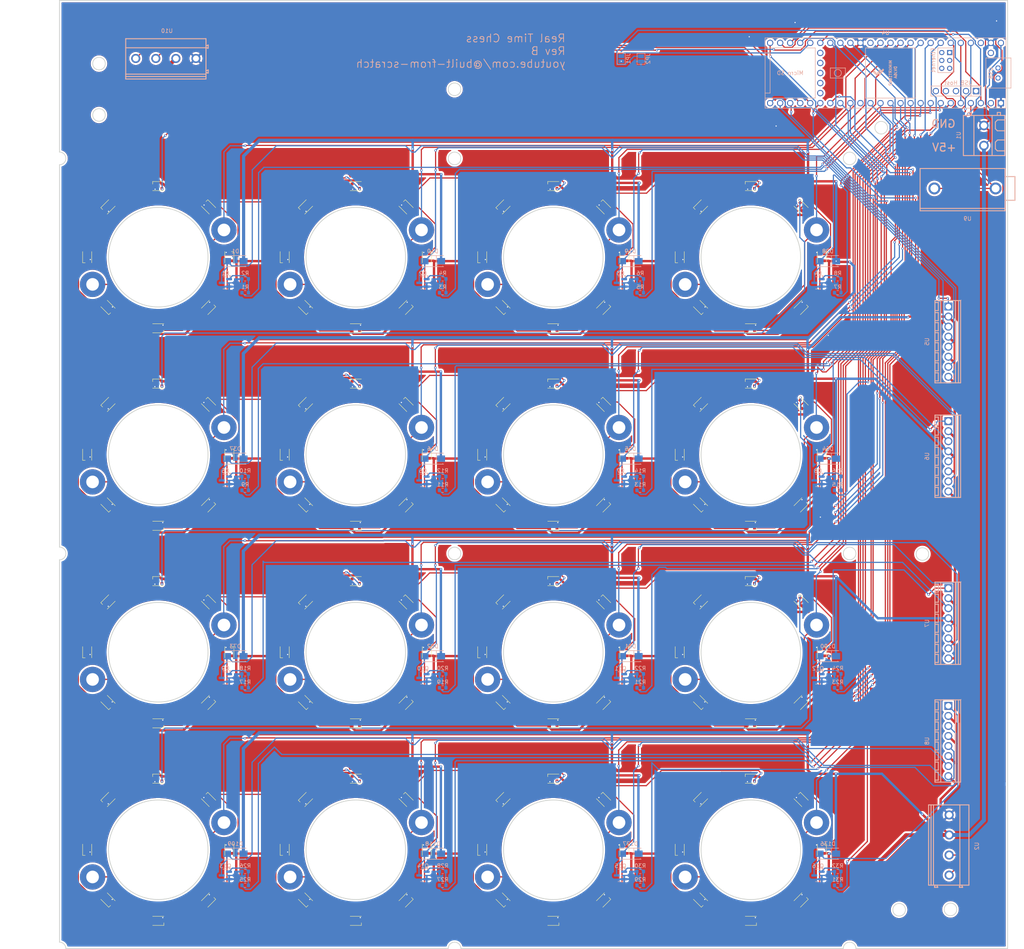
<source format=kicad_pcb>
(kicad_pcb (version 20240108) (generator "pcbnew") (generator_version "8.0")
  (title_block (title "Real Time Chessboard") (date "2024-06-10") (rev "B") (company "From Scratch"))
  (layers (0 "F.Cu" signal) (31 "B.Cu" signal) (34 "B.Paste" user) (35 "F.Paste" user) (36 "B.SilkS" user "B.Silkscreen") (37 "F.SilkS" user "F.Silkscreen") (38 "B.Mask" user) (39 "F.Mask" user) (44 "Edge.Cuts" user))
  (net 0 "")
  (net 1 "+5V")
  (net 2 "GND")
  (net 3 "/row1/square2/em_n")
  (net 4 "/row1/square1/d_out")
  (net 5 "/row1/square2/d_out")
  (net 6 "/row1/square3/em_n")
  (net 7 "/row1/square3/d_out")
  (net 8 "/row1/square1/em_n")
  (net 9 "/row1/square4/em_n")
  (net 10 "/row1/d_out")
  (net 11 "/row2/square3/em_n")
  (net 12 "Net-(D38-DOUT)")
  (net 13 "/row2/square2/d_out")
  (net 14 "Net-(D39-DOUT)")
  (net 15 "Net-(D40-DOUT)")
  (net 16 "Net-(D41-DOUT)")
  (net 17 "Net-(D42-DOUT)")
  (net 18 "Net-(D43-DOUT)")
  (net 19 "/row2/square3/d_out")
  (net 20 "/row2/square4/em_n")
  (net 21 "Net-(D47-DOUT)")
  (net 22 "Net-(D48-DOUT)")
  (net 23 "Net-(D49-DOUT)")
  (net 24 "Net-(D50-DOUT)")
  (net 25 "Net-(D51-DOUT)")
  (net 26 "Net-(D52-DOUT)")
  (net 27 "/row2/d_out")
  (net 28 "/row2/square1/em_n")
  (net 29 "Net-(D56-DOUT)")
  (net 30 "Net-(D57-DOUT)")
  (net 31 "Net-(D58-DOUT)")
  (net 32 "Net-(D59-DOUT)")
  (net 33 "Net-(D60-DOUT)")
  (net 34 "Net-(D61-DOUT)")
  (net 35 "/row2/square1/d_out")
  (net 36 "/row2/square2/em_n")
  (net 37 "Net-(D65-DOUT)")
  (net 38 "Net-(D66-DOUT)")
  (net 39 "Net-(D67-DOUT)")
  (net 40 "Net-(D68-DOUT)")
  (net 41 "Net-(D69-DOUT)")
  (net 42 "Net-(D2-DOUT)")
  (net 43 "Net-(D3-DOUT)")
  (net 44 "Net-(D4-DOUT)")
  (net 45 "Net-(D5-DOUT)")
  (net 46 "Net-(D6-DOUT)")
  (net 47 "Net-(D7-DOUT)")
  (net 48 "Net-(D70-DOUT)")
  (net 49 "/row3/square3/em_n")
  (net 50 "/row3/square2/d_out")
  (net 51 "Net-(D74-DOUT)")
  (net 52 "Net-(D75-DOUT)")
  (net 53 "Net-(D76-DOUT)")
  (net 54 "Net-(D77-DOUT)")
  (net 55 "Net-(D78-DOUT)")
  (net 56 "Net-(D79-DOUT)")
  (net 57 "/row3/square3/d_out")
  (net 58 "/row3/square4/em_n")
  (net 59 "Net-(D11-DOUT)")
  (net 60 "Net-(D12-DOUT)")
  (net 61 "Net-(D13-DOUT)")
  (net 62 "Net-(D14-DOUT)")
  (net 63 "Net-(D15-DOUT)")
  (net 64 "Net-(D16-DOUT)")
  (net 65 "Net-(D83-DOUT)")
  (net 66 "Net-(D84-DOUT)")
  (net 67 "Net-(D20-DOUT)")
  (net 68 "Net-(D21-DOUT)")
  (net 69 "Net-(D22-DOUT)")
  (net 70 "Net-(D23-DOUT)")
  (net 71 "Net-(D24-DOUT)")
  (net 72 "Net-(D25-DOUT)")
  (net 73 "Net-(D85-DOUT)")
  (net 74 "Net-(D29-DOUT)")
  (net 75 "Net-(D30-DOUT)")
  (net 76 "Net-(D31-DOUT)")
  (net 77 "Net-(D32-DOUT)")
  (net 78 "Net-(D33-DOUT)")
  (net 79 "Net-(D34-DOUT)")
  (net 80 "Net-(D86-DOUT)")
  (net 81 "Net-(Q1-G)")
  (net 82 "Net-(Q2-G)")
  (net 83 "Net-(Q3-G)")
  (net 84 "Net-(Q4-G)")
  (net 85 "Net-(D87-DOUT)")
  (net 86 "Net-(D88-DOUT)")
  (net 87 "/row3/d_out")
  (net 88 "/row3/square1/em_n")
  (net 89 "Net-(D92-DOUT)")
  (net 90 "Net-(D93-DOUT)")
  (net 91 "Net-(D94-DOUT)")
  (net 92 "Net-(D95-DOUT)")
  (net 93 "Net-(D96-DOUT)")
  (net 94 "Net-(D97-DOUT)")
  (net 95 "/row3/square1/d_out")
  (net 96 "/row3/square2/em_n")
  (net 97 "Net-(D101-DOUT)")
  (net 98 "Net-(D102-DOUT)")
  (net 99 "Net-(D103-DOUT)")
  (net 100 "Net-(D104-DOUT)")
  (net 101 "Net-(D105-DOUT)")
  (net 102 "Net-(D106-DOUT)")
  (net 103 "/row4/square3/em_n")
  (net 104 "/row4/square2/d_out")
  (net 105 "Net-(D110-DOUT)")
  (net 106 "Net-(D111-DOUT)")
  (net 107 "Net-(D112-DOUT)")
  (net 108 "Net-(D113-DOUT)")
  (net 109 "Net-(D114-DOUT)")
  (net 110 "Net-(D115-DOUT)")
  (net 111 "/row4/square3/d_out")
  (net 112 "/row4/square4/em_n")
  (net 113 "Net-(D119-DOUT)")
  (net 114 "Net-(D120-DOUT)")
  (net 115 "Net-(D121-DOUT)")
  (net 116 "Net-(D122-DOUT)")
  (net 117 "Net-(D123-DOUT)")
  (net 118 "Net-(D124-DOUT)")
  (net 119 "/row4/d_out")
  (net 120 "/row4/square1/em_n")
  (net 121 "Net-(D128-DOUT)")
  (net 122 "Net-(D129-DOUT)")
  (net 123 "Net-(D130-DOUT)")
  (net 124 "Net-(D131-DOUT)")
  (net 125 "Net-(D132-DOUT)")
  (net 126 "Net-(D133-DOUT)")
  (net 127 "/row4/square1/d_out")
  (net 128 "/row4/square2/em_n")
  (net 129 "Net-(D137-DOUT)")
  (net 130 "Net-(D138-DOUT)")
  (net 131 "Net-(D139-DOUT)")
  (net 132 "Net-(D140-DOUT)")
  (net 133 "Net-(D141-DOUT)")
  (net 134 "Net-(D142-DOUT)")
  (net 135 "/s12")
  (net 136 "/s13")
  (net 137 "/s11")
  (net 138 "/s14")
  (net 139 "/s23")
  (net 140 "/s24")
  (net 141 "/s21")
  (net 142 "/s22")
  (net 143 "/s33")
  (net 144 "/s34")
  (net 145 "/s31")
  (net 146 "/s32")
  (net 147 "/s43")
  (net 148 "/s44")
  (net 149 "/s41")
  (net 150 "/s42")
  (net 151 "Net-(Q5-G)")
  (net 152 "Net-(Q6-G)")
  (net 153 "Net-(Q7-G)")
  (net 154 "Net-(Q8-G)")
  (net 155 "Net-(Q9-G)")
  (net 156 "Net-(Q10-G)")
  (net 157 "Net-(Q11-G)")
  (net 158 "Net-(Q12-G)")
  (net 159 "Net-(Q13-G)")
  (net 160 "Net-(Q14-G)")
  (net 161 "Net-(Q15-G)")
  (net 162 "Net-(Q16-G)")
  (net 163 "/c12")
  (net 164 "/c13")
  (net 165 "/c11")
  (net 166 "/c14")
  (net 167 "/c23")
  (net 168 "/c24")
  (net 169 "/c21")
  (net 170 "/c22")
  (net 171 "/c33")
  (net 172 "/c34")
  (net 173 "/c31")
  (net 174 "/c32")
  (net 175 "/c43")
  (net 176 "/c44")
  (net 177 "/c42")
  (net 178 "/c41")
  (net 179 "/leds")
  (net 180 "Net-(D8-DOUT)")
  (net 181 "Net-(D17-DOUT)")
  (net 182 "Net-(D26-DOUT)")
  (net 183 "Net-(D35-DOUT)")
  (net 184 "Net-(D44-DOUT)")
  (net 185 "Net-(D53-DOUT)")
  (net 186 "Net-(D62-DOUT)")
  (net 187 "Net-(D71-DOUT)")
  (net 188 "Net-(D80-DOUT)")
  (net 189 "Net-(D89-DOUT)")
  (net 190 "Net-(D98-DOUT)")
  (net 191 "Net-(D107-DOUT)")
  (net 192 "Net-(D116-DOUT)")
  (net 193 "Net-(D125-DOUT)")
  (net 194 "Net-(D134-DOUT)")
  (net 195 "Net-(D143-DOUT)")
  (net 196 "Net-(U4-2_OUT2)")
  (net 197 "/jp1")
  (net 208 "/jp2")
  (net 210 "/tx_in")
  (net 211 "/rx_in")
  (net 223 "/tx_out")
  (net 225 "/rx_out")
  (footprint "MountingHole:MountingHole_3.2mm_M3_Pad" (layer "F.Cu") (at 231.630022 78.11)
    (property "Reference" "H8" (hide yes))
    (property "Value" "MountingHole_Pad")
  )
  (footprint "LED_SMD:LED_WS2812B-2020_PLCC4_2.0x2.0mm" (layer "F.Cu") (at 152.272099 122.272077 45)
    (property "Reference" "D57" (hide yes))
    (property "Value" "WS2812B-2020")
  )
  (footprint "LED_SMD:LED_WS2812B-2020_PLCC4_2.0x2.0mm" (layer "F.Cu") (at 77.727944 122.272077 -45)
    (property "Reference" "D45" (hide yes))
    (property "Value" "WS2812B-2020")
  )
  (footprint "LED_SMD:LED_WS2812B-2020_PLCC4_2.0x2.0mm" (layer "F.Cu") (at 227.727944 172.272077 -45)
    (property "Reference" "D108" (hide yes))
    (property "Value" "WS2812B-2020")
  )
  (footprint "MountingHole:MountingHole_3.2mm_M3_Pad" (layer "F.Cu") (at 48.370022 141.89)
    (property "Reference" "H9" (hide yes))
    (property "Value" "MountingHole_Pad")
  )
  (footprint "LED_SMD:LED_WS2812B-2020_PLCC4_2.0x2.0mm" (layer "F.Cu") (at 83.000022 85 -90)
    (property "Reference" "D8" (hide yes))
    (property "Value" "WS2812B-2020")
  )
  (footprint "LED_SMD:LED_WS2812B-2020_PLCC4_2.0x2.0mm" (layer "F.Cu") (at 152.272099 147.727922 135)
    (property "Reference" "D59" (hide yes))
    (property "Value" "WS2812B-2020")
  )
  (footprint "LED_SMD:LED_WS2812B-2020_PLCC4_2.0x2.0mm" (layer "F.Cu") (at 152.272099 172.272077 45)
    (property "Reference" "D93" (hide yes))
    (property "Value" "WS2812B-2020")
  )
  (footprint "LED_SMD:LED_WS2812B-2020_PLCC4_2.0x2.0mm" (layer "F.Cu") (at 147.000022 135 90)
    (property "Reference" "D58" (hide yes))
    (property "Value" "WS2812B-2020")
  )
  (footprint "LED_SMD:LED_WS2812B-2020_PLCC4_2.0x2.0mm" (layer "F.Cu") (at 102.272099 172.272077 45)
    (property "Reference" "D84" (hide yes))
    (property "Value" "WS2812B-2020")
  )
  (footprint "LED_SMD:LED_WS2812B-2020_PLCC4_2.0x2.0mm" (layer "F.Cu") (at 127.727944 197.727922 -135)
    (property "Reference" "D88" (hide yes))
    (property "Value" "WS2812B-2020")
  )
  (footprint "LED_SMD:LED_WS2812B-2020_PLCC4_2.0x2.0mm" (layer "F.Cu") (at 47.000022 135 90)
    (property "Reference" "D40" (hide yes))
    (property "Value" "WS2812B-2020")
  )
  (footprint "LED_SMD:LED_WS2812B-2020_PLCC4_2.0x2.0mm" (layer "F.Cu") (at 133.000022 135 -90)
    (property "Reference" "D53" (hide yes))
    (property "Value" "WS2812B-2020")
  )
  (footprint "MountingHole:MountingHole_3.2mm_M3_Pad" (layer "F.Cu") (at 148.370022 191.89)
    (property "Reference" "H21" (hide yes))
    (property "Value" "MountingHole_Pad")
  )
  (footprint "MountingHole:MountingHole_3.2mm_M3_Pad" (layer "F.Cu") (at 98.370022 191.89)
    (property "Reference" "H19" (hide yes))
    (property "Value" "MountingHole_Pad")
  )
  (footprint "MountingHole:MountingHole_3.2mm_M3_Pad" (layer "F.Cu") (at 181.630022 228.11)
    (property "Reference" "H30" (hide yes))
    (property "Value" "MountingHole_Pad")
  )
  (footprint "MountingHole:MountingHole_3.2mm_M3_Pad" (layer "F.Cu") (at 98.370022 91.89)
    (property "Reference" "H3" (hide yes))
    (property "Value" "MountingHole_Pad")
  )
  (footprint "LED_SMD:LED_WS2812B-2020_PLCC4_2.0x2.0mm" (layer "F.Cu") (at 77.727944 247.727922 -135)
    (property "Reference" "D115" (hide yes))
    (property "Value" "WS2812B-2020")
  )
  (footprint "LED_SMD:LED_WS2812B-2020_PLCC4_2.0x2.0mm" (layer "F.Cu") (at 197.000022 135 90)
    (property "Reference" "D67" (hide yes))
    (property "Value" "WS2812B-2020")
  )
  (footprint "LED_SMD:LED_WS2812B-2020_PLCC4_2.0x2.0mm" (layer "F.Cu") (at 202.272099 197.727922 135)
    (property "Reference" "D104" (hide yes))
    (property "Value" "WS2812B-2020")
  )
  (footprint "LED_SMD:LED_WS2812B-2020_PLCC4_2.0x2.0mm" (layer "F.Cu") (at 147.000022 185 90)
    (property "Reference" "D94" (hide yes))
    (property "Value" "WS2812B-2020")
  )
  (footprint "LED_SMD:LED_WS2812B-2020_PLCC4_2.0x2.0mm" (layer "F.Cu") (at 52.272099 172.272077 45)
    (property "Reference" "D75" (hide yes))
    (property "Value" "WS2812B-2020")
  )
  (footprint "MountingHole:MountingHole_3.2mm_M3_Pad" (layer "F.Cu") (at 198.370022 241.89)
    (property "Reference" "H31" (hide yes))
    (property "Value" "MountingHole_Pad")
  )
  (footprint "LED_SMD:LED_WS2812B-2020_PLCC4_2.0x2.0mm" (layer "F.Cu") (at 183.000022 85 -90)
    (property "Reference" "D26" (hide yes))
    (property "Value" "WS2812B-2020")
  )
  (footprint "LED_SMD:LED_WS2812B-2020_PLCC4_2.0x2.0mm" (layer "F.Cu") (at 65.000022 67)
    (property "Reference" "D2" (hide yes))
    (property "Value" "WS2812B-2020")
  )
  (footprint "LED_SMD:LED_WS2812B-2020_PLCC4_2.0x2.0mm" (layer "F.Cu") (at 77.727944 222.272077 -45)
    (property "Reference" "D117" (hide yes))
    (property "Value" "WS2812B-2020")
  )
  (footprint "MountingHole:MountingHole_3.2mm_M3_Pad" (layer "F.Cu") (at 198.370022 141.89)
    (property "Reference" "H15" (hide yes))
    (property "Value" "MountingHole_Pad")
  )
  (footprint "LED_SMD:LED_WS2812B-2020_PLCC4_2.0x2.0mm" (layer "F.Cu") (at 115.000022 153 180)
    (property "Reference" "D51" (hide yes))
    (property "Value" "WS2812B-2020")
  )
  (footprint "LED_SMD:LED_WS2812B-2020_PLCC4_2.0x2.0mm" (layer "F.Cu") (at 52.272099 147.727922 135)
    (property "Reference" "D41" (hide yes))
    (property "Value" "WS2812B-2020")
  )
  (footprint "LED_SMD:LED_WS2812B-2020_PLCC4_2.0x2.0mm" (layer "F.Cu") (at 215.000022 103 180)
    (property "Reference" "D33" (hide yes))
    (property "Value" "WS2812B-2020")
  )
  (footprint "LED_SMD:LED_WS2812B-2020_PLCC4_2.0x2.0mm" (layer "F.Cu") (at 102.272099 197.727922 135)
    (property "Reference" "D86" (hide yes))
    (property "Value" "WS2812B-2020")
  )
  (footprint "LED_SMD:LED_WS2812B-2020_PLCC4_2.0x2.0mm" (layer "F.Cu") (at 52.272099 247.727922 135)
    (property "Reference" "D113" (hide yes))
    (property "Value" "WS2812B-2020")
  )
  (footprint "LED_SMD:LED_WS2812B-2020_PLCC4_2.0x2.0mm" (layer "F.Cu") (at 183.000022 185 -90)
    (property "Reference" "D98" (hide yes))
    (property "Value" "WS2812B-2020")
  )
  (footprint "LED_SMD:LED_WS2812B-2020_PLCC4_2.0x2.0mm" (layer "F.Cu") (at 215.000022 203 180)
    (property "Reference" "D105" (hide yes))
    (property "Value" "WS2812B-2020")
  )
  (footprint "MountingHole:MountingHole_3.2mm_M3_Pad" (layer "F.Cu") (at 131.630022 78.11)
    (property "Reference" "H4" (hide yes))
    (property "Value" "MountingHole_Pad")
  )
  (footprint "LED_SMD:LED_WS2812B-2020_PLCC4_2.0x2.0mm" (layer "F.Cu") (at 152.272099 247.727922 135)
    (property "Reference" "D131" (hide yes))
    (property "Value" "WS2812B-2020")
  )
  (footprint "LED_SMD:LED_WS2812B-2020_PLCC4_2.0x2.0mm" (layer "F.Cu") (at 65.000022 153 180)
    (property "Reference" "D42" (hide yes))
    (property "Value" "WS2812B-2020")
  )
  (footprint "LED_SMD:LED_WS2812B-2020_PLCC4_2.0x2.0mm" (layer "F.Cu") (at 215.000022 217)
    (property "Reference" "D137" (hide yes))
    (property "Value" "WS2812B-2020")
  )
  (footprint "LED_SMD:LED_WS2812B-2020_PLCC4_2.0x2.0mm" (layer "F.Cu") (at 97.000022 185 90)
    (property "Reference" "D85" (hide yes))
    (property "Value" "WS2812B-2020")
  )
  (footprint "LED_SMD:LED_WS2812B-2020_PLCC4_2.0x2.0mm" (layer "F.Cu") (at 233.000022 235 -90)
    (property "Reference" "D143" (hide yes))
    (property "Value" "WS2812B-2020")
  )
  (footprint "LED_SMD:LED_WS2812B-2020_PLCC4_2.0x2.0mm" (layer "F.Cu") (at 215.000022 117)
    (property "Reference" "D65" (hide yes))
    (property "Value" "WS2812B-2020")
  )
  (footprint "LED_SMD:LED_WS2812B-2020_PLCC4_2.0x2.0mm" (layer "F.Cu") (at 165.000022 117)
    (property "Reference" "D56" (hide yes))
    (property "Value" "WS2812B-2020")
  )
  (footprint "LED_SMD:LED_WS2812B-2020_PLCC4_2.0x2.0mm" (layer "F.Cu") (at 165.000022 167)
    (property "Reference" "D92" (hide yes))
    (property "Value" "WS2812B-2020")
  )
  (footprint "LED_SMD:LED_WS2812B-2020_PLCC4_2.0x2.0mm" (layer "F.Cu") (at 97.000022 235 90)
    (property "Reference" "D121" (hide yes))
    (property "Value" "WS2812B-2020")
  )
  (footprint "LED_SMD:LED_WS2812B-2020_PLCC4_2.0x2.0mm" (layer "F.Cu") (at 227.727944 72.272077 -45)
    (property "Reference" "D36" (hide yes))
    (property "Value" "WS2812B-2020")
  )
  (footprint "LED_SMD:LED_WS2812B-2020_PLCC4_2.0x2.0mm" (layer "F.Cu") (at 133.000022 185 -90)
    (property "Reference" "D89" (hide yes))
    (property "Value" "WS2812B-2020")
  )
  (footprint "LED_SMD:LED_WS2812B-2020_PLCC4_2.0x2.0mm" (layer "F.Cu") (at 233.000022 85 -90)
    (property "Reference" "D35" (hide yes))
    (property "Value" "WS2812B-2020")
  )
  (footprint "LED_SMD:LED_WS2812B-2020_PLCC4_2.0x2.0mm" (layer "F.Cu") (at 197.000022 235 90)
    (property "Reference" "D139" (hide yes))
    (property "Value" "WS2812B-2020")
  )
  (footprint "LED_SMD:LED_WS2812B-2020_PLCC4_2.0x2.0mm" (layer "F.Cu") (at 165.000022 217)
    (property "Reference" "D128" (hide yes))
    (property "Value" "WS2812B-2020")
  )
  (footprint "LED_SMD:LED_WS2812B-2020_PLCC4_2.0x2.0mm" (layer "F.Cu") (at 177.727944 197.727922 -135)
    (property "Reference" "D97" (hide yes))
    (property "Value" "WS2812B-2020")
  )
  (footprint "LED_SMD:LED_WS2812B-2020_PLCC4_2.0x2.0mm" (layer "F.Cu") (at 97.000022 135 90)
    (property "Reference" "D49" (hide yes))
    (property "Value" "WS2812B-2020")
  )
  (footprint "MountingHole:MountingHole_3.2mm_M3_Pad" (layer "F.Cu") (at 181.630022 178.11)
    (property "Reference" "H22" (hide yes))
    (property "Value" "MountingHole_Pad")
  )
  (footprint "MountingHole:MountingHole_3.2mm_M3_Pad" (layer "F.Cu") (at 148.370022 91.89)
    (property "Reference" "H5" (hide yes))
    (property "Value" "MountingHole_Pad")
  )
  (footprint "LED_SMD:LED_WS2812B-2020_PLCC4_2.0x2.0mm" (layer "F.Cu") (at 165.000022 67)
    (property "Reference" "D20" (hide yes))
    (property "Value" "WS2812B-2020")
  )
  (footprint "MountingHole:MountingHole_3.2mm_M3_Pad" (layer "F.Cu") (at 148.370022 241.89)
    (property "Reference" "H29" (hide yes))
    (property "Value" "MountingHole_Pad")
  )
  (footprint "LED_SMD:LED_WS2812B-2020_PLCC4_2.0x2.0mm" (layer "F.Cu") (at 177.727944 247.727922 -135)
    (property "Reference" "D133" (hide yes))
    (property "Value" "WS2812B-2020")
  )
  (footprint "LED_SMD:LED_WS2812B-2020_PLCC4_2.0x2.0mm" (layer "F.Cu") (at 65.000022 217)
    (property "Reference" "D110" (hide yes))
    (property "Value" "WS2812B-2020")
  )
  (footprint "LED_SMD:LED_WS2812B-2020_PLCC4_2.0x2.0mm" (layer "F.Cu") (at 52.272099 72.272077 45)
    (property "Reference" "D3" (hide yes))
    (property "Value" "WS2812B-2020")
  )
  (footprint "MountingHole:MountingHole_3.2mm_M3_Pad" (layer "F.Cu") (at 181.630022 128.11)
    (property "Reference" "H14" (hide yes))
    (property "Value" "MountingHole_Pad")
  )
  (footprint "LED_SMD:LED_WS2812B-2020_PLCC4_2.0x2.0mm" (layer "F.Cu") (at 202.272099 147.727922 135)
    (property "Reference" "D68" (hide yes))
    (property "Value" "WS2812B-2020")
  )
  (footprint "LED_SMD:LED_WS2812B-2020_PLCC4_2.0x2.0mm" (layer "F.Cu") (at 102.272099 222.272077 45)
    (property "Reference" "D120" (hide yes))
    (property "Value" "WS2812B-2020")
  )
  (footprint "LED_SMD:LED_WS2812B-2020_PLCC4_2.0x2.0mm" (layer "F.Cu") (at 77.727944 147.727922 -135)
    (property "Reference" "D43" (hide yes))
    (property "Value" "WS2812B-2020")
  )
  (footprint "LED_SMD:LED_WS2812B-2020_PLCC4_2.0x2.0mm" (layer "F.Cu") (at 215.000022 253 180)
    (property "Reference" "D141" (hide yes))
    (property "Value" "WS2812B-2020")
  )
  (footprint "LED_SMD:LED_WS2812B-2020_PLCC4_2.0x2.0mm" (layer "F.Cu") (at 102.272099 247.727922 135)
    (property "Reference" "D122" (hide yes))
    (property "Value" "WS2812B-2020")
  )
  (footprint "LED_SMD:LED_WS2812B-2020_PLCC4_2.0x2.0mm" (layer "F.Cu") (at 202.272099 172.272077 45)
    (property "Reference" "D102" (hide yes))
    (property "Value" "WS2812B-2020")
  )
  (footprint "LED_SMD:LED_WS2812B-2020_PLCC4_2.0x2.0mm" (layer "F.Cu") (at 202.272099 222.272077 45)
    (property "Reference" "D138" (hide yes))
    (property "Value" "WS2812B-2020")
  )
  (footprint "LED_SMD:LED_WS2812B-2020_PLCC4_2.0x2.0mm" (layer "F.Cu") (at 127.727944 222.272077 -45)
    (property "Reference" "D126" (hide yes))
    (property "Value" "WS2812B-2020")
  )
  (footprint "LED_SMD:LED_WS2812B-2020_PLCC4_2.0x2.0mm" (layer "F.Cu") (at 177.727944 72.272077 -45)
    (property "Reference" "D27" (hide yes))
    (property "Value" "WS2812B-2020")
  )
  (footprint "LED_SMD:LED_WS2812B-2020_PLCC4_2.0x2.0mm" (layer "F.Cu") (at 77.727944 72.272077 -45)
    (property "Reference" "D9" (hide yes))
    (property "Value" "WS2812B-2020")
  )
  (footprint "LED_SMD:LED_WS2812B-2020_PLCC4_2.0x2.0mm" (layer "F.Cu") (at 52.272099 197.727922 135)
    (property "Reference" "D77" (hide yes))
    (property "Value" "WS2812B-2020")
  )
  (footprint "LED_SMD:LED_WS2812B-2020_PLCC4_2.0x2.0mm" (layer "F.Cu") (at 77.727944 172.272077 -45)
    (property "Reference" "D81" (hide yes))
    (property "Value" "WS2812B-2020")
  )
  (footprint "LED_SMD:LED_WS2812B-2020_PLCC4_2.0x2.0mm" (layer "F.Cu") (at 227.727944 147.727922 -135)
    (property "Reference" "D70" (hide yes))
    (property "Value" "WS2812B-2020")
  )
  (footprint "MountingHole:MountingHole_3.2mm_M3_Pad" (layer "F.Cu") (at 81.630022 78.11)
    (property "Reference" "H2" (hide yes))
    (property "Value" "MountingHole_Pad")
  )
  (footprint "LED_SMD:LED_WS2812B-2020_PLCC4_2.0x2.0mm" (layer "F.Cu") (at 197.000022 85 90)
    (property "Reference" "D31" (hide yes))
    (property "Value" "WS2812B-2020")
  )
  (footprint "LED_SMD:LED_WS2812B-2020_PLCC4_2.0x2.0mm" (layer "F.Cu") (at 65.000022 103 180)
    (property "Reference" "D6" (hide yes))
    (property "Value" "WS2812B-2020")
  )
  (footprint "MountingHole:MountingHole_3.2mm_M3_Pad" (layer "F.Cu") (at 81.630022 228.11)
    (property "Reference" "H26" (hide yes))
    (property "Value" "MountingHole_Pad")
  )
  (footprint "LED_SMD:LED_WS2812B-2020_PLCC4_2.0x2.0mm" (layer "F.Cu") (at 152.272099 72.272077 45)
    (property "Reference" "D21" (hide yes))
    (property "Value" "WS2812B-2020")
  )
  (footprint "LED_SMD:LED_WS2812B-2020_PLCC4_2.0x2.0mm" (layer "F.Cu") (at 115.000022 167)
    (property "Reference" "D83" (hide yes))
    (property "Value" "WS2812B-2020")
  )
  (footprint "MountingHole:MountingHole_3.2mm_M3_Pad" (layer "F.Cu") (at 98.370022 241.89)
    (property "Reference" "H27" (hide yes))
    (property "Value" "MountingHole_Pad")
  )
  (footprint "LED_SMD:LED_WS2812B-2020_PLCC4_2.0x2.0mm" (layer "F.Cu") (at 52.272099 97.727922 135)
    (property "Reference" "D5" (hide yes))
    (property "Value" "WS2812B-2020")
  )
  (footprint "LED_SMD:LED_WS2812B-2020_PLCC4_2.0x2.0mm" (layer "F.Cu") (at 52.272099 122.272077 45)
    (property "Reference" "D39" (hide yes))
    (property "Value" "WS2812B-2020")
  )
  (footprint "LED_SMD:LED_WS2812B-2020_PLCC4_2.0x2.0mm" (layer "F.Cu") (at 215.000022 153 180)
    (property "Reference" "D69" (hide yes))
    (property "Value" "WS2812B-2020")
  )
  (footprint "LED_SMD:LED_WS2812B-2020_PLCC4_2.0x2.0mm" (layer "F.Cu") (at 152.272099 222.272077 45)
    (property "Reference" "D129" (hide yes))
    (property "Value" "WS2812B-2020")
  )
  (footprint "LED_SMD:LED_WS2812B-2020_PLCC4_2.0x2.0mm" (layer "F.Cu") (at 77.727944 97.727922 -135)
    (property "Reference" "D7" (hide yes))
    (property "Value" "WS2812B-2020")
  )
  (footprint "LED_SMD:LED_WS2812B-2020_PLCC4_2.0x2.0mm" (layer "F.Cu") (at 65.000022 253 180)
    (property "Reference" "D114" (hide yes))
    (property "Value" "WS2812B-2020")
  )
  (footprint "LED_SMD:LED_WS2812B-2020_PLCC4_2.0x2.0mm" (layer "F.Cu") (at 215.000022 67)
    (property "Reference" "D29" (hide yes))
    (property "Value" "WS2812B-2020")
  )
  (footprint "LED_SMD:LED_WS2812B-2020_PLCC4_2.0x2.0mm" (layer "F.Cu") (at 227.727944 222.272077 -45)
    (property "Reference" "D144" (hide yes))
    (property "Value" "WS2812B-2020")
  )
  (footprint "MountingHole:MountingHole_3.2mm_M3_Pad" (layer "F.Cu") (at 231.630022 228.11)
    (property "Reference" "H32" (hide yes))
    (property "Value" "MountingHole_Pad")
  )
  (footprint "LED_SMD:LED_WS2812B-2020_PLCC4_2.0x2.0mm" (layer "F.Cu") (at 152.272099 97.727922 135)
    (property "Reference" "D23" (hide yes))
    (property "Value" "WS2812B-2020")
  )
  (footprint "LED_SMD:LED_WS2812B-2020_PLCC4_2.0x2.0mm" (layer "F.Cu") (at 77.727944 197.727922 -135)
    (property "Reference" "D79" (hide yes))
    (property "Value" "WS2812B-2020")
  )
  (footprint "LED_SMD:LED_WS2812B-2020_PLCC4_2.0x2.0mm" (layer "F.Cu") (at 83.000022 235 -90)
    (property "Reference" "D116" (hide yes))
    (property "Value" "WS2812B-2020")
  )
  (footprint "MountingHole:MountingHole_3.2mm_M3_Pad" (layer "F.Cu") (at 198.370022 91.89)
    (property "Reference" "H7" (hide yes))
    (property "Value" "MountingHole_Pad")
  )
  (footprint "LED_SMD:LED_WS2812B-2020_PLCC4_2.0x2.0mm" (layer "F.Cu") (at 177.727944 122.272077 -45)
    (property "Reference" "D63" (hide yes))
    (property "Value" "WS2812B-2020")
  )
  (footprint "MountingHole:MountingHole_3.2mm_M3_Pad" (layer "F.Cu") (at 148.370022 141.89)
    (property "Reference" "H13" (hide yes))
    (property "Value" "MountingHole_Pad")
  )
  (footprint "LED_SMD:LED_WS2812B-2020_PLCC4_2.0x2.0mm" (layer "F.Cu") (at 233.000022 185 -90)
    (property "Reference" "D107" (hide yes))
    (property "Value" "WS2812B-2020")
  )
  (footprint "LED_SMD:LED_WS2812B-2020_PLCC4_2.0x2.0mm" (layer "F.Cu") (at 127.727944 147.727922 -135)
    (property "Reference" "D52" (hide yes))
    (property "Value" "WS2812B-2020")
  )
  (footprint "MountingHole:MountingHole_3.2mm_M3_Pad" (layer "F.Cu") (at 131.630022 178.11)
    (property "Reference" "H20" (hide yes))
    (property "Value" "MountingHole_Pad")
  )
  (footprint "LED_SMD:LED_WS2812B-2020_PLCC4_2.0x2.0mm" (layer "F.Cu") (at 133.000022 85 -90)
    (property "Reference" "D17" (hide yes))
    (property "Value" "WS2812B-2020")
  )
  (footprint "LED_SMD:LED_WS2812B-2020_PLCC4_2.0x2.0mm" (layer "F.Cu") (at 177.727944 97.727922 -135)
    (property "Reference" "D25" (hide yes))
    (property "Value" "WS2812B-2020")
  )
  (footprint "LED_SMD:LED_WS2812B-2020_PLCC4_2.0x2.0mm" (layer "F.Cu") (at 152.272099 197.727922 135)
    (property "Reference" "D95" (hide yes))
    (property "Value" "WS2812B-2020")
  )
  (footprint "MountingHole:MountingHole_3.2mm_M3_Pad" (layer "F.Cu") (at 48.370022 91.89)
    (property "Reference" "H1" (hide yes))
    (property "Value" "MountingHole_Pad")
  )
  (footprint "MountingHole:MountingHole_3.2mm_M3_Pad" (layer "F.Cu") (at 231.630022 178.11)
    (property "Reference" "H24" (hide yes))
    (property "Value" "MountingHole_Pad")
  )
  (footprint "LED_SMD:LED_WS2812B-2020_PLCC4_2.0x2.0mm" (layer "F.Cu") (at 127.727944 97.727922 -135)
    (property "Reference" "D16" (hide yes))
    (property "Value" "WS2812B-2020")
  )
  (footprint "LED_SMD:LED_WS2812B-2020_PLCC4_2.0x2.0mm" (layer "F.Cu") (at 177.727944 147.727922 -135)
    (property "Reference" "D61" (hide yes))
    (property "Value" "WS2812B-2020")
  )
  (footprint "LED_SMD:LED_WS2812B-2020_PLCC4_2.0x2.0mm" (layer "F.Cu") (at 127.727944 247.727922 -135)
    (property "Reference" "D124" (hide yes))
    (property "Value" "WS2812B-2020")
  )
  (footprint "LED_SMD:LED_WS2812B-2020_PLCC4_2.0x2.0mm" (layer "F.Cu") (at 47.000022 185 90)
    (property "Reference" "D76" (hide yes))
    (property "Value" "WS2812B-2020")
  )
  (footprint "LED_SMD:LED_WS2812B-2020_PLCC4_2.0x2.0mm" (layer "F.Cu") (at 97.000022 85 90)
    (property "Reference" "D13" (hide yes))
    (property "Value" "WS2812B-2020")
  )
  (footprint "LED_SMD:LED_WS2812B-2020_PLCC4_2.0x2.0mm" (layer "F.Cu") (at 115.000022 67)
    (property "Reference" "D11" (hide yes))
    (property "Value" "WS2812B-2020")
  )
  (footprint "LED_SMD:LED_WS2812B-2020_PLCC4_2.0x2.0mm" (layer "F.Cu") (at 102.272099 147.727922 135)
    (property "Reference" "D50" (hide yes))
    (property "Value" "WS2812B-2020")
  )
  (footprint "LED_SMD:LED_WS2812B-2020_PLCC4_2.0x2.0mm" (layer "F.Cu") (at 65.000022 117)
    (property "Reference" "D38" (hide yes))
    (property "Value" "WS2812B-2020")
  )
  (footprint "LED_SMD:LED_WS2812B-2020_PLCC4_2.0x2.0mm" (layer "F.Cu") (at 202.272099 247.727922 135)
    (property "Reference" "D140" (hide yes))
    (property "Value" "WS2812B-2020")
  )
  (footprint "LED_SMD:LED_WS2812B-2020_PLCC4_2.0x2.0mm" (layer "F.Cu") (at 52.272099 222.272077 45)
    (property "Reference" "D111" (hide yes))
    (property "Value" "WS2812B-2020")
  )
  (footprint "MountingHole:MountingHole_3.2mm_M3_Pad" (layer "F.Cu") (at 48.370022 241.89)
    (property "Reference" "H25" (hide yes))
    (property "Value" "MountingHole_Pad")
  )
  (footprint "LED_SMD:LED_WS2812B-2020_PLCC4_2.0x2.0mm" (layer "F.Cu") (at 65.000022 167)
    (property "Reference" "D74" (hide yes))
    (property "Value" "WS2812B-2020")
  )
  (footprint "LED_SMD:LED_WS2812B-2020_PLCC4_2.0x2.0mm" (layer "F.Cu") (at 102.272099 72.272077 45)
    (property "Reference" "D12" (hide yes))
    (property "Value" "WS2812B-2020")
  )
  (footprint "LED_SMD:LED_WS2812B-2020_PLCC4_2.0x2.0mm" (layer "F.Cu") (at 127.727944 72.272077 -45)
    (property "Reference" "D18" (hide yes))
    (property "Value" "WS2812B-2020")
  )
  (footprint "LED_SMD:LED_WS2812B-2020_PLCC4_2.0x2.0mm" (layer "F.Cu") (at 115.000022 103 180)
    (property "Reference" "D15" (hide yes))
    (property "Value" "WS2812B-2020")
  )
  (footprint "MountingHole:MountingHole_3.2mm_M3_Pad" (layer "F.Cu") (at 131.630022 128.11)
    (property "Reference" "H12" (hide yes))
    (property "Value" "MountingHole_Pad")
  )
  (footprint "MountingHole:MountingHole_3.2mm_M3_Pad" (layer "F.Cu") (at 198.370022 191.89)
    (property "Reference" "H23" (hide yes))
    (property "Value" "MountingHole_Pad")
  )
  (footprint "LED_SMD:LED_WS2812B-2020_PLCC4_2.0x2.0mm" (layer "F.Cu") (at 227.727944 247.727922 -135)
    (property "Reference" "D142" (hide yes))
    (property "Value" "WS2812B-2020")
  )
  (footprint "LED_SMD:LED_WS2812B-2020_PLCC4_2.0x2.0mm" (layer "F.Cu") (at 233.000022 135 -90)
    (property "Reference" "D71" (hide yes))
    (property "Value" "WS2812B-2020")
  )
  (footprint "LED_SMD:LED_WS2812B-2020_PLCC4_2.0x2.0mm" (layer "F.Cu") (at 47.000022 235 90)
    (property "Reference" "D112" (hide yes))
    (property "Value" "WS2812B-2020")
  )
  (footprint "LED_SMD:LED_WS2812B-2020_PLCC4_2.0x2.0mm" (layer "F.Cu") (at 202.272099 72.272077 45)
    (property "Reference" "D30" (hide yes))
    (property "Value" "WS2812B-2020")
  )
  (footprint "LED_SMD:LED_WS2812B-2020_PLCC4_2.0x2.0mm" (layer "F.Cu") (at 147.000022 85 90)
    (property "Reference" "D22" (hide yes))
    (property "Value" "WS2812B-2020")
  )
  (footprint "LED_SMD:LED_WS2812B-2020_PLCC4_2.0x2.0mm" (layer "F.Cu") (at 83.000022 135 -90)
    (property "Reference" "D44" (hide yes))
    (property "Value" "WS2812B-2020")
  )
  (footprint "MountingHole:MountingHole_3.2mm_M3_Pad" (layer "F.Cu") (at 48.370022 191.89)
    (property "Reference" "H17" (hide yes))
    (property "Value" "MountingHole_Pad")
  )
  (footprint "LED_SMD:LED_WS2812B-2020_PLCC4_2.0x2.0mm" (layer "F.Cu") (at 202.272099 97.727922 135)
    (property "Reference" "D32" (hide yes))
    (property "Value" "WS2812B-2020")
  )
  (footprint "LED_SMD:LED_WS2812B-2020_PLCC4_2.0x2.0mm" (layer "F.Cu") (at 183.000022 235 -90)
    (property "Reference" "D134" (hide yes))
    (property "Value" "WS2812B-2020")
  )
  (footprint "LED_SMD:LED_WS2812B-2020_PLCC4_2.0x2.0mm" (layer "F.Cu") (at 227.727944 197.727922 -135)
    (property "Reference" "D106" (hide yes))
    (property "Value" "WS2812B-2020")
  )
  (footprint "LED_SMD:LED_WS2812B-2020_PLCC4_2.0x2.0mm" (layer "F.Cu") (at 215.000022 167)
    (property "Reference" "D101" (hide yes))
    (property "Value" "WS2812B-2020")
  )
  (footprint "LED_SMD:LED_WS2812B-2020_PLCC4_2.0x2.0mm" (layer "F.Cu") (at 102.272099 122.272077 45)
    (property "Reference" "D48" (hide yes))
    (property "Value" "WS2812B-2020")
  )
  (footprint "LED_SMD:LED_WS2812B-2020_PLCC4_2.0x2.0mm" (layer "F.Cu") (at 197.000022 185 90)
    (property "Reference" "D103" (hide yes))
    (property "Value" "WS2812B-2020")
  )
  (footprint "LED_SMD:LED_WS2812B-2020_PLCC4_2.0x2.0mm" (layer "F.Cu") (at 165.000022 103 180)
    (property "Reference" "D24" (hide yes))
    (property "Value" "WS2812B-2020")
  )
  (footprint "LED_SMD:LED_WS2812B-2020_PLCC4_2.0x2.0mm" (layer "F.Cu") (at 177.727944 222.272077 -45)
    (property "Reference" "D135" (hide yes))
    (property "Value" "WS2812B-2020")
  )
  (footprint "LED_SMD:LED_WS2812B-2020_PLCC4_2.0x2.0mm" (layer "F.Cu") (at 177.727944 172.272077 -45)
    (property "Reference" "D99" (hide yes))
    (property "Value" "WS2812B-2020")
  )
  (footprint "LED_SMD:LED_WS2812B-2020_PLCC4_2.0x2.0mm" (layer "F.Cu") (at 115.000022 253 180)
    (property "Reference" "D123" (hide yes))
    (property "Value" "WS2812B-2020")
  )
  (footprint "LED_SMD:LED_WS2812B-2020_PLCC4_2.0x2.0mm" (layer "F.Cu") (at 227.727944 97.727922 -135)
    (property "Reference" "D34" (hide yes))
    (property "Value" "WS2812B-2020")
  )
  (footprint "LED_SMD:LED_WS2812B-2020_PLCC4_2.0x2.0mm" (layer "F.Cu") (at 47.000022 85 90)
    (property "Reference" "D4" (hide yes))
    (property "Value" "WS2812B-2020")
  )
  (footprint "LED_SMD:LED_WS2812B-2020_PLCC4_2.0x2.0mm" (layer "F.Cu") (at 102.272099 97.727922 135)
    (property "Reference" "D14" (hide yes))
    (property "Value" "WS2812B-2020")
  )
  (footprint "MountingHole:MountingHole_3.2mm_M3_Pad" (layer "F.Cu") (at 231.630022 128.11)
    (property "Reference" "H16" (hide yes))
    (property "Value" "MountingHole_Pad")
  )
  (footprint "LED_SMD:LED_WS2812B-2020_PLCC4_2.0x2.0mm" (layer "F.Cu") (at 115.000022 203 180)
    (property "Reference" "D87" (hide yes))
    (property "Value" "WS2812B-2020")
  )
  (footprint "LED_SMD:LED_WS2812B-2020_PLCC4_2.0x2.0mm" (layer "F.Cu") (at 183.000022 135 -90)
    (property "Reference" "D62" (hide yes))
    (property "Value" "WS2812B-2020")
  )
  (footprint "LED_SMD:LED_WS2812B-2020_PLCC4_2.0x2.0mm" (layer "F.Cu") (at 147.000022 235 90)
    (property "Reference" "D130" (hide yes))
    (property "Value" "WS2812B-2020")
  )
  (footprint "LED_SMD:LED_WS2812B-2020_PLCC4_2.0x2.0mm" (layer "F.Cu") (at 127.727944 122.272077 -45)
    (property "Reference" "D54" (hide yes))
    (property "Value" "WS2812B-2020")
  )
  (footprint "LED_SMD:LED_WS2812B-2020_PLCC4_2.0x2.0mm" (layer "F.Cu") (at 165.000022 253 180)
    (property "Reference" "D132" (hide yes))
    (property "Value" "WS2812B-2020")
  )
  (footprint "LED_SMD:LED_WS2812B-2020_PLCC4_2.0x2.0mm" (layer "F.Cu") (at 165.000022 203 180)
    (property "Reference" "D96" (hide yes))
    (property "Value" "WS2812B-2020")
  )
  (footprint "MountingHole:MountingHole_3.2mm_M3_Pad" (layer "F.Cu") (at 98.370022 141.89)
    (property "Reference" "H11" (hide yes))
    (property "Value" "MountingHole_Pad")
  )
  (footprint "LED_SMD:LED_WS2812B-2020_PLCC4_2.0x2.0mm" (layer "F.Cu") (at 165.000022 153 180)
    (property "Reference" "D60" (hide yes))
    (property "Value" "WS2812B-2020")
  )
  (footprint "LED_SMD:LED_WS2812B-2020_PLCC4_2.0x2.0mm" (layer "F.Cu") (at 83.000022 185 -90)
    (property "Reference" "D80" (hide yes))
    (property "Value" "WS2812B-2020")
  )
  (footprint "MountingHole:MountingHole_3.2mm_M3_Pad" (layer "F.Cu") (at 81.630022 128.11)
    (property "Reference" "H10" (hide yes))
    (property "Value" "MountingHole_Pad")
  )
  (footprint "MountingHole:MountingHole_3.2mm_M3_Pad" (layer "F.Cu") (at 181.630022 78.11)
    (property "Reference" "H6" (hide yes))
    (property "Value" "MountingHole_Pad")
  )
  (footprint "LED_SMD:LED_WS2812B-2020_PLCC4_2.0x2.0mm" (layer "F.Cu") (at 115.000022 117)
    (property "Reference" "D47" (hide yes))
    (property "Value" "WS2812B-2020")
  )
  (footprint "MountingHole:MountingHole_3.2mm_M3_Pad" (layer "F.Cu") (at 81.630022 178.11)
    (property "Reference" "H18" (hide yes))
    (property "Value" "MountingHole_Pad")
  )
  (footprint "LED_SMD:LED_WS2812B-2020_PLCC4_2.0x2.0mm" (layer "F.Cu") (at 227.727944 122.272077 -45)
    (property "Reference" "D72" (hide yes))
    (property "Value" "WS2812B-2020")
  )
  (footprint "LED_SMD:LED_WS2812B-2020_PLCC4_2.0x2.0mm" (layer "F.Cu") (at 202.272099 122.272077 45)
    (property "Reference" "D66" (hide yes))
    (property "Value" "WS2812B-2020")
  )
  (footprint "LED_SMD:LED_WS2812B-2020_PLCC4_2.0x2.0mm" (layer "F.Cu") (at 65.000022 203 180)
    (property "Reference" "D78" (hide yes))
    (property "Value" "WS2812B-2020")
  )
  (footprint "MountingHole:MountingHole_3.2mm_M3_Pad" (layer "F.Cu") (at 131.630022 228.11)
    (property "Reference" "H28" (hide yes))
    (property "Value" "MountingHole_Pad")
  )
  (footprint "LED_SMD:LED_WS2812B-2020_PLCC4_2.0x2.0mm" (layer "F.Cu") (at 127.727944 172.272077 -45)
    (property "Reference" "D90" (hide yes))
    (property "Value" "WS2812B-2020")
  )
  (footprint "LED_SMD:LED_WS2812B-2020_PLCC4_2.0x2.0mm" (layer "F.Cu") (at 115.000022 217)
    (property "Reference" "D119" (hide yes))
    (property "Value" "WS2812B-2020")
  )
  (footprint "LED_SMD:LED_WS2812B-2020_PLCC4_2.0x2.0mm" (layer "F.Cu") (at 133.000022 235 -90)
    (property "Reference" "D125" (hide yes))
    (property "Value" "WS2812B-2020")
  )
  (footprint "teensy:Teensy41" (layer "B.Cu") (at 249.0892 38.38 180)
    (property "Reference" "U4")
    (property "Value" "Teensy4.1")
  )
  (footprint "Resistor_SMD:R_0603_1608Metric" (layer "B.Cu") (at 87.000022 244 180)
    (property "Reference" "R25")
    (property "Value" "220")
  )
  (footprint "Package_TO_SOT_SMD:SOT-23" (layer "B.Cu") (at 232.000022 191.5 180)
    (property "Reference" "Q12")
    (property "Value" "AO3400A")
  )
  (footprint "footprint:SMA_L4.3-W2.5-LS5.0-RD" (layer "B.Cu") (at 134.500022 186 180)
    (property "Reference" "D82")
    (property "Value" "1N4007_C727081")
  )
  (footprint "Resistor_SMD:R_0603_1608Metric" (layer "B.Cu") (at 187.000022 94 180)
    (property "Reference" "R5")
    (property "Value" "220")
  )
  (footprint "Resistor_SMD:R_0603_1608Metric" (layer "B.Cu") (at 237.000022 240.5 180)
    (property "Reference" "R32")
    (property "Value" "10k")
  )
  (footprint "Resistor_SMD:R_0603_1608Metric" (layer "B.Cu") (at 87.000022 94 180)
    (property "Reference" "R1")
    (property "Value" "220")
  )
  (footprint "footprint:SMA_L4.3-W2.5-LS5.0-RD" (layer "B.Cu") (at 134.500022 86 180)
    (property "Reference" "D10")
    (property "Value" "1N4007_C727081")
  )
  (footprint "Resistor_SMD:R_0603_1608Metric" (layer "B.Cu") (at 187.000022 190.5 180)
    (property "Reference" "R22")
    (property "Value" "10k")
  )
  (footprint "Resistor_SMD:R_0603_1608Metric" (layer "B.Cu") (at 137.000022 90.5 180)
    (property "Reference" "R4")
    (property "Value" "10k")
  )
  (footprint "Resistor_SMD:R_0603_1608Metric" (layer "B.Cu") (at 187.000022 194 180)
    (property "Reference" "R21")
    (property "Value" "220")
  )
  (footprint "footprint:SMA_L4.3-W2.5-LS5.0-RD" (layer "B.Cu") (at 234.500022 236 180)
    (property "Reference" "D136")
    (property "Value" "1N4007_C727081")
  )
  (footprint "Resistor_SMD:R_0603_1608Metric" (layer "B.Cu") (at 187.000022 90.5 180)
    (property "Reference" "R6")
    (property "Value" "10k")
  )
  (footprint "Resistor_SMD:R_0603_1608Metric" (layer "B.Cu") (at 137.000022 244 180)
    (property "Reference" "R27")
    (property "Value" "220")
  )
  (footprint "Resistor_SMD:R_0603_1608Metric" (layer "B.Cu") (at 137.000022 144 180)
    (property "Reference" "R11")
    (property "Value" "220")
  )
  (footprint "Resistor_SMD:R_0603_1608Metric" (layer "B.Cu") (at 87.000022 194 180)
    (property "Reference" "R17")
    (property "Value" "220")
  )
  (footprint "Package_TO_SOT_SMD:SOT-23" (layer "B.Cu") (at 82.000022 241.5 180)
    (property "Reference" "Q13")
    (property "Value" "AO3400A")
  )
  (footprint "Resistor_SMD:R_0603_1608Metric" (layer "B.Cu") (at 137.000022 140.5 180)
    (property "Reference" "R12")
    (property "Value" "10k")
  )
  (footprint "footprint:SMA_L4.3-W2.5-LS5.0-RD" (layer "B.Cu") (at 84.500022 136 180)
    (property "Reference" "D37")
    (property "Value" "1N4007_C727081")
  )
  (footprint "Package_TO_SOT_SMD:SOT-23" (layer "B.Cu") (at 232.000022 241.5 180)
    (property "Reference" "Q16")
    (property "Value" "AO3400A")
  )
  (footprint "Resistor_SMD:R_0603_1608Metric" (layer "B.Cu") (at 187.000022 144 180)
    (property "Reference" "R13")
    (property "Value" "220")
  )
  (footprint "Resistor_SMD:R_0603_1608Metric" (layer "B.Cu") (at 137.000022 194 180)
    (property "Reference" "R19")
    (property "Value" "220")
  )
  (footprint "footprint:CONN-TH_4P-P5.08_DIBO_DB128V-5.08" (layer "B.Cu") (at 66.920599 34.700012 180)
    (property "Reference" "U10")
    (property "Value" "DB128V-5_08-4P-GN-S")
  )
  (footprint "footprint:SMA_L4.3-W2.5-LS5.0-RD" (layer "B.Cu") (at 234.500022 86 180)
    (property "Reference" "D28")
    (property "Value" "1N4007_C727081")
  )
  (footprint "footprint:SMA_L4.3-W2.5-LS5.0-RD" (layer "B.Cu") (at 234.500022 136 180)
    (property "Reference" "D64")
    (property "Value" "1N4007_C727081")
  )
  (footprint "footprint:CONN-TH_P5.08_KF128-5.08-2P" (layer "B.Cu") (at 274 54.2 -90)
    (property "Reference" "U1")
    (property "Value" "KF128-5_08-2P")
  )
  (footprint "footprint:SMA_L4.3-W2.5-LS5.0-RD" (layer "B.Cu") (at 234.500022 186 180)
    (property "Reference" "D100")
    (property "Value" "1N4007_C727081")
  )
  (footprint "Package_TO_SOT_SMD:SOT-23" (layer "B.Cu") (at 82.000022 91.5 180)
    (property "Reference" "Q1")
    (property "Value" "AO3400A")
  )
  (footprint "footprint:CONN-TH_XY308-2.54-8P" (layer "B.Cu") (at 265 135.4 -90)
    (property "Reference" "U6")
    (property "Value" "XY308-2_54-8P")
  )
  (footprint "Package_TO_SOT_SMD:SOT-23" (layer "B.Cu") (at 182.000022 191.5 180)
    (property "Reference" "Q11")
    (property "Value" "AO3400A")
  )
  (footprint "footprint:CONN-TH_XY308-2.54-8P" (layer "B.Cu") (at 265 177.670003 -90)
    (property "Reference" "U7")
    (property "Value" "XY308-2_54-8P")
  )
  (footprint "Package_TO_SOT_SMD:SOT-23" (layer "B.Cu") (at 132.000022 141.5 180)
    (property "Reference" "Q6")
    (property "Value" "AO3400A")
  )
  (footprint "Resistor_SMD:R_0603_1608Metric" (layer "B.Cu") (at 87.000022 144 180)
    (property "Reference" "R9")
    (property "Value" "220")
  )
  (footprint "footprint:SMA_L4.3-W2.5-LS5.0-RD" (layer "B.Cu") (at 184.500022 86 180)
    (property "Reference" "D19")
    (property "Value" "1N4007_C727081")
  )
  (footprint "Resistor_SMD:R_0603_1608Metric" (layer "B.Cu") (at 87.000022 140.5 180)
    (property "Reference" "R10")
    (property "Value" "10k")
  )
  (footprint "Resistor_SMD:R_0603_1608Metric" (layer "B.Cu") (at 187.000022 240.5 180)
    (property "Reference" "R30")
    (property "Value" "10k")
  )
  (footprint "Resistor_SMD:R_0603_1608Metric" (layer "B.Cu") (at 87.000022 240.5 180)
    (property "Reference" "R26")
    (property "Value" "10k")
  )
  (footprint "footprint:SMA_L4.3-W2.5-LS5.0-RD" (layer "B.Cu") (at 84.500022 186 180)
    (property "Reference" "D73")
    (property "Value" "1N4007_C727081")
  )
  (footprint "Resistor_SMD:R_0603_1608Metric" (layer "B.Cu") (at 87.000022 90.5 180)
    (property "Reference" "R2")
    (property "Value" "10k")
  )
  (footprint "Resistor_SMD:R_0603_1608Metric" (layer "B.Cu") (at 237.000022 94 180)
    (property "Reference" "R7")
    (property "Value" "220")
  )
  (footprint "Resistor_SMD:R_0603_1608Metric" (layer "B.Cu") (at 237.000022 244 180)
    (property "Reference" "R31")
    (property "Value" "220")
  )
  (footprint "Package_TO_SOT_SMD:SOT-23" (layer "B.Cu") (at 132.000022 91.5 180)
    (property "Reference" "Q2")
    (property "Value" "AO3400A")
  )
  (footprint "Resistor_SMD:R_0603_1608Metric" (layer "B.Cu") (at 137.000022 240.5 180)
    (property "Reference" "R28")
    (property "Value" "10k")
  )
  (footprint "Jumper:SolderJumper-2_P1.3mm_Open_Pad1.0x1.5mm" (layer "B.Cu") (at 187.2 34.8 90)
    (property "Reference" "JP2")
    (property "Value" "SolderJumper_2_Open")
  )
  (footprint "footprint:SMA_L4.3-W2.5-LS5.0-RD" (layer "B.Cu") (at 184.500022 186 180)
    (property "Reference" "D91")
    (property "Value" "1N4007_C727081")
  )
  (footprint "Package_TO_SOT_SMD:SOT-23" (layer "B.Cu") (at 82.000022 191.5 180)
    (property "Reference" "Q9")
    (property "Value" "AO3400A")
  )
  (footprint "footprint:SMA_L4.3-W2.5-LS5.0-RD" (layer "B.Cu") (at 84.500022 236 180)
    (property "Reference" "D109")
    (property "Value" "1N4007_C727081")
  )
  (footprint "Package_TO_SOT_SMD:SOT-23" (layer "B.Cu") (at 232.000022 91.5 180)
    (property "Reference" "Q4")
    (property "Value" "AO3400A")
  )
  (footprint "footprint:SMA_L4.3-W2.5-LS5.0-RD" (layer "B.Cu") (at 134.500022 236 180)
    (property "Reference" "D118")
    (property "Value" "1N4007_C727081")
  )
  (footprint "Package_TO_SOT_SMD:SOT-23" (layer "B.Cu") (at 82.000022 141.5 180)
    (property "Reference" "Q5")
    (property "Value" "AO3400A")
  )
  (footprint "Resistor_SMD:R_0603_1608Metric" (layer "B.Cu") (at 237.000022 190.5 180)
    (property "Reference" "R24")
    (property "Value" "10k")
  )
  (footprint "footprint:CONN-TH_XY308-2.54-8P" (layer "B.Cu") (at 265 106.389992 -90)
    (property "Reference" "U5")
    (property "Value" "XY308-2_54-8P")
  )
  (footprint "Resistor_SMD:R_0603_1608Metric" (layer "B.Cu") (at 237.000022 140.5 180)
    (property "Reference" "R16")
    (property "Value" "10k")
  )
  (footprint "Resistor_SMD:R_0603_1608Metric" (layer "B.Cu") (at 137.000022 190.5 180)
    (property "Reference" "R20")
    (property "Value" "10k")
  )
  (footprint "footprint:SMA_L4.3-W2.5-LS5.0-RD" (layer "B.Cu") (at 134.500022 136 180)
    (property "Reference" "D46")
    (property "Value" "1N4007_C727081")
  )
  (footprint "Package_TO_SOT_SMD:SOT-23" (layer "B.Cu") (at 232.000022 141.5 180)
    (property "Reference" "Q8")
    (property "Value" "AO3400A")
  )
  (footprint "Resistor_SMD:R_0603_1608Metric" (layer "B.Cu") (at 137.000022 94 180)
    (property "Reference" "R3")
    (property "Value" "220")
  )
  (footprint "footprint:CONN-TH_4P-P5.08_DIBO_DB128V-5.08" (layer "B.Cu") (at 265.2 233.8 90)
    (property "Reference" "U2")
    (property "Value" "DB128V-5_08-4P-GN-S")
  )
  (footprint "Resistor_SMD:R_0603_1608Metric" (layer "B.Cu") (at 187.000022 140.5 180)
    (property "Reference" "R14")
    (property "Value" "10k")
  )
  (footprint "Resistor_SMD:R_0603_1608Metric" (layer "B.Cu") (at 87.000022 190.5 180)
    (property "Reference" "R18")
    (property "Value" "10k")
  )
  (footprint "footprint:SMA_L4.3-W2.5-LS5.0-RD" (layer "B.Cu") (at 84.500022 86 180)
    (property "Reference" "D1")
    (property "Value" "1N4007_C727081")
  )
  (footprint "Package_TO_SOT_SMD:SOT-23" (layer "B.Cu") (at 182.000022 141.5 180)
    (property "Reference" "Q7")
    (property "Value" "AO3400A")
  )
  (footprint "footprint:CONN-TH_XY308-2.54-8P" (layer "B.Cu") (at 265 207.470003 -90)
    (property "Reference" "U8")
    (property "Value" "XY308-2_54-8P")
  )
  (footprint "Resistor_SMD:R_0603_1608Metric" (layer "B.Cu") (at 187.000022 244 180)
    (property "Reference" "R29")
    (property "Value" "220")
  )
  (footprint "Jumper:SolderJumper-2_P1.3mm_Open_Pad1.0x1.5mm" (layer "B.Cu") (at 182.2 34.75 90)
    (property "Reference" "JP1")
    (property "Value" "SolderJumper_2_Open")
  )
  (footprint "footprint:SMA_L4.3-W2.5-LS5.0-RD" (layer "B.Cu") (at 184.500022 236 180)
    (property "Reference" "D127")
    (property "Value" "1N4007_C727081")
  )
  (footprint "Package_TO_SOT_SMD:SOT-23" (layer "B.Cu") (at 132.000022 191.5 180)
    (property "Reference" "Q10")
    (property "Value" "AO3400A")
  )
  (footprint "Package_TO_SOT_SMD:SOT-23" (layer "B.Cu") (at 182.000022 91.5 180)
    (property "Reference" "Q3")
    (property "Value" "AO3400A")
  )
  (footprint "Package_TO_SOT_SMD:SOT-23" (layer "B.Cu") (at 132.000022 241.5 180)
    (property "Reference" "Q14")
    (property "Value" "AO3400A")
  )
  (footprint "Resistor_SMD:R_0603_1608Metric" (layer "B.Cu") (at 237.000022 144 180)
    (property "Reference" "R15")
    (property "Value" "220")
  )
  (footprint "footprint:CONN-TH_24.243.2" (layer "B.Cu") (at 269.2 67.6)
    (property "Reference" "U9")
    (property "Value" "24_243_2")
  )
  (footprint "footprint:SMA_L4.3-W2.5-LS5.0-RD" (layer "B.Cu") (at 184.500022 136 180)
    (property "Reference" "D55")
    (property "Value" "1N4007_C727081")
  )
  (footprint "Resistor_SMD:R_0603_1608Metric" (layer "B.Cu") (at 237.000022 90.5 180)
    (property "Reference" "R8")
    (property "Value" "10k")
  )
  (footprint "Resistor_SMD:R_0603_1608Metric" (layer "B.Cu") (at 237.000022 194 180)
    (property "Reference" "R23")
    (property "Value" "220")
  )
  (footprint "Package_TO_SOT_SMD:SOT-23" (layer "B.Cu") (at 182.000022 241.5 180)
    (property "Reference" "Q15")
    (property "Value" "AO3400A")
  )
  (gr_circle (center 215.000022 235) (end 215.000022 247.6) (stroke (width 0.2)) (fill none) (layer "Edge.Cuts"))
  (gr_line (start 138.400023 260) (end 41.6 260) (stroke (width 0.2)) (layer "Edge.Cuts"))
  (gr_circle (center 50.000022 36) (end 50.000022 37.6) (stroke (width 0.2)) (fill none) (layer "Edge.Cuts"))
  (gr_circle (center 165.000022 235) (end 165.000022 247.6) (stroke (width 0.2)) (fill none) (layer "Edge.Cuts"))
  (gr_arc (start 138.400023 260) (mid 140.000031 258.399963) (end 141.600038 260) (stroke (width 0.2)) (layer "Edge.Cuts"))
  (gr_circle (center 240.000022 60) (end 240.000022 61.6) (stroke (width 0.2)) (fill none) (layer "Edge.Cuts"))
  (gr_arc (start 40.000022 258.400001) (mid 41.131388 258.868628) (end 41.6 260) (stroke (width 0.2)) (layer "Edge.Cuts"))
  (gr_arc (start 40.000022 58.399996) (mid 41.600022 59.999973) (end 40.000022 61.59995) (stroke (width 0.2)) (layer "Edge.Cuts"))
  (gr_line (start 40.000022 161.59995) (end 40.000022 258.400001) (stroke (width 0.2)) (layer "Edge.Cuts"))
  (gr_arc (start 40.000022 158.399996) (mid 41.600022 159.999973) (end 40.000022 161.59995) (stroke (width 0.2)) (layer "Edge.Cuts"))
  (gr_line (start 40.000022 61.59995) (end 40.000022 158.399996) (stroke (width 0.2)) (layer "Edge.Cuts"))
  (gr_circle (center 165.000022 185) (end 165.000022 197.6) (stroke (width 0.2)) (fill none) (layer "Edge.Cuts"))
  (gr_circle (center 115.000022 135) (end 115.000022 147.6) (stroke (width 0.2)) (fill none) (layer "Edge.Cuts"))
  (gr_circle (center 258.436969 160.147368) (end 258.436969 161.747368) (stroke (width 0.2)) (fill none) (layer "Edge.Cuts"))
  (gr_circle (center 215.000022 135) (end 215.000022 147.6) (stroke (width 0.2)) (fill none) (layer "Edge.Cuts"))
  (gr_circle (center 215.000022 85) (end 215.000022 97.6) (stroke (width 0.2)) (fill none) (layer "Edge.Cuts"))
  (gr_circle (center 65.000022 135) (end 65.000022 147.6) (stroke (width 0.2)) (fill none) (layer "Edge.Cuts"))
  (gr_circle (center 140.000022 42.5) (end 140.000022 44.1) (stroke (width 0.2)) (fill none) (layer "Edge.Cuts"))
  (gr_circle (center 115.000022 85) (end 115.000022 97.6) (stroke (width 0.2)) (fill none) (layer "Edge.Cuts"))
  (gr_line (start 238.400023 260) (end 141.600038 260) (stroke (width 0.2)) (layer "Edge.Cuts"))
  (gr_line (start 40.000022 20) (end 280.000022 20) (stroke (width 0.2)) (layer "Edge.Cuts"))
  (gr_circle (center 215.000022 185) (end 215.000022 197.6) (stroke (width 0.2)) (fill none) (layer "Edge.Cuts"))
  (gr_circle (center 140.000022 60) (end 140.000022 61.6) (stroke (width 0.2)) (fill none) (layer "Edge.Cuts"))
  (gr_circle (center 140.000022 160) (end 140.000022 161.6) (stroke (width 0.2)) (fill none) (layer "Edge.Cuts"))
  (gr_line (start 280.000022 260) (end 241.600038 260) (stroke (width 0.2)) (layer "Edge.Cuts"))
  (gr_circle (center 265.538824 250.101877) (end 265.538824 251.701877) (stroke (width 0.2)) (fill none) (layer "Edge.Cuts"))
  (gr_circle (center 165.000022 85) (end 165.000022 97.6) (stroke (width 0.2)) (fill none) (layer "Edge.Cuts"))
  (gr_circle (center 115.000022 185) (end 115.000022 197.6) (stroke (width 0.2)) (fill none) (layer "Edge.Cuts"))
  (gr_line (start 280.000022 260) (end 280.000022 20) (stroke (width 0.2)) (layer "Edge.Cuts"))
  (gr_circle (center 65.000022 85) (end 65.000022 97.6) (stroke (width 0.2)) (fill none) (layer "Edge.Cuts"))
  (gr_circle (center 65.000022 235) (end 65.000022 247.6) (stroke (width 0.2)) (fill none) (layer "Edge.Cuts"))
  (gr_circle (center 50.000022 49) (end 50.000022 50.6) (stroke (width 0.2)) (fill none) (layer "Edge.Cuts"))
  (gr_circle (center 65.000022 185) (end 65.000022 197.6) (stroke (width 0.2)) (fill none) (layer "Edge.Cuts"))
  (gr_circle (center 165.000022 135) (end 165.000022 147.6) (stroke (width 0.2)) (fill none) (layer "Edge.Cuts"))
  (gr_circle (center 115.000022 235) (end 115.000022 247.6) (stroke (width 0.2)) (fill none) (layer "Edge.Cuts"))
  (gr_circle (center 248.000022 52.214765) (end 248.000022 53.814765) (stroke (width 0.2)) (fill none) (layer "Edge.Cuts"))
  (gr_circle (center 240.000022 160) (end 240.000022 161.6) (stroke (width 0.2)) (fill none) (layer "Edge.Cuts"))
  (gr_arc (start 238.400023 260) (mid 240.000031 258.399963) (end 241.600038 260) (stroke (width 0.2)) (layer "Edge.Cuts"))
  (gr_line (start 40.000022 20) (end 40.000022 58.399996) (stroke (width 0.2)) (layer "Edge.Cuts"))
  (gr_circle (center 252.539115 250.188832) (end 252.539115 251.788832) (stroke (width 0.2)) (fill none) (layer "Edge.Cuts"))
  (gr_text "GND" (at 267 52.4 0) (layer "B.SilkS") (effects (font (size 2 2) (thickness 0.3)) (justify left bottom mirror)))
  (gr_text "+5V" (at 267.2 58.4 0) (layer "B.SilkS") (effects (font (size 2 2) (thickness 0.3)) (justify left bottom mirror)))
  (gr_text "Real Time Chess\nRev B\nyoutube.com/@built-from-scratch" (at 168.2 37.2 0) (layer "B.SilkS") (effects (font (size 2 2) (thickness 0.2)) (justify left bottom mirror)))
  (segment (start 266.661326 178.4) (end 266.661326 172.981316) (width 0.6) (layer "F.Cu") (net 1))
  (segment (start 106.524833 217.158169) (end 108.108002 215.575) (width 0.6) (layer "F.Cu") (net 1))
  (segment (start 151.941664 121.211166) (end 157.57783 115.575) (width 0.6) (layer "F.Cu") (net 1))
  (segment (start 180.741664 166.175) (end 179.841664 165.275) (width 0.6) (layer "F.Cu") (net 1))
  (segment (start 156.26805 153.525) (end 164.026664 153.525) (width 0.3) (layer "F.Cu") (net 1))
  (segment (start 234.800022 86) (end 234.715022 85.915) (width 0.6) (layer "F.Cu") (net 1))
  (segment (start 201.941664 121.211166) (end 200.993691 121.211166) (width 0.6) (layer "F.Cu") (net 1))
  (segment (start 179.365618 174.8) (end 179.365618 173.165292) (width 0.6) (layer "F.Cu") (net 1))
  (segment (start 201.17783 248.822973) (end 205.879857 253.525) (width 0.6) (layer "F.Cu") (net 1))
  (segment (start 151.941664 221.211166) (end 157.57783 215.575) (width 0.6) (layer "F.Cu") (net 1))
  (segment (start 147.474676 197.444828) (end 144.111664 194.081816) (width 0.6) (layer "F.Cu") (net 1))
  (segment (start 129.341664 113.175) (end 129.341664 107.575) (width 0.6) (layer "F.Cu") (net 1))
  (segment (start 184.741664 135.975) (end 184.656664 135.89) (width 0.6) (layer "F.Cu") (net 1))
  (segment (start 129.341664 213.175) (end 129.341664 207.575) (width 0.6) (layer "F.Cu") (net 1))
  (segment (start 101.17783 197.444828) (end 101.17783 198.822973) (width 0.6) (layer "F.Cu") (net 1))
  (segment (start 229.011343 72.777659) (end 228.763855 72.530171) (width 0.6) (layer "F.Cu") (net 1))
  (segment (start 71.453443 154.696882) (end 77.411492 148.738833) (width 0.6) (layer "F.Cu") (net 1))
  (segment (start 96.391664 225.813193) (end 96.391664 234.06) (width 0.6) (layer "F.Cu") (net 1))
  (segment (start 50 257.2) (end 42.8 250) (width 1) (layer "F.Cu") (net 1))
  (segment (start 213.341664 153.525) (end 214.026664 153.525) (width 0.6) (layer "F.Cu") (net 1))
  (segment (start 121.350325 154.8) (end 127.411492 148.738833) (width 0.6) (layer "F.Cu") (net 1))
  (segment (start 266.661326 145.951344) (end 265 144.290018) (width 0.6) (layer "F.Cu") (net 1))
  (segment (start 58.108001 165.575) (end 52.471835 171.211166) (width 0.6) (layer "F.Cu") (net 1))
  (segment (start 215.856664 166.425) (end 216.191664 166.425) (width 0.6) (layer "F.Cu") (net 1))
  (segment (start 229.503025 123.302699) (end 228.705497 122.505171) (width 0.6) (layer "F.Cu") (net 1))
  (segment (start 97.474676 147.444828) (end 101.17783 147.444828) (width 0.6) (layer "F.Cu") (net 1))
  (segment (start 93.746664 135.975) (end 94.111664 136.34) (width 0.6) (layer "F.Cu") (net 1))
  (segment (start 266.610008 135.740005) (end 265 134.129997) (width 0.6) (layer "F.Cu") (net 1))
  (segment (start 194.111664 136.34) (end 194.309164 136.1425) (width 0.6) (layer "F.Cu") (net 1))
  (segment (start 44.170022 93.629698) (end 44.170022 86.365) (width 0.6) (layer "F.Cu") (net 1))
  (segment (start 121.833683 104.4) (end 127.46985 98.763833) (width 0.6) (layer "F.Cu") (net 1))
  (segment (start 97.474676 197.444828) (end 101.17783 197.444828) (width 0.6) (layer "F.Cu") (net 1))
  (segment (start 134.741664 185.975) (end 143.511664 185.975) (width 0.6) (layer "F.Cu") (net 1))
  (segment (start 106.524833 167.158169) (end 108.108002 165.575) (width 0.6) (layer "F.Cu") (net 1))
  (segment (start 136.54174 213.975074) (end 130.141738 213.975074) (width 0.6) (layer "F.Cu") (net 1))
  (segment (start 84.741664 235.975) (end 93.746664 235.975) (width 0.6) (layer "F.Cu") (net 1))
  (segment (start 216.191664 116.425) (end 216.225022 116.425) (width 0.6) (layer "F.Cu") (net 1))
  (segment (start 75.017139 224.6) (end 79.462789 224.6) (width 0.6) (layer "F.Cu") (net 1))
  (segment (start 114.816664 254.8) (end 121.350325 254.8) (width 0.6) (layer "F.Cu") (net 1))
  (segment (start 151.17783 147.444828) (end 151.17783 148.822973) (width 0.6) (layer "F.Cu") (net 1))
  (segment (start 265 100.039979) (end 254.960021 100.039979) (width 0.6) (layer "F.Cu") (net 1))
  (segment (start 124.102985 74.302963) (end 128.193147 74.302963) (width 0.6) (layer "F.Cu") (net 1))
  (segment (start 46.391664 225.813193) (end 46.391664 234.06) (width 0.6) (layer "F.Cu") (net 1))
  (segment (start 151.17783 147.444828) (end 151.17783 148.43478) (width 0.3) (layer "F.Cu") (net 1))
  (segment (start 207.57783 165.575) (end 215.006664 165.575) (width 0.6) (layer "F.Cu") (net 1))
  (segment (start 179.400022 223.199696) (end 178.705497 222.505171) (width 0.6) (layer "F.Cu") (net 1))
  (segment (start 59.560616 44.6) (end 69.460604 34.700012) (width 1) (layer "F.Cu") (net 1))
  (segment (start 197.533034 97.469828) (end 194.170022 94.106816) (width 0.6) (layer "F.Cu") (net 1))
  (segment (start 47.951794 147.444828) (end 51.17783 147.444828) (width 0.6) (layer "F.Cu") (net 1))
  (segment (start 184.741664 135.975) (end 194.141664 135.975) (width 0.6) (layer "F.Cu") (net 1))
  (segment (start 84.741664 235.975) (end 84.341664 235.975) (width 0.6) (layer "F.Cu") (net 1))
  (segment (start 84.741664 135.975) (end 84.341664 135.975) (width 0.6) (layer "F.Cu") (net 1))
  (segment (start 180.741664 116.175) (end 179.841664 115.275) (width 0.6) (layer "F.Cu") (net 1))
  (segment (start 184.741664 235.975) (end 184.656664 235.89) (width 0.6) (layer "F.Cu") (net 1))
  (segment (start 55.879857 203.525) (end 64.026664 203.525) (width 0.6) (layer "F.Cu") (net 1))
  (segment (start 171.833683 104.4) (end 177.46985 98.763833) (width 0.6) (layer "F.Cu") (net 1))
  (segment (start 151.17783 198.822973) (end 155.879857 203.525) (width 0.6) (layer "F.Cu") (net 1))
  (segment (start 165.856664 166.425) (end 165.891664 166.425) (width 0.3) (layer "F.Cu") (net 1))
  (segment (start 266.95 218.310021) (end 266.95 213.230011) (width 0.6) (layer "F.Cu") (net 1))
  (segment (start 186.800022 66.2) (end 180.800022 66.2) (width 0.6) (layer "F.Cu") (net 1))
  (segment (start 234.656664 135.89) (end 234.741664 135.975) (width 0.6) (layer "F.Cu") (net 1))
  (segment (start 51.236188 98.847973) (end 55.938215 103.55) (width 0.6) (layer "F.Cu") (net 1))
  (segment (start 215.006664 115.575) (end 215.856664 116.425) (width 0.6) (layer "F.Cu") (net 1))
  (segment (start 48.010152 97.469828) (end 44.170022 93.629698) (width 0.6) (layer "F.Cu") (net 1))
  (segment (start 163.541664 253.525) (end 164.416664 254.4) (width 0.6) (layer "F.Cu") (net 1))
  (segment (start 50.993691 221.211166) (end 46.391664 225.813193) (width 0.6) (layer "F.Cu") (net 1))
  (segment (start 221.833683 104.4) (end 227.46985 98.763833) (width 0.6) (layer "F.Cu") (net 1))
  (segment (start 228.789637 248.738833) (end 234.741664 242.786806) (width 0.6) (layer "F.Cu") (net 1))
  (segment (start 114.816664 154.8) (end 121.350325 154.8) (width 0.6) (layer "F.Cu") (net 1))
  (segment (start 196.450022 75.838193) (end 196.450022 84.085) (width 0.6) (layer "F.Cu") (net 1))
  (segment (start 116.191664 166.425) (end 115.856664 166.425) (width 0.3) (layer "F.Cu") (net 1))
  (segment (start 221.57415 204.576175) (end 227.411492 198.738833) (width 0.6) (layer "F.Cu") (net 1))
  (segment (start 78.000022 125) (end 79.244912 123.75511) (width 0.6) (layer "F.Cu") (net 1))
  (segment (start 178.789637 198.738833) (end 184.741664 192.786806) (width 0.6) (layer "F.Cu") (net 1))
  (segment (start 115.065022 65.6) (end 115.915022 66.45) (width 0.6) (layer "F.Cu") (net 1))
  (segment (start 213.341664 203.525) (end 214.392839 204.576175) (width 0.6) (layer "F.Cu") (net 1))
  (segment (start 216.225022 116.425) (end 224.600022 124.8) (width 0.6) (layer "F.Cu") (net 1))
  (segment (start 266.661326 139.261326) (end 266.610008 139.210008) (width 0.6) (layer "F.Cu") (net 1))
  (segment (start 266.95 208.15) (end 265 206.2) (width 0.6) (layer "F.Cu") (net 1))
  (segment (start 266.661326 178.061326) (end 265 176.4) (width 0.6) (layer "F.Cu") (net 1))
  (segment (start 115.915022 66.45) (end 115.950022 66.45) (width 0.3) (layer "F.Cu") (net 1))
  (segment (start 55.879857 253.525) (end 64.026664 253.525) (width 0.6) (layer "F.Cu") (net 1))
  (segment (start 184.800022 86) (end 194.200022 86) (width 0.6) (layer "F.Cu") (net 1))
  (segment (start 184.741664 235.975) (end 194.141664 235.975) (width 0.6) (layer "F.Cu") (net 1))
  (segment (start 100.993691 171.211166) (end 96.391664 175.813193) (width 0.6) (layer "F.Cu") (net 1))
  (segment (start 116.825022 216.425) (end 125.000022 224.6) (width 0.6) (layer "F.Cu") (net 1))
  (segment (start 229.482695 58.492723) (end 229.400022 58.41005) (width 0.6) (layer "F.Cu") (net 1))
  (segment (start 197.474676 147.444828) (end 194.111664 144.081816) (width 0.6) (layer "F.Cu") (net 1))
  (segment (start 134.741664 192.786806) (end 134.741664 185.975) (width 0.6) (layer "F.Cu") (net 1))
  (segment (start 66.250022 66.45) (end 74.102985 74.302963) (width 0.6) (layer "F.Cu") (net 1))
  (segment (start 77.411492 248.738833) (end 78.789637 248.738833) (width 0.6) (layer "F.Cu") (net 1))
  (segment (start 179.841664 215.275) (end 179.841664 207.88505) (width 0.6) (layer "F.Cu") (net 1))
  (segment (start 44.111664 236.34) (end 44.111664 243.604698) (width 0.6) (layer "F.Cu") (net 1))
  (segment (start 184.741664 192.786806) (end 184.741664 185.975) (width 0.6) (layer "F.Cu") (net 1))
  (segment (start 134.656664 135.89) (end 133.491664 135.89) (width 0.6) (layer "F.Cu") (net 1))
  (segment (start 202.471835 221.211166) (end 201.941664 221.211166) (width 0.6) (layer "F.Cu") (net 1))
  (segment (start 129.400022 223.199696) (end 128.705497 222.505171) (width 0.6) (layer "F.Cu") (net 1))
  (segment (start 147.474676 247.444828) (end 151.17783 247.444828) (width 0.6) (layer "F.Cu") (net 1))
  (segment (start 84.741664 135.975) (end 93.746664 135.975) (width 0.6) (layer "F.Cu") (net 1))
  (segment (start 52.471835 171.211166) (end 50.993691 171.211166) (width 0.6) (layer "F.Cu") (net 1))
  (segment (start 102.471835 171.211166) (end 100.993691 171.211166) (width 0.6) (layer "F.Cu") (net 1))
  (segment (start 266.740005 202.859995) (end 266.740005 186.6387) (width 0.6) (layer "F.Cu") (net 1))
  (segment (start 179.841664 165.275) (end 179.841664 157.88505) (width 0.6) (layer "F.Cu") (net 1))
  (segment (start 224.102985 74.302963) (end 228.193147 74.302963) (width 0.6) (layer "F.Cu") (net 1))
  (segment (start 115.856664 116.425) (end 116.825022 116.425) (width 0.6) (layer "F.Cu") (net 1))
  (segment (start 44.170022 86.365) (end 46.450022 84.085) (width 0.6) (layer "F.Cu") (net 1))
  (segment (start 266.610008 106.729997) (end 265 105.119989) (width 0.6) (layer "F.Cu") (net 1))
  (segment (start 266.610008 131.2) (end 266.610008 130.659995) (width 0.6) (layer "F.Cu") (net 1))
  (segment (start 94.111664 144.081816) (end 94.111664 136.34) (width 0.6) (layer "F.Cu") (net 1))
  (segment (start 194.367522 86.1675) (end 196.450022 84.085) (width 0.6) (layer "F.Cu") (net 1))
  (segment (start 136.600098 64.000074) (end 130.200096 64.000074) (width 0.6) (layer "F.Cu") (net 1))
  (segment (start 151.941664 171.211166) (end 157.57783 165.575) (width 0.6) (layer "F.Cu") (net 1))
  (segment (start 266.661326 172.981316) (end 266.661326 145.951344) (width 0.6) (layer "F.Cu") (net 1))
  (segment (start 166.191664 116.425) (end 165.856664 116.425) (width 0.3) (layer "F.Cu") (net 1))
  (segment (start 213.400022 103.55) (end 214.250022 104.4) (width 0.6) (layer "F.Cu") (net 1))
  (segment (start 266.661326 145.951344) (end 266.661326 139.261326) (width 0.6) (layer "F.Cu") (net 1))
  (segment (start 156.26805 203.525) (end 164.026664 203.525) (width 0.3) (layer "F.Cu") (net 1))
  (segment (start 266.610008 111.810008) (end 265 110.2) (width 0.6) (layer "F.Cu") (net 1))
  (segment (start 151.17783 198.43478) (end 156.26805 203.525) (width 0.3) (layer "F.Cu") (net 1))
  (segment (start 84.800022 86) (end 84.400022 86) (width 0.6) (layer "F.Cu") (net 1))
  (segment (start 66.533666 166.425) (end 74.908666 174.8) (width 0.6) (layer "F.Cu") (net 1))
  (segment (start 128.705497 222.505171) (end 128.411493 222.505171) (width 0.3) (layer "F.Cu") (net 1))
  (segment (start 229.424337 108.467723) (end 229.341664 108.38505) (width 0.6) (layer "F.Cu") (net 1))
  (segment (start 96.391664 125.813193) (end 96.391664 134.06) (width 0.6) (layer "F.Cu") (net 1))
  (segment (start 156.326408 103.55) (end 164.085022 103.55) (width 0.3) (layer "F.Cu") (net 1))
  (segment (start 260.179985 231.31999) (end 260.23998 231.259995) (width 1) (layer "F.Cu") (net 1))
  (segment (start 215.856664 166.425) (end 215.891664 166.425) (width 0.3) (layer "F.Cu") (net 1))
  (segment (start 151.17783 148.43478) (end 156.26805 153.525) (width 0.3) (layer "F.Cu") (net 1))
  (segment (start 51.17783 248.822973) (end 55.879857 253.525) (width 0.6) (layer "F.Cu") (net 1))
  (segment (start 180.800022 66.2) (end 179.900022 65.3) (width 0.6) (layer "F.Cu") (net 1))
  (segment (start 201.17783 197.444828) (end 201.17783 198.822973) (width 0.6) (layer "F.Cu") (net 1))
  (segment (start 74.102985 74.302963) (end 78.193147 74.302963) (width 0.6) (layer "F.Cu") (net 1))
  (segment (start 79.462789 223.262463) (end 78.705497 222.505171) (width 0.6) (layer "F.Cu") (net 1))
  (segment (start 236.541664 215.775) (end 230.341664 215.775) (width 0.6) (layer "F.Cu") (net 1))
  (segment (start 101.236188 97.469828) (end 101.236188 98.847973) (width 0.6) (layer "F.Cu") (net 1))
  (segment (start 79.244912 123.75511) (end 79.244912 123.044586) (width 0.6) (layer "F.Cu") (net 1))
  (segment (start 129.600022 174.653492) (end 129.600022 173.399696) (width 0.6) (layer "F.Cu") (net 1))
  (segment (start 266.661326 186.560021) (end 265 186.560021) (width 0.6) (layer "F.Cu") (net 1))
  (segment (start 186.741664 116.175) (end 180.741664 116.175) (width 0.6) (layer "F.Cu") (net 1))
  (segment (start 125.053514 174.653492) (end 129.600022 174.653492) (width 0.6) (layer "F.Cu") (net 1))
  (segment (start 227.411492 248.738833) (end 228.401444 248.738833) (width 0.3) (layer "F.Cu") (net 1))
  (segment (start 165.006664 165.575) (end 165.856664 166.425) (width 0.6) (layer "F.Cu") (net 1))
  (segment (start 152.530193 71.236166) (end 152.000022 71.236166) (width 0.6) (layer "F.Cu") (net 1))
  (segment (start 144.111664 244.081816) (end 144.111664 236.575) (width 0.6) (layer "F.Cu") (net 1))
  (segment (start 179.365618 173.165292) (end 178.705497 172.505171) (width 0.6) (layer "F.Cu") (net 1))
  (segment (start 94.170022 86.365) (end 96.450022 84.085) (width 0.6) (layer "F.Cu") (net 1))
  (segment (start 217.025022 216.425) (end 225.000022 224.4) (width 0.6) (layer "F.Cu") (net 1))
  (segment (start 65.856664 216.425) (end 66.842139 216.425) (width 0.6) (layer "F.Cu") (net 1))
  (segment (start 84.741664 185.975) (end 84.341664 185.975) (width 0.6) (layer "F.Cu") (net 1))
  (segment (start 115.856664 166.425) (end 115.891664 166.425) (width 0.3) (layer "F.Cu") (net 1))
  (segment (start 201.17783 198.822973) (end 205.879857 203.525) (width 0.6) (layer "F.Cu") (net 1))
  (segment (start 51.17783 197.444828) (end 51.17783 198.822973) (width 0.6) (layer "F.Cu") (net 1))
  (segment (start 51.052049 71.236166) (end 46.450022 75.838193) (width 0.6) (layer "F.Cu") (net 1))
  (segment (start 58.108001 115.575) (end 52.471835 121.211166) (width 0.6) (layer "F.Cu") (net 1))
  (segment (start 165.915022 66.45) (end 165.950022 66.45) (width 0.3) (layer "F.Cu") (net 1))
  (segment (start 102.471835 171.211166) (end 106.524833 167.158169) (width 0.6) (layer "F.Cu") (net 1))
  (segment (start 201.236188 97.469828) (end 201.236188 98.45978) (width 0.3) (layer "F.Cu") (net 1))
  (segment (start 51.236188 97.469828) (end 48.010152 97.469828) (width 0.6) (layer "F.Cu") (net 1))
  (segment (start 101.17783 247.444828) (end 101.17783 248.822973) (width 0.6) (layer "F.Cu") (net 1))
  (segment (start 46.391664 184.06) (end 44.111664 186.34) (width 0.6) (layer "F.Cu") (net 1))
  (segment (start 201.941664 171.211166) (end 207.57783 165.575) (width 0.6) (layer "F.Cu") (net 1))
  (segment (start 129.600022 124.640081) (end 129.600022 123.399696) (width 0.6) (layer "F.Cu") (net 1))
  (segment (start 260.23998 231.259995) (end 265.2 231.259995) (width 1) (layer "F.Cu") (net 1))
  (segment (start 44.111664 143.604698) (end 47.951794 147.444828) (width 0.6) (layer "F.Cu") (net 1))
  (segment (start 196.391664 125.813193) (end 196.391664 134.06) (width 0.6) (layer "F.Cu") (net 1))
  (segment (start 228.193147 74.302963) (end 229.011343 73.484767) (width 0.6) (layer "F.Cu") (net 1))
  (segment (start 171.350325 154.8) (end 177.411492 148.738833) (width 0.6) (layer "F.Cu") (net 1))
  (segment (start 165.856664 116.425) (end 165.891664 116.425) (width 0.3) (layer "F.Cu") (net 1))
  (segment (start 113.600022 103.55) (end 114.450022 104.4) (width 0.6) (layer "F.Cu") (net 1))
  (segment (start 84.256664 135.89) (end 83.491664 135.89) (width 0.6) (layer "F.Cu") (net 1))
  (segment (start 151.236188 97.469828) (end 151.236188 98.45978) (width 0.3) (layer "F.Cu") (net 1))
  (segment (start 186.741664 166.175) (end 180.741664 166.175) (width 0.6) (layer "F.Cu") (net 1))
  (segment (start 166.62755 116.425) (end 174.832412 124.629862) (width 0.6) (layer "F.Cu") (net 1))
  (segment (start 184.656664 135.89) (end 183.491664 135.89) (width 0.6) (layer "F.Cu") (net 1))
  (segment (start 163.600022 103.55) (end 164.085022 103.55) (width 0.6) (layer "F.Cu") (net 1))
  (segment (start 94.111664 136.34) (end 96.391664 134.06) (width 0.6) (layer "F.Cu") (net 1))
  (segment (start 71.833683 104.4) (end 77.46985 98.763833) (width 0.6) (layer "F.Cu") (net 1))
  (segment (start 266.661326 183.141337) (end 265 181.480011) (width 0.6) (layer "F.Cu") (net 1))
  (segment (start 152.471835 121.211166) (end 151.941664 121.211166) (width 0.6) (layer "F.Cu") (net 1))
  (segment (start 78.789637 248.738833) (end 84.741664 242.786806) (width 0.6) (layer "F.Cu") (net 1))
  (segment (start 194.309164 136.1425) (end 196.391664 134.06) (width 0.6) (layer "F.Cu") (net 1))
  (segment (start 236.600022 65.8) (end 230.400022 65.8) (width 0.6) (layer "F.Cu") (net 1))
  (segment (start 51.17783 198.822973) (end 55.879857 203.525) (width 0.6) (layer "F.Cu") (net 1))
  (segment (start 234.741664 142.786806) (end 234.741664 135.975) (width 0.6) (layer "F.Cu") (net 1))
  (segment (start 229.503025 124.8) (end 229.503025 123.302699) (width 0.6) (layer "F.Cu") (net 1))
  (segment (start 64.026664 153.525) (end 65.198546 154.696882) (width 0.6) (layer "F.Cu") (net 1))
  (segment (start 115.856664 216.425) (end 115.891664 216.425) (width 0.3) (layer "F.Cu") (net 1))
  (segment (start 134.800022 86) (end 134.715022 85.915) (width 0.6) (layer "F.Cu") (net 1))
  (segment (start 227.411492 148.738833) (end 228.789637 148.738833) (width 0.6) (layer "F.Cu") (net 1))
  (segment (start 75.200022 125) (end 78.000022 125) (width 0.6) (layer "F.Cu") (net 1))
  (segment (start 71.350325 204.8) (end 77.411492 198.738833) (width 0.6) (layer "F.Cu") (net 1))
  (segment (start 134.656664 235.89) (end 133.491664 235.89) (width 0.6) (layer "F.Cu") (net 1))
  (segment (start 58.108001 215.575) (end 52.471835 221.211166) (width 0.6) (layer "F.Cu") (net 1))
  (segment (start 266.610008 130.659995) (end 265 129.049987) (width 0.6) (layer "F.Cu") (net 1))
  (segment (start 201.17783 247.444828) (end 201.17783 248.43478) (width 0.3) (layer "F.Cu") (net 1))
  (segment (start 266.610008 107.2) (end 266.610008 106.729997) (width 0.6) (layer "F.Cu") (net 1))
  (segment (start 66.842139 216.425) (end 75.017139 224.6) (width 0.6) (layer "F.Cu") (net 1))
  (segment (start 266.95 218.310021) (end 263.05 222.210021) (width 0.6) (layer "F.Cu") (net 1))
  (segment (start 152.000022 71.236166) (end 151.052049 71.236166) (width 0.6) (layer "F.Cu") (net 1))
  (segment (start 228.789637 198.738833) (end 234.741664 192.786806) (width 0.6) (layer "F.Cu") (net 1))
  (segment (start 215.915022 66.45) (end 216.250022 66.45) (width 0.6) (layer "F.Cu") (net 1))
  (segment (start 197.474676 197.444828) (end 194.111664 194.081816) (width 0.6) (layer "F.Cu") (net 1))
  (segment (start 113.541664 203.525) (end 114.026664 203.525) (width 0.6) (layer "F.Cu") (net 1))
  (segment (start 116.250022 66.45) (end 124.102985 74.302963) (width 0.6) (layer "F.Cu") (net 1))
  (segment (start 194.111664 194.081816) (end 194.111664 186.34) (width 0.6) (layer "F.Cu") (net 1))
  (segment (start 266.95 208.15) (end 266.95 203.06999) (width 0.6) (layer "F.Cu") (net 1))
  (segment (start 266.661326 178.4) (end 266.661326 178.061326) (width 0.6) (layer "F.Cu") (net 1))
  (segment (start 102.530193 71.236166) (end 106.583191 67.183169) (width 0.6) (layer "F.Cu") (net 1))
  (segment (start 65.856664 116.425) (end 65.891664 116.425) (width 0.6) (layer "F.Cu") (net 1))
  (segment (start 151.236188 98.847973) (end 155.938215 103.55) (width 0.6) (layer "F.Cu") (net 1))
  (segment (start 144.111664 144.081816) (end 144.111664 136.575) (width 0.6) (layer "F.Cu") (net 1))
  (segment (start 106.524833 117.158169) (end 108.108002 115.575) (width 0.6) (layer "F.Cu") (net 1))
  (segment (start 205.938215 103.55) (end 213.400022 103.55) (width 0.6) (layer "F.Cu") (net 1))
  (segment (start 101.17783 198.822973) (end 105.879857 203.525) (width 0.6) (layer "F.Cu") (net 1))
  (segment (start 233.550022 85.915) (end 234.715022 85.915) (width 0.6) (layer "F.Cu") (net 1))
  (segment (start 84.341664 185.975) (end 84.256664 185.89) (width 0.6) (layer "F.Cu") (net 1))
  (segment (start 216.191664 166.425) (end 216.225022 166.425) (width 0.6) (layer "F.Cu") (net 1))
  (segment (start 224.600022 124.8) (end 229.503025 124.8) (width 0.6) (layer "F.Cu") (net 1))
  (segment (start 150.993691 121.211166) (end 146.391664 125.813193) (width 0.6) (layer "F.Cu") (net 1))
  (segment (start 94.170022 94.106816) (end 94.170022 86.365) (width 0.6) (layer "F.Cu") (net 1))
  (segment (start 151.941664 221.211166) (end 150.993691 221.211166) (width 0.6) (layer "F.Cu") (net 1))
  (segment (start 214.616664 254.8) (end 221.350325 254.8) (width 0.6) (layer "F.Cu") (net 1))
  (segment (start 105.879857 253.525) (end 113.541664 253.525) (width 0.6) (layer "F.Cu") (net 1))
  (segment (start 113.541664 203.525) (end 114.816664 204.8) (width 0.6) (layer "F.Cu") (net 1))
  (segment (start 266.661326 186.560021) (end 266.661326 183.141337) (width 0.6) (layer "F.Cu") (net 1))
  (segment (start 64.026664 203.525) (end 65.301664 204.8) (width 0.6) (layer "F.Cu") (net 1))
  (segment (start 100.993691 221.211166) (end 96.391664 225.813193) (width 0.6) (layer "F.Cu") (net 1))
  (segment (start 116.825022 166.425) (end 125.053514 174.653492) (width 0.6) (layer "F.Cu") (net 1))
  (segment (start 128.789637 248.738833) (end 134.741664 242.786806) (width 0.6) (layer "F.Cu") (net 1))
  (segment (start 260.179985 231.31999) (end 254.28001 231.31999) (width 1) (layer "F.Cu") (net 1))
  (segment (start 65.006664 215.575) (end 58.108001 215.575) (width 0.6) (layer "F.Cu") (net 1))
  (segment (start 225.000022 224.4) (end 229.400022 224.4) (width 0.6) (layer "F.Cu") (net 1))
  (segment (start 165.856664 216.425) (end 165.891664 216.425) (width 0.3) (layer "F.Cu") (net 1))
  (segment (start 156.26805 253.525) (end 164.026664 253.525) (width 0.3) (layer "F.Cu") (net 1))
  (segment (start 101.236188 98.847973) (end 105.938215 103.55) (width 0.6) (layer "F.Cu") (net 1))
  (segment (start 166.654373 166.425) (end 175.029373 174.8) (width 0.6) (layer "F.Cu") (net 1))
  (segment (start 108.16636 65.6) (end 115.065022 65.6) (width 0.6) (layer "F.Cu") (net 1))
  (segment (start 46.391664 125.813193) (end 46.391664 134.06) (width 0.6) (layer "F.Cu") (net 1))
  (segment (start 55.879857 153.525) (end 64.026664 153.525) (width 0.6) (layer "F.Cu") (net 1))
  (segment (start 266.95 218.310021) (end 265 216.360021) (width 0.6) (layer "F.Cu") (net 1))
  (segment (start 207.57783 115.575) (end 215.006664 115.575) (width 0.6) (layer "F.Cu") (net 1))
  (segment (start 234.656664 185.89) (end 234.741664 185.975) (width 0.6) (layer "F.Cu") (net 1))
  (segment (start 197.474676 197.444828) (end 201.17783 197.444828) (width 0.6) (layer "F.Cu") (net 1))
  (segment (start 65.856664 166.425) (end 65.006664 165.575) (width 0.6) (layer "F.Cu") (net 1))
  (segment (start 236.541664 115.775) (end 230.341664 115.775) (width 0.6) (layer "F.Cu") (net 1))
  (segment (start 65.856664 216.425) (end 65.006664 215.575) (width 0.6) (layer "F.Cu") (net 1))
  (segment (start 229.011343 73.484767) (end 229.011343 72.777659) (width 0.6) (layer "F.Cu") (net 1))
  (segment (start 229.482695 64.882673) (end 229.482695 58.492723) (width 0.6) (layer "F.Cu") (net 1))
  (segment (start 215.856664 116.425) (end 215.891664 116.425) (width 0.3) (layer "F.Cu") (net 1))
  (segment (start 229.424337 208.467723) (end 229.341664 208.38505) (width 0.6) (layer "F.Cu") (net 1))
  (segment (start 84.341664 135.975) (end 84.256664 135.89) (width 0.6) (layer "F.Cu") (net 1))
  (segment (start 201.17783 247.444828) (end 201.17783 248.822973) (width 0.6) (layer "F.Cu") (net 1))
  (segment (start 84.800022 86) (end 93.805022 86) (width 0.6) (layer "F.Cu") (net 1))
  (segment (start 121.350325 204.8) (end 127.411492 198.738833) (width 0.6) (layer "F.Cu") (net 1))
  (segment (start 164.416664 254.4) (end 171.750325 254.4) (width 0.6) (layer "F.Cu") (net 1))
  (segment (start 97.474676 197.444828) (end 94.111664 194.081816) (width 0.6) (layer "F.Cu") (net 1))
  (segment (start 151.17783 247.444828) (end 151.17783 248.822973) (width 0.6) (layer "F.Cu") (net 1))
  (segment (start 94.111664 244.081816) (end 94.111664 236.34) (width 0.6) (layer "F.Cu") (net 1))
  (segment (start 157.57783 215.575) (end 165.006664 215.575) (width 0.6) (layer "F.Cu") (net 1))
  (segment (start 51.17783 147.444828) (end 51.17783 148.822973) (width 0.6) (layer "F.Cu") (net 1))
  (segment (start 42.8 61.31999) (end 59.51999 44.6) (width 1) (layer "F.Cu") (net 1))
  (segment (start 147.474676 147.444828) (end 144.111664 144.081816) (width 0.6) (layer "F.Cu") (net 1))
  (segment (start 65.915022 66.45) (end 65.950022 66.45) (width 0.6) (layer "F.Cu") (net 1))
  (segment (start 194.200022 86) (end 194.367522 86.1675) (width 0.6) (layer "F.Cu") (net 1))
  (segment (start 44.111664 243.604698) (end 47.951794 247.444828) (width 0.6) (layer "F.Cu") (net 1))
  (segment (start 202.530193 71.236166) (end 202.000022 71.236166) (width 0.6) (layer "F.Cu") (net 1))
  (segment (start 115.856664 166.425) (end 116.825022 166.425) (width 0.6) (layer "F.Cu") (net 1))
  (segment (start 266.610008 117.2) (end 266.610008 116.890018) (width 0.6) (layer "F.Cu") (net 1))
  (segment (start 205.879857 153.525) (end 213.341664 153.525) (width 0.6) (layer "F.Cu") (net 1))
  (segment (start 144.111664 136.575) (end 144.111664 136.34) (width 0.6) (layer "F.Cu") (net 1))
  (segment (start 78.789637 148.738833) (end 84.741664 142.786806) (width 0.6) (layer "F.Cu") (net 1))
  (segment (start 65.856664 116.425) (end 66.625022 116.425) (width 0.6) (layer "F.Cu") (net 1))
  (segment (start 65.065022 65.6) (end 58.166359 65.6) (width 0.6) (layer "F.Cu") (net 1))
  (segment (start 78.193147 74.302963) (end 79.011343 73.484767) (width 0.6) (layer "F.Cu") (net 1))
  (segment (start 194.309164 236.1425) (end 196.391664 234.06) (width 0.6) (layer "F.Cu") (net 1))
  (segment (start 79.462789 224.6) (end 79.462789 223.262463) (width 0.6) (layer "F.Cu") (net 1))
  (segment (start 234.741664 242.786806) (end 234.741664 235.975) (width 0.6) (layer "F.Cu") (net 1))
  (segment (start 201.17783 197.444828) (end 201.17783 198.43478) (width 0.3) (layer "F.Cu") (net 1))
  (segment (start 150.993691 171.211166) (end 146.391664 175.813193) (width 0.6) (layer "F.Cu") (net 1))
  (segment (start 179.432678 124.629862) (end 179.432678 123.232352) (width 0.6) (layer "F.Cu") (net 1))
  (segment (start 233.491664 235.89) (end 234.656664 235.89) (width 0.6) (layer "F.Cu") (net 1))
  (segment (start 266.610008 117.2) (end 266.610008 111.810008) (width 0.6) (layer "F.Cu") (net 1))
  (segment (start 201.236188 98.847973) (end 205.938215 103.55) (width 0.6) (layer "F.Cu") (net 1))
  (segment (start 46.391664 134.06) (end 44.111664 136.34) (width 0.6) (layer "F.Cu") (net 1))
  (segment (start 155.879857 153.525) (end 163.541664 153.525) (width 0.6) (layer "F.Cu") (net 1))
  (segment (start 266.95 213.230011) (end 265 211.280011) (width 0.6) (layer "F.Cu") (net 1))
  (segment (start 163.600022 103.55) (end 164.450022 104.4) (width 0.6) (layer "F.Cu") (net 1))
  (segment (start 93.746664 185.975) (end 94.111664 186.34) (width 0.6) (layer "F.Cu") (net 1))
  (segment (start 202.000022 71.236166) (end 201.052049 71.236166) (width 0.6) (layer "F.Cu") (net 1))
  (segment (start 179.900022 65.3) (end 179.900022 57.91005) (width 0.6) (layer "F.Cu") (net 1))
  (segment (start 134.741664 185.975) (end 134.656664 185.89) (width 0.6) (layer "F.Cu") (net 1))
  (segment (start 214.416664 154.6) (end 221.550325 154.6) (width 0.6) (layer "F.Cu") (net 1))
  (segment (start 102.530193 71.236166) (end 101.052049 71.236166) (width 0.6) (layer "F.Cu") (net 1))
  (segment (start 84.341664 235.975) (end 84.256664 235.89) (width 0.6) (layer "F.Cu") (net 1))
  (segment (start 113.541664 153.525) (end 114.026664 153.525) (width 0.6) (layer "F.Cu") (net 1))
  (segment (start 177.411492 198.738833) (end 178.789637 198.738833) (width 0.6) (layer "F.Cu") (net 1))
  (segment (start 115.006664 115.575) (end 115.856664 116.425) (width 0.6) (layer "F.Cu") (net 1))
  (segment (start 102.471835 221.211166) (end 100.993691 221.211166) (width 0.6) (layer "F.Cu") (net 1))
  (segment (start 213.400022 103.55) (end 214.085022 103.55) (width 0.6) (layer "F.Cu") (net 1))
  (segment (start 144.111664 186.575) (end 144.111664 186.34) (width 0.6) (layer "F.Cu") (net 1))
  (segment (start 105.938215 103.55) (end 113.600022 103.55) (width 0.6) (layer "F.Cu") (net 1))
  (segment (start 144.111664 186.34) (end 146.391664 184.06) (width 0.6) (layer "F.Cu") (net 1))
  (segment (start 229.400022 224.4) (end 229.400022 223.199696) (width 0.6) (layer "F.Cu") (net 1))
  (segment (start 165.856664 166.425) (end 166.654373 166.425) (width 0.6) (layer "F.Cu") (net 1))
  (segment (start 121.350325 254.8) (end 127.411492 248.738833) (width 0.6) (layer "F.Cu") (net 1))
  (segment (start 207.636188 65.6) (end 215.065022 65.6) (width 0.6) (layer "F.Cu") (net 1))
  (segment (start 165.006664 115.575) (end 165.856664 116.425) (width 0.6) (layer "F.Cu") (net 1))
  (segment (start 116.191664 216.425) (end 115.856664 216.425) (width 0.3) (layer "F.Cu") (net 1))
  (segment (start 194.141664 185.975) (end 194.309164 186.1425) (width 0.6) (layer "F.Cu") (net 1))
  (segment (start 164.450022 104.4) (end 171.833683 104.4) (width 0.6) (layer "F.Cu") (net 1))
  (segment (start 146.391664 175.813193) (end 146.391664 184.06) (width 0.6) (layer "F.Cu") (net 1))
  (segment (start 184.741664 142.786806) (end 184.741664 135.975) (width 0.6) (layer "F.Cu") (net 1))
  (segment (start 129.400022 224.6) (end 129.400022 223.199696) (width 0.6) (layer "F.Cu") (net 1))
  (segment (start 47.951794 247.444828) (end 51.17783 247.444828) (width 0.6) (layer "F.Cu") (net 1))
  (segment (start 266.661326 183.141337) (end 266.661326 178.4) (width 0.6) (layer "F.Cu") (net 1))
  (segment (start 184.656664 235.89) (end 183.491664 235.89) (width 0.6) (layer "F.Cu") (net 1))
  (segment (start 194.170022 86.365) (end 194.367522 86.1675) (width 0.6) (layer "F.Cu") (net 1))
  (segment (start 116.825022 116.425) (end 125.040103 124.640081) (width 0.6) (layer "F.Cu") (net 1))
  (segment (start 65.006664 165.575) (end 58.108001 165.575) (width 0.6) (layer "F.Cu") (net 1))
  (segment (start 155.879857 253.525) (end 163.541664 253.525) (width 0.6) (layer "F.Cu") (net 1))
  (segment (start 200.993691 221.211166) (end 196.391664 225.813193) (width 0.6) (layer "F.Cu") (net 1))
  (segment (start 207.57783 215.575) (end 215.006664 215.575) (width 0.6) (layer "F.Cu") (net 1))
  (segment (start 194.141664 235.975) (end 194.309164 236.1425) (width 0.6) (layer "F.Cu") (net 1))
  (segment (start 229.600022 173.399696) (end 228.705497 172.505171) (width 0.6) (layer "F.Cu") (net 1))
  (segment (start 164.616664 204.6) (end 171.550325 204.6) (width 0.6) (layer "F.Cu") (net 1))
  (segment (start 230.341664 115.775) (end 229.424337 114.857673) (width 0.6) (layer "F.Cu") (net 1))
  (segment (start 152.471835 171.211166) (end 151.941664 171.211166) (width 0.6) (layer "F.Cu") (net 1))
  (segment (start 234.656664 235.89) (end 234.741664 235.975) (width 0.6) (layer "F.Cu") (net 1))
  (segment (start 240.050022 86.2) (end 236.800098 86.2) (width 0.6) (layer "F.Cu") (net 1))
  (segment (start 227.411492 198.738833) (end 228.789637 198.738833) (width 0.6) (layer "F.Cu") (net 1))
  (segment (start 178.789637 148.738833) (end 184.741664 142.786806) (width 0.6) (layer "F.Cu") (net 1))
  (segment (start 125.000022 224.6) (end 129.400022 224.6) (width 0.6) (layer "F.Cu") (net 1))
  (segment (start 51.236188 97.469828) (end 51.236188 98.847973) (width 0.6) (layer "F.Cu") (net 1))
  (segment (start 266.610008 139.210008) (end 265 139.210008) (width 0.6) (layer "F.Cu") (net 1))
  (segment (start 234.741664 192.786806) (end 234.741664 185.975) (width 0.6) (layer "F.Cu") (net 1))
  (segment (start 165.856664 116.425) (end 166.62755 116.425) (width 0.6) (layer "F.Cu") (net 1))
  (segment (start 228.4 257.2) (end 50 257.2) (width 1) (layer "F.Cu") (net 1))
  (segment (start 93.805022 86) (end 94.170022 86.365) (width 0.6) (layer "F.Cu") (net 1))
  (segment (start 184.715022 85.915) (end 183.550022 85.915) (width 0.6) (layer "F.Cu") (net 1))
  (segment (start 134.741664 142.786806) (end 134.741664 135.975) (width 0.6) (layer "F.Cu") (net 1))
  (segment (start 93.746664 235.975) (end 94.111664 236.34) (width 0.6) (layer "F.Cu") (net 1))
  (segment (start 214.392839 204.576175) (end 221.57415 204.576175) (width 0.6) (layer "F.Cu") (net 1))
  (segment (start 197.474676 247.444828) (end 201.17783 247.444828) (width 0.6) (layer "F.Cu") (net 1))
  (segment (start 128.847995 98.763833) (end 134.800022 92.811806) (width 0.6) (layer "F.Cu") (net 1))
  (segment (start 213.341664 203.525) (end 214.026664 203.525) (width 0.6) (layer "F.Cu") (net 1))
  (segment (start 144.170022 86.6) (end 144.170022 86.365) (width 0.6) (layer "F.Cu") (net 1))
  (segment (start 115.856664 216.425) (end 116.825022 216.425) (width 0.6) (layer "F.Cu") (net 1))
  (segment (start 224.600022 174.8) (end 229.600022 174.8) (width 0.6) (layer "F.Cu") (net 1))
  (segment (start 71.550325 254.6) (end 77.411492 248.738833) (width 0.6) (layer "F.Cu") (net 1))
  (segment (start 229.424337 158.467723) (end 229.341664 158.38505) (width 0.6) (layer "F.Cu") (net 1))
  (segment (start 144.170022 86.365) (end 146.450022 84.085) (width 0.6) (layer "F.Cu") (net 1))
  (segment (start 201.052049 71.236166) (end 196.450022 75.838193) (width 0.6) (layer "F.Cu") (net 1))
  (segment (start 114.450022 104.4) (end 121.833683 104.4) (width 0.6) (layer "F.Cu") (net 1))
  (segment (start 134.656664 185.89) (end 133.491664 185.89) (width 0.6) (layer "F.Cu") (net 1))
  (segment (start 234.800022 92.811806) (end 234.800022 86) (width 0.6) (layer "F.Cu") (net 1))
  (segment (start 102.471835 121.211166) (end 106.524833 117.158169) (width 0.6) (layer "F.Cu") (net 1))
  (segment (start 65.856664 216.425) (end 65.891664 216.425) (width 0.6) (layer "F.Cu") (net 1))
  (segment (start 258.4 226) (end 260.179985 227.779985) (width 0.6) (layer "F.Cu") (net 1))
  (segment (start 166.250022 66.45) (end 174.102985 74.302963) (width 0.6) (layer "F.Cu") (net 1))
  (segment (start 216.250022 66.45) (end 215.915022 66.45) (width 0.3) (layer "F.Cu") (net 1))
  (segment (start 78.789637 198.738833) (end 84.741664 192.786806) (width 0.6) (layer "F.Cu") (net 1))
  (segment (start 97.533034 97.469828) (end 101.236188 97.469828) (width 0.6) (layer "F.Cu") (net 1))
  (segment (start 116.250022 66.45) (end 115.915022 66.45) (width 0.3) (layer "F.Cu") (net 1))
  (segment (start 65.198546 154.696882) (end 71.453443 154.696882) (width 0.6) (layer "F.Cu") (net 1))
  (segment (start 106.583191 67.183169) (end 108.16636 65.6) (width 0.6) (layer "F.Cu") (net 1))
  (segment (start 177.411492 148.738833) (end 178.789637 148.738833) (width 0.6) (layer "F.Cu") (net 1))
  (segment (start 197.533034 97.469828) (end 201.236188 97.469828) (width 0.6) (layer "F.Cu") (net 1))
  (segment (start 52.471835 221.211166) (end 50.993691 221.211166) (width 0.6) (layer "F.Cu") (net 1))
  (segment (start 165.856664 216.425) (end 166.533666 216.425) (width 0.6) (layer "F.Cu") (net 1))
  (segment (start 151.17783 248.43478) (end 156.26805 253.525) (width 0.3) (layer "F.Cu") (net 1))
  (segment (start 266.740005 202.859995) (end 265 201.11999) (width 0.6) (layer "F.Cu") (net 1))
  (segment (start 151.941664 121.211166) (end 150.993691 121.211166) (width 0.6) (layer "F.Cu") (net 1))
  (segment (start 201.941664 221.211166) (end 207.57783 215.575) (width 0.6) (layer "F.Cu") (net 1))
  (segment (start 100.993691 121.211166) (end 96.391664 125.813193) (width 0.6) (layer "F.Cu") (net 1))
  (segment (start 166.191664 216.425) (end 165.856664 216.425) (width 0.3) (layer "F.Cu") (net 1))
  (segment (start 166.250022 66.45) (end 165.915022 66.45) (width 0.3) (layer "F.Cu") (net 1))
  (segment (start 215.856664 216.425) (end 216.191664 216.425) (width 0.6) (layer "F.Cu") (net 1))
  (segment (start 84.256664 235.89) (end 83.491664 235.89) (width 0.6) (layer "F.Cu") (net 1))
  (segment (start 128.705497 122.505171) (end 128.411493 122.505171) (width 0.3) (layer "F.Cu") (net 1))
  (segment (start 157.636188 65.6) (end 165.065022 65.6) (width 0.6) (layer "F.Cu") (net 1))
  (segment (start 266.95 213.230011) (end 266.95 208.15) (width 0.6) (layer "F.Cu") (net 1))
  (segment (start 51.17783 247.444828) (end 51.17783 248.822973) (width 0.6) (layer "F.Cu") (net 1))
  (segment (start 178.789637 248.738833) (end 184.741664 242.786806) (width 0.6) (layer "F.Cu") (net 1))
  (segment (start 216.250022 66.45) (end 224.102985 74.302963) (width 0.6) (layer "F.Cu") (net 1))
  (segment (start 42.8 250) (end 42.8 61.31999) (width 1) (layer "F.Cu") (net 1))
  (segment (start 201.941664 221.211166) (end 200.993691 221.211166) (width 0.6) (layer "F.Cu") (net 1))
  (segment (start 74.908666 174.8) (end 79.338795 174.8) (width 0.6) (layer "F.Cu") (net 1))
  (segment (start 166.533666 216.425) (end 174.908666 224.8) (width 0.6) (layer "F.Cu") (net 1))
  (segment (start 233.491664 185.89) (end 234.656664 185.89) (width 0.6) (layer "F.Cu") (net 1))
  (segment (start 174.102985 74.302963) (end 178.193147 74.302963) (width 0.6) (layer "F.Cu") (net 1))
  (segment (start 79.338795 173.138469) (end 78.705497 172.505171) (width 0.6) (layer "F.Cu") (net 1))
  (segment (start 227.411492 198.738833) (end 228.401444 198.738833) (width 0.3) (layer "F.Cu") (net 1))
  (segment (start 58.166359 65.6) (end 52.530193 71.236166) (width 0.6) (layer "F.Cu") (net 1))
  (segment (start 77.46985 98.763833) (end 78.847995 98.763833) (width 0.6) (layer "F.Cu") (net 1))
  (segment (start 144.111664 194.081816) (end 144.111664 186.575) (width 0.6) (layer "F.Cu") (net 1))
  (segment (start 115.006664 165.575) (end 115.856664 166.425) (width 0.6) (layer "F.Cu") (net 1))
  (segment (start 147.474676 247.444828) (end 144.111664 244.081816) (width 0.6) (layer "F.Cu") (net 1))
  (segment (start 165.915022 66.45) (end 166.250022 66.45) (width 0.6) (layer "F.Cu") (net 1))
  (segment (start 97.474676 247.444828) (end 94.111664 244.081816) (width 0.6) (layer "F.Cu") (net 1))
  (segment (start 84.256664 185.89) (end 83.491664 185.89) (width 0.6) (layer "F.Cu") (net 1))
  (segment (start 260.179985 227.779985) (end 260.179985 231.31999) (width 0.6) (layer "F.Cu") (net 1))
  (segment (start 101.17783 248.822973) (end 105.879857 253.525) (width 0.6) (layer "F.Cu") (net 1))
  (segment (start 163.541664 253.525) (end 164.026664 253.525) (width 0.6) (layer "F.Cu") (net 1))
  (segment (start 213.341664 153.525) (end 214.416664 154.6) (width 0.6) (layer "F.Cu") (net 1))
  (segment (start 157.57783 115.575) (end 165.006664 115.575) (width 0.6) (layer "F.Cu") (net 1))
  (segment (start 171.750325 254.4) (end 177.411492 248.738833) (width 0.6) (layer "F.Cu") (net 1))
  (segment (start 221.350325 254.8) (end 227.411492 248.738833) (width 0.6) (layer "F.Cu") (net 1))
  (segment (start 229.400022 223.199696) (end 228.705497 222.505171) (width 0.6) (layer "F.Cu") (net 1))
  (segment (start 155.879857 203.525) (end 163.541664 203.525) (width 0.6) (layer "F.Cu") (net 1))
  (segment (start 205.879857 203.525) (end 213.341664 203.525) (width 0.6) (layer "F.Cu") (net 1))
  (segment (start 130.141738 113.975074) (end 129.341664 113.175) (width 0.6) (layer "F.Cu") (net 1))
  (segment (start 146.450022 75.838193) (end 146.450022 84.085) (width 0.6) (layer "F.Cu") (net 1))
  (segment (start 184.741664 185.975) (end 184.656664 185.89) (width 0.6) (layer "F.Cu") (net 1))
  (segment (start 151.17783 148.822973) (end 155.879857 153.525) (width 0.6) (layer "F.Cu") (net 1))
  (segment (start 186.741664 216.175) (end 180.741664 216.175) (width 0.6) (layer "F.Cu") (net 1))
  (segment (start 144.111664 236.34) (end 146.391664 234.06) (width 0.6) (layer "F.Cu") (net 1))
  (segment (start 263.05 229.109995) (end 265.2 231.259995) (width 0.6) (layer "F.Cu") (net 1))
  (segment (start 130.200096 64.000074) (end 129.400022 63.2) (width 0.6) (layer "F.Cu") (net 1))
  (segment (start 263.05 222.210021) (end 263.05 229.109995) (width 0.6) (layer "F.Cu") (net 1))
  (segment (start 266.610008 101.649987) (end 265 100.039979) (width 0.6) (layer "F.Cu") (net 1))
  (segment (start 151.052049 71.236166) (end 146.450022 75.838193) (width 0.6) (layer "F.Cu") (net 1))
  (segment (start 55.938215 103.55) (end 64.085022 103.55) (width 0.6) (layer "F.Cu") (net 1))
  (segment (start 84.741664 192.786806) (end 84.741664 185.975) (width 0.6) (layer "F.Cu") (net 1))
  (segment (start 94.111664 194.081816) (end 94.111664 186.34) (width 0.6) (layer "F.Cu") (net 1))
  (segment (start 108.108002 165.575) (end 115.006664 165.575) (width 0.6) (layer "F.Cu") (net 1))
  (segment (start 216.191664 216.425) (end 215.856664 216.425) (width 0.3) (layer "F.Cu") (net 1))
  (segment (start 113.541664 153.525) (end 114.816664 154.8) (width 0.6) (layer "F.Cu") (net 1))
  (segment (start 266.610008 131.2) (end 266.610008 117.2) (width 0.6) (layer "F.Cu") (net 1))
  (segment (start 101.052049 71.236166) (end 96.450022 75.838193) (width 0.6) (layer "F.Cu") (net 1))
  (segment (start 179.011343 73.484767) (end 179.011343 72.777659) (width 0.6) (layer "F.Cu") (net 1))
  (segment (start 129.600022 123.399696) (end 128.705497 122.505171) (width 0.6) (layer "F.Cu") (net 1))
  (segment (start 102.471835 221.211166) (end 106.524833 217.158169) (width 0.6) (layer "F.Cu") (net 1))
  (segment (start 52.471835 121.211166) (end 50.993691 121.211166) (width 0.6) (layer "F.Cu") (net 1))
  (segment (start 194.141664 135.975) (end 194.309164 136.1425) (width 0.6) (layer "F.Cu") (net 1))
  (segment (start 196.391664 225.813193) (end 196.391664 234.06) (width 0.6) (layer "F.Cu") (net 1))
  (segment (start 84.400022 86) (end 84.315022 85.915) (width 0.6) (layer "F.Cu") (net 1))
  (segment (start 46.391664 234.06) (end 44.111664 236.34) (width 0.6) (layer "F.Cu") (net 1))
  (segment (start 221.550325 154.6) (end 227.411492 148.738833) (width 0.6) (layer "F.Cu") (net 1))
  (segment (start 254.960021 100.039979) (end 254.8 100.2) (width 0.6) (layer "F.Cu") (net 1))
  (segment (start 178.847995 98.763833) (end 184.800022 92.811806) (width 0.6) (layer "F.Cu") (net 1))
  (segment (start 115.006664 215.575) (end 115.856664 216.425) (width 0.6) (layer "F.Cu") (net 1))
  (segment (start 129.600022 173.399696) (end 128.705497 172.505171) (width 0.6) (layer "F.Cu") (net 1))
  (segment (start 129.011343 72.777659) (end 128.763855 72.530171) (width 0.6) (layer "F.Cu") (net 1))
  (segment (start 227.46985 98.763833) (end 228.847995 98.763833) (width 0.6) (layer "F.Cu") (net 1))
  (segment (start 236.800098 86.2) (end 236.600098 86) (width 0.6) (layer "F.Cu") (net 1))
  (segment (start 179.841664 115.275) (end 179.841664 107.88505) (width 0.6) (layer "F.Cu") (net 1))
  (segment (start 151.236188 98.45978) (end 156.326408 103.55) (width 0.3) (layer "F.Cu") (net 1))
  (segment (start 147.533034 97.469828) (end 144.170022 94.106816) (width 0.6) (layer "F.Cu") (net 1))
  (segment (start 144.170022 94.106816) (end 144.170022 86.6) (width 0.6) (layer "F.Cu") (net 1))
  (segment (start 136.54174 163.975074) (end 130.141738 163.975074) (width 0.6) (layer "F.Cu") (net 1))
  (segment (start 46.450022 75.838193) (end 46.450022 84.085) (width 0.6) (layer "F.Cu") (net 1))
  (segment (start 127.46985 98.763833) (end 128.847995 98.763833) (width 0.6) (layer "F.Cu") (net 1))
  (segment (start 194.111664 244.081816) (end 194.111664 236.34) (width 0.6) (layer "F.Cu") (net 1))
  (segment (start 214.250022 104.4) (end 221.833683 104.4) (width 0.6) (layer "F.Cu") (net 1))
  (segment (start 65.301664 204.8) (end 71.350325 204.8) (width 0.6) (layer "F.Cu") (net 1))
  (segment (start 65.101664 254.6) (end 71.550325 254.6) (width 0.6) (layer "F.Cu") (net 1))
  (segment (start 171.550325 204.6) (end 177.411492 198.738833) (width 0.6) (layer "F.Cu") (net 1))
  (segment (start 179.011343 72.777659) (end 178.763855 72.530171) (width 0.6) (layer "F.Cu") (net 1))
  (segment (start 94.111664 236.34) (end 96.391664 234.06) (width 0.6) (layer "F.Cu") (net 1))
  (segment (start 179.432678 123.232352) (end 178.705497 122.505171) (width 0.6) (layer "F.Cu") (net 1))
  (segment (start 147.474676 197.444828) (end 151.17783 197.444828) (width 0.6) (layer "F.Cu") (net 1))
  (segment (start 143.570022 86) (end 144.170022 86.6) (width 0.6) (layer "F.Cu") (net 1))
  (segment (start 174.908666 224.8) (end 179.400022 224.8) (width 0.6) (layer "F.Cu") (net 1))
  (segment (start 229.424337 114.857673) (end 229.424337 108.467723) (width 0.6) (layer "F.Cu") (net 1))
  (segment (start 177.411492 248.738833) (end 178.789637 248.738833) (width 0.6) (layer "F.Cu") (net 1))
  (segment (start 134.741664 235.975) (end 134.656664 235.89) (width 0.6) (layer "F.Cu") (net 1))
  (segment (start 174.832412 124.629862) (end 179.432678 124.629862) (width 0.6) (layer "F.Cu") (net 1))
  (segment (start 157.57783 165.575) (end 165.006664 165.575) (width 0.6) (layer "F.Cu") (net 1))
  (segment (start 44.111664 193.604698) (end 47.951794 197.444828) (width 0.6) (layer "F.Cu") (net 1))
  (segment (start 64.026664 253.525) (end 65.101664 254.6) (width 0.6) (layer "F.Cu") (net 1))
  (segment (start 128.193147 74.302963) (end 129.011343 73.484767) (width 0.6) (layer "F.Cu") (net 1))
  (segment (start 151.17783 197.444828) (end 151.17783 198.43478) (width 0.3) (layer "F.Cu") (net 1))
  (segment (start 228.847995 98.763833) (end 234.800022 92.811806) (width 0.6) (layer "F.Cu") (net 1))
  (segment (start 113.600022 103.55) (end 114.085022 103.55) (width 0.6) (layer "F.Cu") (net 1))
  (segment (start 163.541664 203.525) (end 164.026664 203.525) (width 0.6) (layer "F.Cu") (net 1))
  (segment (start 175.029373 174.8) (end 179.365618 174.8) (width 0.6) (layer "F.Cu") (net 1))
  (segment (start 194.170022 94.106816) (end 194.170022 86.365) (width 0.6) (layer "F.Cu") (net 1))
  (segment (start 152.000022 71.236166) (end 157.636188 65.6) (width 0.6) (layer "F.Cu") (net 1))
  (segment (start 65.915022 66.45) (end 65.065022 65.6) (width 0.6) (layer "F.Cu") (net 1))
  (segment (start 79.011343 73.484767) (end 79.011343 72.777659) (width 0.6) (layer "F.Cu") (net 1))
  (segment (start 50.993691 171.211166) (end 46.391664 175.813193) (width 0.6) (layer "F.Cu") (net 1))
  (segment (start 184.800022 86) (end 184.715022 85.915) (width 0.6) (layer "F.Cu") (net 1))
  (segment (start 163.541664 153.525) (end 164.816664 154.8) (width 0.6) (layer "F.Cu") (net 1))
  (segment (start 164.816664 154.8) (end 171.350325 154.8) (width 0.6) (layer "F.Cu") (net 1))
  (segment (start 130.141738 213.975074) (end 129.341664 213.175) (width 0.6) (layer "F.Cu") (net 1))
  (segment (start 179.400022 224.8) (end 179.400022 223.199696) (width 0.6) (layer "F.Cu") (net 1))
  (segment (start 205.879857 253.525) (end 213.341664 253.525) (width 0.6) (layer "F.Cu") (net 1))
  (segment (start 134.741664 135.975) (end 143.511664 135.975) (width 0.6) (layer "F.Cu") (net 1))
  (segment (start 114.816664 204.8) (end 121.350325 204.8) (width 0.6) (layer "F.Cu") (net 1))
  (segment (start 216.191664 216.425) (end 217.025022 216.425) (width 0.6) (layer "F.Cu") (net 1))
  (segment (start 194.111664 236.34) (end 194.309164 236.1425) (width 0.6) (layer "F.Cu") (net 1))
  (segment (start 165.006664 215.575) (end 165.856664 216.425) (width 0.6) (layer "F.Cu") (net 1))
  (segment (start 266.95 203.06999) (end 266.740005 202.859995) (width 0.6) (layer "F.Cu") (net 1))
  (segment (start 84.315022 85.915) (end 83.550022 85.915) (width 0.6) (layer "F.Cu") (net 1))
  (segment (start 52.530193 71.236166) (end 51.052049 71.236166) (width 0.6) (layer "F.Cu") (net 1))
  (segment (start 165.065022 65.6) (end 165.915022 66.45) (width 0.6) (layer "F.Cu") (net 1))
  (segment (start 97.533034 97.469828) (end 94.170022 94.106816) (width 0.6) (layer "F.Cu") (net 1))
  (segment (start 213.341664 253.525) (end 214.026664 253.525) (width 0.6) (layer "F.Cu") (net 1))
  (segment (start 215.006664 165.575) (end 215.856664 166.425) (width 0.6) (layer "F.Cu") (net 1))
  (segment (start 166.191664 166.425) (end 165.856664 166.425) (width 0.3) (layer "F.Cu") (net 1))
  (segment (start 229.424337 164.857673) (end 229.424337 158.467723) (width 0.6) (layer "F.Cu") (net 1))
  (segment (start 180.741664 216.175) (end 179.841664 215.275) (width 0.6) (layer "F.Cu") (net 1))
  (segment (start 215.856664 216.425) (end 215.891664 216.425) (width 0.3) (layer "F.Cu") (net 1))
  (segment (start 44.111664 136.34) (end 44.111664 143.604698) (width 0.6) (layer "F.Cu") (net 1))
  (segment (start 194.309164 186.1425) (end 196.391664 184.06) (width 0.6) (layer "F.Cu") (net 1))
  (segment (start 147.474676 147.444828) (end 151.17783 147.444828) (width 0.6) (layer "F.Cu") (net 1))
  (segment (start 197.474676 247.444828) (end 194.111664 244.081816) (width 0.6) (layer "F.Cu") (net 1))
  (segment (start 134.800022 92.811806) (end 134.800022 86) (width 0.6) (layer "F.Cu") (net 1))
  (segment (start 84.741664 185.975) (end 93.746664 185.975) (width 0.6) (layer "F.Cu") (net 1))
  (segment (start 201.941664 121.211166) (end 207.57783 115.575) (width 0.6) (layer "F.Cu") (net 1))
  (segment (start 115.856664 116.425) (end 115.891664 116.425) (width 0.3) (layer "F.Cu") (net 1))
  (segment (start 65.856664 116.425) (end 65.006664 115.575) (width 0.6) (layer "F.Cu") (net 1))
  (segment (start 216.225022 166.425) (end 224.600022 174.8) (width 0.6) (layer "F.Cu") (net 1))
  (segment (start 50.993691 121.211166) (end 46.391664 125.813193) (width 0.6) (layer "F.Cu") (net 1))
  (segment (start 101.17783 147.444828) (end 101.17783 148.822973) (width 0.6) (layer "F.Cu") (net 1))
  (segment (start 216.191664 116.425) (end 215.856664 116.425) (width 0.3) (layer "F.Cu") (net 1))
  (segment (start 184.800022 92.811806) (end 184.800022 86) (width 0.6) (layer "F.Cu") (net 1))
  (segment (start 201.17783 148.822973) (end 205.879857 153.525) (width 0.6) (layer "F.Cu") (net 1))
  (segment (start 78.847995 98.763833) (end 84.800022 92.811806) (width 0.6) (layer "F.Cu") (net 1))
  (segment (start 150.993691 221.211166) (end 146.391664 225.813193) (width 0.6) (layer "F.Cu") (net 1))
  (segment (start 196.391664 175.813193) (end 196.391664 184.06) (width 0.6) (layer "F.Cu") (net 1))
  (segment (start 147.533034 97.469828) (end 151.236188 97.469828) (width 0.6) (layer "F.Cu") (net 1))
  (segment (start 84.741664 242.786806) (end 84.741664 235.975) (width 0.6) (layer "F.Cu") (net 1))
  (segment (start 96.450022 75.838193) (end 96.450022 84.085) (width 0.6) (layer "F.Cu") (net 1))
  (segment (start 130.141738 163.975074) (end 129.341664 163.175) (width 0.6) (layer "F.Cu") (net 1))
  (segment (start 236.600098 86) (end 234.800022 86) (width 0.6) (layer "F.Cu") (net 1))
  (segment (start 151.17783 247.444828) (end 151.17783 248.43478) (width 0.3) (layer "F.Cu") (net 1))
  (segment (start 128.705497 172.505171) (end 128.411493 172.505171) (width 0.3) (layer "F.Cu") (net 1))
  (segment (start 143.511664 185.975) (end 144.111664 186.575) (width 0.6) (layer "F.Cu") (net 1))
  (segment (start 228.789637 148.738833) (end 234.741664 142.786806) (width 0.6) (layer "F.Cu") (net 1))
  (segment (start 47.951794 197.444828) (end 51.17783 197.444828) (width 0.6) (layer "F.Cu") (net 1))
  (segment (start 134.800022 86) (end 143.570022 86) (width 0.6) (layer "F.Cu") (net 1))
  (segment (start 84.741664 142.786806) (end 84.741664 135.975) (width 0.6) (layer "F.Cu") (net 1))
  (segment (start 227.411492 148.738833) (end 228.401444 148.738833) (width 0.3) (layer "F.Cu") (net 1))
  (segment (start 116.191664 116.425) (end 115.856664 116.425) (width 0.3) (layer "F.Cu") (net 1))
  (segment (start 194.111664 144.081816) (end 194.111664 136.34) (width 0.6) (layer "F.Cu") (net 1))
  (segment (start 134.741664 235.975) (end 143.511664 235.975) (width 0.6) (layer "F.Cu") (net 1))
  (segment (start 215.006664 215.575) (end 215.856664 216.425) (width 0.6) (layer "F.Cu") (net 1))
  (segment (start 105.879857 203.525) (end 113.541664 203.525) (width 0.6) (layer "F.Cu") (net 1))
  (segment (start 184.656664 185.89) (end 183.491664 185.89) (width 0.6) (layer "F.Cu") (net 1))
  (segment (start 127.411492 148.738833) (end 128.789637 148.738833) (width 0.6) (layer "F.Cu") (net 1))
  (segment (start 201.17783 147.444828) (end 201.17783 148.822973) (width 0.6) (layer "F.Cu") (net 1))
  (segment (start 230.341664 165.775) (end 229.424337 164.857673) (width 0.6) (layer "F.Cu") (net 1))
  (segment (start 202.471835 121.211166) (end 201.941664 121.211166) (width 0.6) (layer "F.Cu") (net 1))
  (segment (start 151.236188 97.469828) (end 151.236188 98.847973) (width 0.6) (layer "F.Cu") (net 1))
  (segment (start 215.856664 116.425) (end 216.191664 116.425) (width 0.6) (layer "F.Cu") (net 1))
  (segment (start 266.610008 116.890018) (end 265 115.28001) (width 0.6) (layer "F.Cu") (net 1))
  (segment (start 101.17783 148.822973) (end 105.879857 153.525) (width 0.6) (layer "F.Cu") (net 1))
  (segment (start 143.511664 135.975) (end 144.111664 136.575) (width 0.6) (layer "F.Cu") (net 1))
  (segment (start 134.741664 242.786806) (end 134.741664 235.975) (width 0.6) (layer "F.Cu") (net 1))
  (segment (start 202.471835 171.211166) (end 201.941664 171.211166) (width 0.6) (layer "F.Cu") (net 1))
  (segment (start 200.993691 171.211166) (end 196.391664 175.813193) (width 0.6) (layer "F.Cu") (net 1))
  (segment (start 128.789637 148.738833) (end 134.741664 142.786806) (width 0.6) (layer "F.Cu") (net 1))
  (segment (start 46.391664 175.813193) (end 46.391664 184.06) (width 0.6) (layer "F.Cu") (net 1))
  (segment (start 127.411492 248.738833) (end 128.789637 248.738833) (width 0.6) (layer "F.Cu") (net 1))
  (segment (start 79.011343 72.777659) (end 78.763855 72.530171) (width 0.6) (layer "F.Cu") (net 1))
  (segment (start 129.011343 73.484767) (end 129.011343 72.777659) (width 0.6) (layer "F.Cu") (net 1))
  (segment (start 201.236188 97.469828) (end 201.236188 98.847973) (width 0.6) (layer "F.Cu") (net 1))
  (segment (start 177.46985 98.763833) (end 178.847995 98.763833) (width 0.6) (layer "F.Cu") (net 1))
  (segment (start 136.54174 113.975074) (end 130.141738 113.975074) (width 0.6) (layer "F.Cu") (net 1))
  (segment (start 65.856664 166.425) (end 65.891664 166.425) (width 0.6) (layer "F.Cu") (net 1))
  (segment (start 77.411492 148.738833) (end 78.789637 148.738833) (width 0.6) (layer "F.Cu") (net 1))
  (segment (start 254.28001 231.31999) (end 228.4 257.2) (width 1) (layer "F.Cu") (net 1))
  (segment (start 96.391664 175.813193) (end 96.391664 184.06) (width 0.6) (layer "F.Cu") (net 1))
  (segment (start 216.191664 166.425) (end 215.856664 166.425) (width 0.3) (layer "F.Cu") (net 1))
  (segment (start 65.006664 115.575) (end 58.108001 115.575) (width 0.6) (layer "F.Cu") (net 1))
  (segment (start 108.108002 115.575) (end 115.006664 115.575) (width 0.6) (layer "F.Cu") (net 1))
  (segment (start 105.879857 153.525) (end 113.541664 153.525) (width 0.6) (layer "F.Cu") (net 1))
  (segment (start 184.741664 185.975) (end 194.141664 185.975) (width 0.6) (layer "F.Cu") (net 1))
  (segment (start 127.411492 198.738833) (end 128.789637 198.738833) (width 0.6) (layer "F.Cu") (net 1))
  (segment (start 200.993691 121.211166) (end 196.391664 125.813193) (width 0.6) (layer "F.Cu") (net 1))
  (segment (start 125.040103 124.640081) (end 129.600022 124.640081) (width 0.6) (layer "F.Cu") (net 1))
  (segment (start 163.541664 203.525) (end 164.616664 204.6) (width 0.6) (layer "F.Cu") (net 1))
  (segment (start 65.915022 66.45) (end 66.250022 66.45) (width 0.6) (layer "F.Cu") (net 1))
  (segment (start 79.338795 174.8) (end 79.338795 173.138469) (width 0.6) (layer "F.Cu") (net 1))
  (segment (start 215.065022 65.6) (end 215.915022 66.45) (width 0.6) (layer "F.Cu") (net 1))
  (segment (start 201.17783 147.444828) (end 201.17783 148.43478) (width 0.3) (layer "F.Cu") (net 1))
  (segment (start 227.46985 98.763833) (end 228.459802 98.763833) (width 0.3) (layer "F.Cu") (net 1))
  (segment (start 236.541664 165.775) (end 230.341664 165.775) (width 0.6) (layer "F.Cu") (net 1))
  (segment (start 151.17783 248.822973) (end 155.879857 253.525) (width 0.6) (layer "F.Cu") (net 1))
  (segment (start 151.17783 197.444828) (end 151.17783 198.822973) (width 0.6) (layer "F.Cu") (net 1))
  (segment (start 266.661326 172.981316) (end 265 171.31999) (width 0.6) (layer "F.Cu") (net 1))
  (segment (start 266.610008 135.740005) (end 266.610008 131.2) (width 0.6) (layer "F.Cu") (net 1))
  (segment (start 178.193147 74.302963) (end 179.011343 73.484767) (width 0.6) (layer "F.Cu") (net 1))
  (segment (start 97.474676 247.444828) (end 101.17783 247.444828) (width 0.6) (layer "F.Cu") (net 1))
  (segment (start 94.111664 186.34) (end 96.391664 184.06) (width 0.6) (layer "F.Cu") (net 1))
  (segment (start 64.085022 103.55) (end 64.935022 104.4) (width 0.6) (layer "F.Cu") (net 1))
  (segment (start 66.625022 116.425) (end 75.200022 125) (width 0.6) (layer "F.Cu") (net 1))
  (segment (start 97.474676 147.444828) (end 94.111664 144.081816) (width 0.6) (layer "F.Cu") (net 1))
  (segment (start 59.51999 44.6) (end 59.560616 44.6) (width 1) (layer "F.Cu") (net 1))
  (segment (start 44.111664 186.34) (end 44.111664 193.604698) (width 0.6) (layer "F.Cu") (net 1))
  (segment (start 230.341664 215.775) (end 229.424337 214.857673) (width 0.6) (layer "F.Cu") (net 1))
  (segment (start 64.935022 104.4) (end 71.833683 104.4) (width 0.6) (layer "F.Cu") (net 1))
  (segment (start 266.610008 111.810008) (end 266.610008 107.2) (width 0.6) (layer "F.Cu") (net 1))
  (segment (start 108.108002 215.575) (end 115.006664 215.575) (width 0.6) (layer "F.Cu") (net 1))
  (segment (start 143.511664 235.975) (end 144.111664 236.575) (width 0.6) (layer "F.Cu") (net 1))
  (segment (start 79.244912 123.044586) (end 78.705497 122.505171) (width 0.6) (layer "F.Cu") (net 1))
  (segment (start 77.411492 198.738833) (end 78.789637 198.738833) (width 0.6) (layer "F.Cu") (net 1))
  (segment (start 146.391664 125.813193) (end 146.391664 134.06) (width 0.6) (layer "F.Cu") (net 1))
  (segment (start 266.740005 186.6387) (end 266.661326 186.560021) (width 0.6) (layer "F.Cu") (net 1))
  (segment (start 233.491664 135.89) (end 234.656664 135.89) (width 0.6) (layer "F.Cu") (net 1))
  (segment (start 146.391664 225.813193) (end 146.391664 234.06) (width 0.6) (layer "F.Cu") (net 1))
  (segment (start 115.915022 66.45) (end 116.250022 66.45) (width 0.6) (layer "F.Cu") (net 1))
  (segment (start 197.474676 147.444828) (end 201.17783 147.444828) (width 0.6) (layer "F.Cu") (net 1))
  (segment (start 266.610008 107.2) (end 266.610008 101.649987) (width 0.6) (layer "F.Cu") (net 1))
  (segment (start 229.600022 174.8) (end 229.600022 173.399696) (width 0.6) (layer "F.Cu") (net 1))
  (segment (start 113.541664 253.525) (end 114.816664 254.8) (width 0.6) (layer "F.Cu") (net 1))
  (segment (start 51.17783 148.822973) (end 55.879857 153.525) (width 0.6) (layer "F.Cu") (net 1))
  (segment (start 184.741664 242.786806) (end 184.741664 235.975) (width 0.6) (layer "F.Cu") (net 1))
  (segment (start 129.400022 63.2) (end 129.400022 57.6) (width 0.6) (layer "F.Cu") (net 1))
  (segment (start 194.111664 186.34) (end 194.309164 186.1425) (width 0.6) (layer "F.Cu") (net 1))
  (segment (start 230.400022 65.8) (end 229.482695 64.882673) (width 0.6) (layer "F.Cu") (net 1))
  (segment (start 215.915022 66.45) (end 215.950022 66.45) (width 0.3) (layer "F.Cu") (net 1))
  (segment (start 227.411492 248.738833) (end 228.789637 248.738833) (width 0.6) (layer "F.Cu") (net 1))
  (segment (start 84.800022 92.811806) (end 84.800022 86) (width 0.6) (layer "F.Cu") (net 1))
  (segment (start 202.000022 71.236166) (end 207.636188 65.6) (width 0.6) (layer "F.Cu") (net 1))
  (segment (start 266.610008 139.210008) (end 266.610008 135.740005) (width 0.6) (layer "F.Cu") (net 1))
  (segment (start 201.941664 171.211166) (end 200.993691 171.211166) (width 0.6) (layer "F.Cu") (net 1))
  (segment (start 128.763855 72.530171) (end 128.469851 72.530171) (width 0.3) (layer "F.Cu") (net 1))
  (segment (start 134.741664 135.975) (end 134.656664 135.89) (width 0.6) (layer "F.Cu") (net 1))
  (segment (start 144.111664 236.575) (end 144.111664 236.34) (width 0.6) (layer "F.Cu") (net 1))
  (segment (start 144.111664 136.34) (end 146.391664 134.06) (width 0.6) (layer "F.Cu") (net 1))
  (segment (start 113.541664 253.525) (end 114.026664 253.525) (width 0.6) (layer "F.Cu") (net 1))
  (segment (start 229.424337 214.857673) (end 229.424337 208.467723) (width 0.6) (layer "F.Cu") (net 1))
  (segment (start 163.541664 153.525) (end 164.026664 153.525) (width 0.6) (layer "F.Cu") (net 1))
  (segment (start 65.856664 166.425) (end 66.533666 166.425) (width 0.6) (layer "F.Cu") (net 1))
  (segment (start 152.471835 221.211166) (end 151.941664 221.211166) (width 0.6) (layer "F.Cu") (net 1))
  (segment (start 155.938215 103.55) (end 163.600022 103.55) (width 0.6) (layer "F.Cu") (net 1))
  (segment (start 128.789637 198.738833) (end 134.741664 192.786806) (width 0.6) (layer "F.Cu") (net 1))
  (segment (start 102.471835 121.211166) (end 100.993691 121.211166) (width 0.6) (layer "F.Cu") (net 1))
  (segment (start 129.341664 163.175) (end 129.341664 157.575) (width 0.6) (layer "F.Cu") (net 1))
  (segment (start 213.341664 253.525) (end 214.616664 254.8) (width 0.6) (layer "F.Cu") (net 1))
  (segment (start 134.715022 85.915) (end 133.550022 85.915) (width 0.6) (layer "F.Cu") (net 1))
  (segment (start 151.941664 171.211166) (end 150.993691 171.211166) (width 0.6) (layer "F.Cu") (net 1))
  (via (at 136.54174 113.975074) (size 0.6) (drill 0.3) (layers "F.Cu" "B.Cu") (net 1))
  (via (at 254.8 100.2) (size 0.6) (drill 0.3) (layers "F.Cu" "B.Cu") (net 1))
  (via (at 179.900022 57.91005) (size 0.6) (drill 0.3) (layers "F.Cu" "B.Cu") (net 1))
  (via (at 129.341664 157.575) (size 0.6) (drill 0.3) (layers "F.Cu" "B.Cu") (net 1))
  (via (at 229.341664 108.38505) (size 0.6) (drill 0.3) (layers "F.Cu" "B.Cu") (net 1))
  (via (at 186.741664 216.175) (size 0.6) (drill 0.3) (layers "F.Cu" "B.Cu") (net 1))
  (via (at 136.54174 163.975074) (size 0.6) (drill 0.3) (layers "F.Cu" "B.Cu") (net 1))
  (via (at 129.341664 207.575) (size 0.6) (drill 0.3) (layers "F.Cu" "B.Cu") (net 1))
  (via (at 236.541664 115.775) (size 0.6) (drill 0.3) (layers "F.Cu" "B.Cu") (net 1))
  (via (at 136.54174 213.975074) (size 0.6) (drill 0.3) (layers "F.Cu" "B.Cu") (net 1))
  (via (at 234.741664 185.975) (size 0.6) (drill 0.3) (layers "F.Cu" "B.Cu") (net 1))
  (via (at 136.600098 64.000074) (size 0.6) (drill 0.3) (layers "F.Cu" "B.Cu") (net 1))
  (via (at 186.741664 116.175) (size 0.6) (drill 0.3) (layers "F.Cu" "B.Cu") (net 1))
  (via (at 234.741664 135.975) (size 0.6) (drill 0.3) (layers "F.Cu" "B.Cu") (net 1))
  (via (at 258.4 226) (size 0.6) (drill 0.3) (layers "F.Cu" "B.Cu") (net 1))
  (via (at 236.541664 215.775) (size 0.6) (drill 0.3) (layers "F.Cu" "B.Cu") (net 1))
  (via (at 186.741664 166.175) (size 0.6) (drill 0.3) (layers "F.Cu" "B.Cu") (net 1))
  (via (at 229.341664 208.38505) (size 0.6) (drill 0.3) (layers "F.Cu" "B.Cu") (net 1))
  (via (at 179.841664 107.88505) (size 0.6) (drill 0.3) (layers "F.Cu" "B.Cu") (net 1))
  (via (at 179.841664 157.88505) (size 0.6) (drill 0.3) (layers "F.Cu" "B.Cu") (net 1))
  (via (at 229.341664 158.38505) (size 0.6) (drill 0.3) (layers "F.Cu" "B.Cu") (net 1))
  (via (at 240.050022 86.2) (size 0.6) (drill 0.3) (layers "F.Cu" "B.Cu") (net 1))
  (via (at 179.841664 207.88505) (size 0.6) (drill 0.3) (layers "F.Cu" "B.Cu") (net 1))
  (via (at 234.741664 235.975) (size 0.6) (drill 0.3) (layers "F.Cu" "B.Cu") (net 1))
  (via (at 236.541664 165.775) (size 0.6) (drill 0.3) (layers "F.Cu" "B.Cu") (net 1))
  (via (at 236.600022 65.8) (size 0.6) (drill 0.3) (layers "F.Cu" "B.Cu") (net 1))
  (via (at 129.341664 107.575) (size 0.6) (drill 0.3) (layers "F.Cu" "B.Cu") (net 1))
  (via (at 186.800022 66.2) (size 0.6) (drill 0.3) (layers "F.Cu" "B.Cu") (net 1))
  (via (at 129.400022 57.6) (size 0.6) (drill 0.3) (layers "F.Cu" "B.Cu") (net 1))
  (via (at 236.600098 86) (size 0.6) (drill 0.3) (layers "F.Cu" "B.Cu") (net 1))
  (via (at 229.400022 58.41005) (size 0.6) (drill 0.3) (layers "F.Cu" "B.Cu") (net 1))
  (segment (start 270.28001 231.259995) (end 265.2 231.259995) (width 1) (layer "B.Cu") (net 1))
  (segment (start 274.6092 49.500795) (end 275.55 50.441595) (width 0.3) (layer "B.Cu") (net 1))
  (segment (start 136.54174 135.975) (end 136.54174 113.975074) (width 0.6) (layer "B.Cu") (net 1))
  (segment (start 136.54174 235.975) (end 136.54174 213.975074) (width 0.6) (layer "B.Cu") (net 1))
  (segment (start 274 227.540005) (end 270.28001 231.259995) (width 1) (layer "B.Cu") (net 1))
  (segment (start 275.4 37.652854) (end 275.4 41.4) (width 0.3) (layer "B.Cu") (net 1))
  (segment (start 241.200022 93.775) (end 229.600022 105.375) (width 0.6) (layer "B.Cu") (net 1))
  (segment (start 186.541664 166.175) (end 186.741664 166.175) (width 0.6) (layer "B.Cu") (net 1))
  (segment (start 179.900022 55.5) (end 180.000022 55.4) (width 0.6) (layer "B.Cu") (net 1))
  (segment (start 90.600174 55.4) (end 86.600098 59.400076) (width 0.8) (layer "B.Cu") (net 1))
  (segment (start 179.841664 205.416642) (end 179.800022 205.375) (width 0.6) (layer "B.Cu") (net 1))
  (segment (start 186.54174 235.975) (end 186.54174 217.375076) (width 0.6) (layer "B.Cu") (net 1))
  (segment (start 240.050022 86.2) (end 241.200022 87.35) (width 0.6) (layer "B.Cu") (net 1))
  (segment (start 129.341664 155.433358) (end 129.400022 155.375) (width 0.6) (layer "B.Cu") (net 1))
  (segment (start 136.54174 113.974924) (end 136.54174 113.975074) (width 0.6) (layer "B.Cu") (net 1))
  (segment (start 229.600022 55.4) (end 180.000022 55.4) (width 0.8) (layer "B.Cu") (net 1))
  (segment (start 86.54174 209.375076) (end 86.54174 235.975) (width 0.8) (layer "B.Cu") (net 1))
  (segment (start 236.600098 236) (end 234.766664 236) (width 0.6) (layer "B.Cu") (net 1))
  (segment (start 236.54174 215.775076) (end 236.541664 215.775) (width 0.6) (layer "B.Cu") (net 1))
  (segment (start 229.400022 55.6) (end 229.600022 55.4) (width 0.6) (layer "B.Cu") (net 1))
  (segment (start 136.54174 163.974924) (end 136.54174 163.975074) (width 0.6) (layer "B.Cu") (net 1))
  (segment (start 179.800022 205.375) (end 129.400022 205.375) (width 0.8) (layer "B.Cu") (net 1))
  (segment (start 274 56.740005) (end 274 227.540005) (width 1) (layer "B.Cu") (net 1))
  (segment (start 136.600098 63.999924) (end 136.600098 64.000074) (width 0.6) (layer "B.Cu") (net 1))
  (segment (start 229.400022 58.41005) (end 229.400022 55.6) (width 0.6) (layer "B.Cu") (net 1))
  (segment (start 179.841664 155.416642) (end 179.800022 155.375) (width 0.6) (layer "B.Cu") (net 1))
  (segment (start 241.200022 87.35) (end 241.200022 93.775) (width 0.6) (layer "B.Cu") (net 1))
  (segment (start 229.341664 208.38505) (end 229.341664 205.633358) (width 0.6) (layer "B.Cu") (net 1))
  (segment (start 90.541816 205.375) (end 86.54174 209.375076) (width 0.8) (layer "B.Cu") (net 1))
  (segment (start 90.541816 105.375) (end 86.54174 109.375076) (width 0.8) (layer "B.Cu") (net 1))
  (segment (start 236.54174 135.975) (end 236.54174 115.775076) (width 0.6) (layer "B.Cu") (net 1))
  (segment (start 129.400022 55.4) (end 90.600174 55.4) (width 0.8) (layer "B.Cu") (net 1))
  (segment (start 186.541664 116.175) (end 186.741664 116.175) (width 0.6) (layer "B.Cu") (net 1))
  (segment (start 179.841664 107.88505) (end 179.841664 105.533358) (width 0.6) (layer "B.Cu") (net 1))
  (segment (start 229.341664 205.633358) (end 229.600022 205.375) (width 0.6) (layer "B.Cu") (net 1))
  (segment (start 186.541664 216.175) (end 186.741664 216.175) (width 0.6) (layer "B.Cu") (net 1))
  (segment (start 236.600098 186) (end 234.766664 186) (width 0.6) (layer "B.Cu") (net 1))
  (segment (start 186.600022 67.4) (end 186.600022 66.2) (width 0.6) (layer "B.Cu") (net 1))
  (segment (start 129.341664 157.575) (end 129.341664 155.433358) (width 0.6) (layer "B.Cu") (net 1))
  (segment (start 186.54174 117.375076) (end 186.541664 117.375) (width 0.6) (layer "B.Cu") (net 1))
  (segment (start 234.766664 136) (end 234.741664 135.975) (width 0.6) (layer "B.Cu") (net 1))
  (segment (start 254.8 100.2) (end 237.526714 100.2) (width 0.6) (layer "B.Cu") (net 1))
  (segment (start 236.54174 165.775076) (end 236.541664 165.775) (width 0.6) (layer "B.Cu") (net 1))
  (segment (start 129.341664 205.433358) (end 129.400022 205.375) (width 0.6) (layer "B.Cu") (net 1))
  (segment (start 179.800022 155.375) (end 129.400022 155.375) (width 0.8) (layer "B.Cu") (net 1))
  (segment (start 136.54174 185.975) (end 136.54174 163.975074) (width 0.6) (layer "B.Cu") (net 1))
  (segment (start 186.600098 86) (end 186.600098 67.400076) (width 0.6) (layer "B.Cu") (net 1))
  (segment (start 236.541664 215.775) (end 248.175 215.775) (width 0.6) (layer "B.Cu") (net 1))
  (segment (start 234.766664 186) (end 234.741664 185.975) (width 0.6) (layer "B.Cu") (net 1))
  (segment (start 275.55 50.441595) (end 275.55 55.190005) (width 0.3) (layer "B.Cu") (net 1))
  (segment (start 229.341664 105.633358) (end 229.600022 105.375) (width 0.6) (layer "B.Cu") (net 1))
  (segment (start 186.54174 185.975) (end 186.54174 167.375076) (width 0.6) (layer "B.Cu") (net 1))
  (segment (start 246.443629 115.775) (end 264.798626 134.129997) (width 0.6) (layer "B.Cu") (net 1))
  (segment (start 186.54174 167.375076) (end 186.541664 167.375) (width 0.6) (layer "B.Cu") (net 1))
  (segment (start 186.54174 217.375076) (end 186.541664 217.375) (width 0.6) (layer "B.Cu") (net 1))
  (segment (start 136.54174 213.974924) (end 136.54174 213.975074) (width 0.6) (layer "B.Cu") (net 1))
  (segment (start 229.400022 155.375) (end 179.800022 155.375) (width 0.8) (layer "B.Cu") (net 1))
  (segment (start 186.541664 217.375) (end 186.541664 216.175) (width 0.6) (layer "B.Cu") (net 1))
  (segment (start 236.600098 86) (end 236.600098 65.800076) (width 0.6) (layer "B.Cu") (net 1))
  (segment (start 229.341664 155.433358) (end 229.400022 155.375) (width 0.6) (layer "B.Cu") (net 1))
  (segment (start 229.600022 105.375) (end 180.000022 105.375) (width 0.8) (layer "B.Cu") (net 1))
  (segment (start 236.54174 235.975) (end 236.54174 215.775076) (width 0.6) (layer "B.Cu") (net 1))
  (segment (start 129.341664 105.433358) (end 129.400022 105.375) (width 0.6) (layer "B.Cu") (net 1))
  (segment (start 264.798626 134.129997) (end 265 134.129997) (width 0.6) (layer "B.Cu") (net 1))
  (segment (start 129.400022 205.375) (end 90.541816 205.375) (width 0.8) (layer "B.Cu") (net 1))
  (segment (start 186.541664 167.375) (end 186.541664 166.175) (width 0.6) (layer "B.Cu") (net 1))
  (segment (start 229.341664 108.38505) (end 229.341664 105.633358) (width 0.6) (layer "B.Cu") (net 1))
  (segment (start 248.175 215.775) (end 258.4 226) (width 0.6) (layer "B.Cu") (net 1))
  (segment (start 86.600098 59.400076) (end 86.600098 86) (width 0.8) (layer "B.Cu") (net 1))
  (segment (start 186.54174 135.975) (end 186.54174 117.375076) (width 0.6) (layer "B.Cu") (net 1))
  (segment (start 86.54174 109.375076) (end 86.54174 135.975) (width 0.8) (layer "B.Cu") (net 1))
  (segment (start 278.2992 30.76) (end 278.2992 34.753654) (width 0.3) (layer "B.Cu") (net 1))
  (segment (start 275.4 41.4) (end 274.6092 42.1908) (width 0.3) (layer "B.Cu") (net 1))
  (segment (start 236.600098 65.800076) (end 236.600022 65.8) (width 0.6) (layer "B.Cu") (net 1))
  (segment (start 186.600098 67.400076) (end 186.600022 67.4) (width 0.6) (layer "B.Cu") (net 1))
  (segment (start 236.541664 165.775) (end 247.166664 176.4) (width 0.6) (layer "B.Cu") (net 1))
  (segment (start 129.400022 57.6) (end 129.400022 55.4) (width 0.6) (layer "B.Cu") (net 1))
  (segment (start 179.900022 57.91005) (end 179.900022 55.5) (width 0.6) (layer "B.Cu") (net 1))
  (segment (start 86.54174 159.375076) (end 86.54174 185.975) (width 0.8) (layer "B.Cu") (net 1))
  (segment (start 186.600022 66.2) (end 186.800022 66.2) (width 0.6) (layer "B.Cu") (net 1))
  (segment (start 274.6092 42.1908) (end 274.6092 49.500795) (width 0.3) (layer "B.Cu") (net 1))
  (segment (start 180.000022 105.375) (end 129.400022 105.375) (width 0.8) (layer "B.Cu") (net 1))
  (segment (start 236.600098 136) (end 234.766664 136) (width 0.6) (layer "B.Cu") (net 1))
  (segment (start 136.600098 86) (end 136.600098 64.000074) (width 0.6) (layer "B.Cu") (net 1))
  (segment (start 278.2992 34.753654) (end 275.4 37.652854) (width 0.3) (layer "B.Cu") (net 1))
  (segment (start 247.166664 176.4) (end 265 176.4) (width 0.6) (layer "B.Cu") (net 1))
  (segment (start 90.541816 155.375) (end 86.54174 159.375076) (width 0.8) (layer "B.Cu") (net 1))
  (segment (start 229.341664 158.38505) (end 229.341664 155.433358) (width 0.6) (layer "B.Cu") (net 1))
  (segment (start 275.55 55.190005) (end 274 56.740005) (width 0.3) (layer "B.Cu") (net 1))
  (segment (start 236.54174 185.975) (end 236.54174 165.775076) (width 0.6) (layer "B.Cu") (net 1))
  (segment (start 236.541664 115.775) (end 246.443629 115.775) (width 0.6) (layer "B.Cu") (net 1))
  (segment (start 234.766664 236) (end 234.741664 235.975) (width 0.6) (layer "B.Cu") (net 1))
  (segment (start 179.841664 207.88505) (end 179.841664 205.416642) (width 0.6) (layer "B.Cu") (net 1))
  (segment (start 129.341664 207.575) (end 129.341664 205.433358) (width 0.6) (layer "B.Cu") (net 1))
  (segment (start 186.541664 117.375) (end 186.541664 116.175) (width 0.6) (layer "B.Cu") (net 1))
  (segment (start 236.54174 115.775076) (end 236.541664 115.775) (width 0.6) (layer "B.Cu") (net 1))
  (segment (start 179.841664 105.533358) (end 180.000022 105.375) (width 0.6) (layer "B.Cu") (net 1))
  (segment (start 180.000022 55.4) (end 129.400022 55.4) (width 0.8) (layer "B.Cu") (net 1))
  (segment (start 129.341664 107.575) (end 129.341664 105.433358) (width 0.6) (layer "B.Cu") (net 1))
  (segment (start 237.526714 100.2) (end 229.341664 108.38505) (width 0.6) (layer "B.Cu") (net 1))
  (segment (start 129.400022 155.375) (end 90.541816 155.375) (width 0.8) (layer "B.Cu") (net 1))
  (segment (start 129.400022 105.375) (end 90.541816 105.375) (width 0.8) (layer "B.Cu") (net 1))
  (segment (start 229.600022 205.375) (end 179.800022 205.375) (width 0.8) (layer "B.Cu") (net 1))
  (segment (start 179.841664 157.88505) (end 179.841664 155.416642) (width 0.6) (layer "B.Cu") (net 1))
  (via (at 102.341664 123.375) (size 0.6) (drill 0.3) (layers "F.Cu" "B.Cu") (net 2))
  (via (at 97.741664 185.575) (size 0.6) (drill 0.3) (layers "F.Cu" "B.Cu") (net 2))
  (via (at 52.341664 173.375) (size 0.6) (drill 0.3) (layers "F.Cu" "B.Cu") (net 2))
  (via (at 176.541664 221.775) (size 0.6) (drill 0.3) (layers "F.Cu" "B.Cu") (net 2))
  (via (at 277.2 25.2) (size 0.6) (drill 0.3) (layers "F.Cu" "B.Cu") (net 2))
  (via (at 152.400022 73.4) (size 0.6) (drill 0.3) (layers "F.Cu" "B.Cu") (net 2))
  (via (at 77.941664 196.375) (size 0.6) (drill 0.3) (layers "F.Cu" "B.Cu") (net 2))
  (via (at 214.141664 217.775) (size 0.6) (drill 0.3) (layers "F.Cu" "B.Cu") (net 2))
  (via (at 114.200022 67.8) (size 0.6) (drill 0.3) (layers "F.Cu" "B.Cu") (net 2))
  (via (at 132.141664 133.775) (size 0.6) (drill 0.3) (layers "F.Cu" "B.Cu") (net 2))
  (via (at 202.400022 73.4) (size 0.6) (drill 0.3) (layers "F.Cu" "B.Cu") (net 2))
  (via (at 166.141664 202.175) (size 0.6) (drill 0.3) (layers "F.Cu" "B.Cu") (net 2))
  (via (at 126.541664 121.775) (size 0.6) (drill 0.3) (layers "F.Cu" "B.Cu") (net 2))
  (via (at 164.200022 67.8) (size 0.6) (drill 0.3) (layers "F.Cu" "B.Cu") (net 2))
  (via (at 153.341664 147.575) (size 0.6) (drill 0.3) (layers "F.Cu" "B.Cu") (net 2))
  (via (at 64.141664 217.775) (size 0.6) (drill 0.3) (layers "F.Cu" "B.Cu") (net 2))
  (via (at 116.141664 202.175) (size 0.6) (drill 0.3) (layers "F.Cu" "B.Cu") (net 2))
  (via (at 103.341664 247.575) (size 0.6) (drill 0.3) (layers "F.Cu" "B.Cu") (net 2))
  (via (at 66.141664 202.175) (size 0.6) (drill 0.3) (layers "F.Cu" "B.Cu") (net 2))
  (via (at 227.941664 196.375) (size 0.6) (drill 0.3) (layers "F.Cu" "B.Cu") (net 2))
  (via (at 153.341664 197.575) (size 0.6) (drill 0.3) (layers "F.Cu" "B.Cu") (net 2))
  (via (at 102.341664 173.375) (size 0.6) (drill 0.3) (layers "F.Cu" "B.Cu") (net 2))
  (via (at 216.141664 202.175) (size 0.6) (drill 0.3) (layers "F.Cu" "B.Cu") (net 2))
  (via (at 52.341664 223.375) (size 0.6) (drill 0.3) (layers "F.Cu" "B.Cu") (net 2))
  (via (at 66.141664 152.175) (size 0.6) (drill 0.3) (layers "F.Cu" "B.Cu") (net 2))
  (via (at 64.141664 167.775) (size 0.6) (drill 0.3) (layers "F.Cu" "B.Cu") (net 2))
  (via (at 116.200022 102.2) (size 0.6) (drill 0.3) (layers "F.Cu" "B.Cu") (net 2))
  (via (at 166.141664 152.175) (size 0.6) (drill 0.3) (layers "F.Cu" "B.Cu") (net 2))
  (via (at 97.741664 135.575) (size 0.6) (drill 0.3) (layers "F.Cu" "B.Cu") (net 2))
  (via (at 147.741664 135.575) (size 0.6) (drill 0.3) (layers "F.Cu" "B.Cu") (net 2))
  (via (at 216.141664 252.175) (size 0.6) (drill 0.3) (layers "F.Cu" "B.Cu") (net 2))
  (via (at 147.741664 185.575) (size 0.6) (drill 0.3) (layers "F.Cu" "B.Cu") (net 2))
  (via (at 197.741664 235.575) (size 0.6) (drill 0.3) (layers "F.Cu" "B.Cu") (net 2))
  (via (at 152.341664 173.375) (size 0.6) (drill 0.3) (layers "F.Cu" "B.Cu") (net 2))
  (via (at 64.141664 117.775) (size 0.6) (drill 0.3) (layers "F.Cu" "B.Cu") (net 2))
  (via (at 231.641588 183.775) (size 0.6) (drill 0.3) (layers "F.Cu" "B.Cu") (net 2))
  (via (at 53.341664 147.575) (size 0.6) (drill 0.3) (layers "F.Cu" "B.Cu") (net 2))
  (via (at 182.2 35.4) (size 0.6) (drill 0.3) (layers "F.Cu" "B.Cu") (net 2))
  (via (at 214.141664 117.775) (size 0.6) (drill 0.3) (layers "F.Cu" "B.Cu") (net 2))
  (via (at 66.200022 102.2) (size 0.6) (drill 0.3) (layers "F.Cu" "B.Cu") (net 2))
  (via (at 47.741664 235.575) (size 0.6) (drill 0.3) (layers "F.Cu" "B.Cu") (net 2))
  (via (at 178.000022 96.4) (size 0.6) (drill 0.3) (layers "F.Cu" "B.Cu") (net 2))
  (via (at 82.141664 233.775) (size 0.6) (drill 0.3) (layers "F.Cu" "B.Cu") (net 2))
  (via (at 228.000022 96.4) (size 0.6) (drill 0.3) (layers "F.Cu" "B.Cu") (net 2))
  (via (at 127.941664 196.375) (size 0.6) (drill 0.3) (layers "F.Cu" "B.Cu") (net 2))
  (via (at 231.699946 83.8) (size 0.6) (drill 0.3) (layers "F.Cu" "B.Cu") (net 2))
  (via (at 197.741664 135.575) (size 0.6) (drill 0.3) (layers "F.Cu" "B.Cu") (net 2))
  (via (at 231.641588 233.775) (size 0.6) (drill 0.3) (layers "F.Cu" "B.Cu") (net 2))
  (via (at 97.800022 85.6) (size 0.6) (drill 0.3) (layers "F.Cu" "B.Cu") (net 2))
  (via (at 226.600022 71.8) (size 0.6) (drill 0.3) (layers "F.Cu" "B.Cu") (net 2))
  (via (at 226.541664 121.775) (size 0.6) (drill 0.3) (layers "F.Cu" "B.Cu") (net 2))
  (via (at 177.941664 196.375) (size 0.6) (drill 0.3) (layers "F.Cu" "B.Cu") (net 2))
  (via (at 202.341664 123.375) (size 0.6) (drill 0.3) (layers "F.Cu" "B.Cu") (net 2))
  (via (at 52.400022 73.4) (size 0.6) (drill 0.3) (layers "F.Cu" "B.Cu") (net 2))
  (via (at 164.141664 117.775) (size 0.6) (drill 0.3) (layers "F.Cu" "B.Cu") (net 2))
  (via (at 102.341664 223.375) (size 0.6) (drill 0.3) (layers "F.Cu" "B.Cu") (net 2))
  (via (at 226.2 25.6) (size 0.6) (drill 0.3) (layers "F.Cu" "B.Cu") (net 2))
  (via (at 202.341664 173.375) (size 0.6) (drill 0.3) (layers "F.Cu" "B.Cu") (net 2))
  (via (at 47.800022 85.6) (size 0.6) (drill 0.3) (layers "F.Cu" "B.Cu") (net 2))
  (via (at 177.941664 246.375) (size 0.6) (drill 0.3) (layers "F.Cu" "B.Cu") (net 2))
  (via (at 202.341664 223.375) (size 0.6) (drill 0.3) (layers "F.Cu" "B.Cu") (net 2))
  (via (at 97.741664 235.575) (size 0.6) (drill 0.3) (layers "F.Cu" "B.Cu") (net 2))
  (via (at 226.541664 221.775) (size 0.6) (drill 0.3) (layers "F.Cu" "B.Cu") (net 2))
  (via (at 227.941664 146.375) (size 0.6) (drill 0.3) (layers "F.Cu" "B.Cu") (net 2))
  (via (at 132.141664 183.775) (size 0.6) (drill 0.3) (layers "F.Cu" "B.Cu") (net 2))
  (via (at 181.641588 183.775) (size 0.6) (drill 0.3) (layers "F.Cu" "B.Cu") (net 2))
  (via (at 103.341664 197.575) (size 0.6) (drill 0.3) (layers "F.Cu" "B.Cu") (net 2))
  (via (at 177.941664 146.375) (size 0.6) (drill 0.3) (layers "F.Cu" "B.Cu") (net 2))
  (via (at 116.141664 152.175) (size 0.6) (drill 0.3) (layers "F.Cu" "B.Cu") (net 2))
  (via (at 126.541664 221.775) (size 0.6) (drill 0.3) (layers "F.Cu" "B.Cu") (net 2))
  (via (at 147.800022 85.6) (size 0.6) (drill 0.3) (layers "F.Cu" "B.Cu") (net 2))
  (via (at 64.200022 67.8) (size 0.6) (drill 0.3) (layers "F.Cu" "B.Cu") (net 2))
  (via (at 232.600022 150.8) (size 0.6) (drill 0.3) (layers "F.Cu" "B.Cu") (net 2))
  (via (at 82.200022 83.8) (size 0.6) (drill 0.3) (layers "F.Cu" "B.Cu") (net 2))
  (via (at 203.341664 197.575) (size 0.6) (drill 0.3) (layers "F.Cu" "B.Cu") (net 2))
  (via (at 114.141664 117.775) (size 0.6) (drill 0.3) (layers "F.Cu" "B.Cu") (net 2))
  (via (at 76.541664 221.775) (size 0.6) (drill 0.3) (layers "F.Cu" "B.Cu") (net 2))
  (via (at 53.341664 197.575) (size 0.6) (drill 0.3) (layers "F.Cu" "B.Cu") (net 2))
  (via (at 214.6 29.2) (size 0.6) (drill 0.3) (layers "F.Cu" "B.Cu") (net 2))
  (via (at 203.341664 247.575) (size 0.6) (drill 0.3) (layers "F.Cu" "B.Cu") (net 2))
  (via (at 77.941664 246.375) (size 0.6) (drill 0.3) (layers "F.Cu" "B.Cu") (net 2))
  (via (at 226.541664 171.775) (size 0.6) (drill 0.3) (layers "F.Cu" "B.Cu") (net 2))
  (via (at 126.600022 71.8) (size 0.6) (drill 0.3) (layers "F.Cu" "B.Cu") (net 2))
  (via (at 103.341664 147.575) (size 0.6) (drill 0.3) (layers "F.Cu" "B.Cu") (net 2))
  (via (at 176.541664 121.775) (size 0.6) (drill 0.3) (layers "F.Cu" "B.Cu") (net 2))
  (via (at 82.141664 133.775) (size 0.6) (drill 0.3) (layers "F.Cu" "B.Cu") (net 2))
  (via (at 164.141664 167.775) (size 0.6) (drill 0.3) (layers "F.Cu" "B.Cu") (net 2))
  (via (at 132.141664 233.775) (size 0.6) (drill 0.3) (layers "F.Cu" "B.Cu") (net 2))
  (via (at 76.541664 121.775) (size 0.6) (drill 0.3) (layers "F.Cu" "B.Cu") (net 2))
  (via (at 127.941664 246.375) (size 0.6) (drill 0.3) (layers "F.Cu" "B.Cu") (net 2))
  (via (at 214.200022 67.8) (size 0.6) (drill 0.3) (layers "F.Cu" "B.Cu") (net 2))
  (via (at 147.741664 235.575) (size 0.6) (drill 0.3) (layers "F.Cu" "B.Cu") (net 2))
  (via (at 132.200022 83.8) (size 0.6) (drill 0.3) (layers "F.Cu" "B.Cu") (net 2))
  (via (at 234.600022 104.8) (size 0.6) (drill 0.3) (layers "F.Cu" "B.Cu") (net 2))
  (via (at 66.141664 252.175) (size 0.6) (drill 0.3) (layers "F.Cu" "B.Cu") (net 2))
  (via (at 116.141664 252.175) (size 0.6) (drill 0.3) (layers "F.Cu" "B.Cu") (net 2))
  (via (at 77.941664 146.375) (size 0.6) (drill 0.3) (layers "F.Cu" "B.Cu") (net 2))
  (via (at 153.341664 247.575) (size 0.6) (drill 0.3) (layers "F.Cu" "B.Cu") (net 2))
  (via (at 216.141664 152.175) (size 0.6) (drill 0.3) (layers "F.Cu" "B.Cu") (net 2))
  (via (at 114.141664 167.775) (size 0.6) (drill 0.3) (layers "F.Cu" "B.Cu") (net 2))
  (via (at 214.141664 167.775) (size 0.6) (drill 0.3) (layers "F.Cu" "B.Cu") (net 2))
  (via (at 82.141664 183.775) (size 0.6) (drill 0.3) (layers "F.Cu" "B.Cu") (net 2))
  (via (at 164.141664 217.775) (size 0.6) (drill 0.3) (layers "F.Cu" "B.Cu") (net 2))
  (via (at 181.641588 233.775) (size 0.6) (drill 0.3) (layers "F.Cu" "B.Cu") (net 2))
  (via (at 153.400022 97.6) (size 0.6) (drill 0.3) (layers "F.Cu" "B.Cu") (net 2))
  (via (at 197.741664 185.575) (size 0.6) (drill 0.3) (layers "F.Cu" "B.Cu") (net 2))
  (via (at 103.400022 97.6) (size 0.6) (drill 0.3) (layers "F.Cu" "B.Cu") (net 2))
  (via (at 166.141664 252.175) (size 0.6) (drill 0.3) (layers "F.Cu" "B.Cu") (net 2))
  (via (at 166.200022 102.2) (size 0.6) (drill 0.3) (layers "F.Cu" "B.Cu") (net 2))
  (via (at 176.600022 71.8) (size 0.6) (drill 0.3) (layers "F.Cu" "B.Cu") (net 2))
  (via (at 76.541664 171.775) (size 0.6) (drill 0.3) (layers "F.Cu" "B.Cu") (net 2))
  (via (at 102.400022 73.4) (size 0.6) (drill 0.3) (layers "F.Cu" "B.Cu") (net 2))
  (via (at 47.741664 185.575) (size 0.6) (drill 0.3) (layers "F.Cu" "B.Cu") (net 2))
  (via (at 76.600022 71.8) (size 0.6) (drill 0.3) (layers "F.Cu" "B.Cu") (net 2))
  (via (at 52.341664 123.375) (size 0.6) (drill 0.3) (layers "F.Cu" "B.Cu") (net 2))
  (via (at 203.341664 147.575) (size 0.6) (drill 0.3) (layers "F.Cu" "B.Cu") (net 2))
  (via (at 231.641588 133.775) (size 0.6) (drill 0.3) (layers "F.Cu" "B.Cu") (net 2))
  (via (at 227.941664 246.375) (size 0.6) (drill 0.3) (layers "F.Cu" "B.Cu") (net 2))
  (via (at 197.800022 85.6) (size 0.6) (drill 0.3) (layers "F.Cu" "B.Cu") (net 2))
  (via (at 114.141664 217.775) (size 0.6) (drill 0.3) (layers "F.Cu" "B.Cu") (net 2))
  (via (at 181.641588 133.775) (size 0.6) (drill 0.3) (layers "F.Cu" "B.Cu") (net 2))
  (via (at 216.200022 102.2) (size 0.6) (drill 0.3) (layers "F.Cu" "B.Cu") (net 2))
  (via (at 127.941664 146.375) (size 0.6) (drill 0.3) (layers "F.Cu" "B.Cu") (net 2))
  (via (at 203.400022 97.6) (size 0.6) (drill 0.3) (layers "F.Cu" "B.Cu") (net 2))
  (via (at 53.400022 97.6) (size 0.6) (drill 0.3) (layers "F.Cu" "B.Cu") (net 2))
  (via (at 78.000022 96.4) (size 0.6) (drill 0.3) (layers "F.Cu" "B.Cu") (net 2))
  (via (at 126.541664 171.775) (size 0.6) (drill 0.3) (layers "F.Cu" "B.Cu") (net 2))
  (via (at 181.699946 83.8) (size 0.6) (drill 0.3) (layers "F.Cu" "B.Cu") (net 2))
  (via (at 152.341664 223.375) (size 0.6) (drill 0.3) (layers "F.Cu" "B.Cu") (net 2))
  (via (at 53.341664 247.575) (size 0.6) (drill 0.3) (layers "F.Cu" "B.Cu") (net 2))
  (via (at 47.741664 135.575) (size 0.6) (drill 0.3) (layers "F.Cu" "B.Cu") (net 2))
  (via (at 176.541664 171.775) (size 0.6) (drill 0.3) (layers "F.Cu" "B.Cu") (net 2))
  (via (at 152.341664 123.375) (size 0.6) (drill 0.3) (layers "F.Cu" "B.Cu") (net 2))
  (via (at 128.000022 96.4) (size 0.6) (drill 0.3) (layers "F.Cu" "B.Cu") (net 2))
  (via (at 221.4 51.8) (size 0.6) (drill 0.3) (layers "F.Cu" "B.Cu") (net 2))
  (segment (start 135.200022 58) (end 135.200022 63) (width 0.3) (layer "F.Cu") (net 3))
  (via (at 135.200022 63) (size 0.6) (drill 0.3) (layers "F.Cu" "B.Cu") (net 3))
  (via (at 135.200022 58) (size 0.6) (drill 0.3) (layers "F.Cu" "B.Cu") (net 3))
  (segment (start 131.062522 91.5) (end 131.062522 88.9375) (width 0.3) (layer "B.Cu") (net 3))
  (segment (start 225.900022 57.3) (end 226.000022 57.4) (width 0.3) (layer "B.Cu") (net 3))
  (segment (start 226.692916 57.4) (end 229.192916 59.9) (width 0.3) (layer "B.Cu") (net 3))
  (segment (start 135.180022 63.02) (end 135.200022 63) (width 0.3) (layer "B.Cu") (net 3))
  (segment (start 135.200022 58) (end 135.900022 57.3) (width 0.3) (layer "B.Cu") (net 3))
  (segment (start 233.326368 59.9) (end 266.35 92.923632) (width 0.3) (layer "B.Cu") (net 3))
  (segment (start 135.900022 57.3) (end 177.300022 57.3) (width 0.3) (layer "B.Cu") (net 3))
  (segment (start 266.35 92.923632) (end 266.35 106.309995) (width 0.3) (layer "B.Cu") (net 3))
  (segment (start 226.000022 57.4) (end 226.692916 57.4) (width 0.3) (layer "B.Cu") (net 3))
  (segment (start 266.35 106.309995) (end 265 107.659995) (width 0.3) (layer "B.Cu") (net 3))
  (segment (start 229.192916 59.9) (end 233.326368 59.9) (width 0.3) (layer "B.Cu") (net 3))
  (segment (start 177.300022 57.3) (end 179.900022 59.9) (width 0.3) (layer "B.Cu") (net 3))
  (segment (start 132.399946 87.600076) (end 132.399946 86) (width 0.3) (layer "B.Cu") (net 3))
  (segment (start 135.180022 63.82) (end 135.180022 63.02) (width 0.3) (layer "B.Cu") (net 3))
  (segment (start 182.500022 57.3) (end 225.900022 57.3) (width 0.3) (layer "B.Cu") (net 3))
  (segment (start 131.062522 88.9375) (end 132.399946 87.600076) (width 0.3) (layer "B.Cu") (net 3))
  (segment (start 179.900022 59.9) (end 182.500022 57.3) (width 0.3) (layer "B.Cu") (net 3))
  (segment (start 135.180022 83.219924) (end 135.180022 63.82) (width 0.3) (layer "B.Cu") (net 3))
  (segment (start 132.399946 86) (end 135.180022 83.219924) (width 0.3) (layer "B.Cu") (net 3))
  (segment (start 112.450022 64.95) (end 112.600022 64.8) (width 0.3) (layer "F.Cu") (net 4))
  (segment (start 99.050022 64.95) (end 112.450022 64.95) (width 0.3) (layer "F.Cu") (net 4))
  (segment (start 77.763856 71.236166) (end 78.000022 71) (width 0.3) (layer "F.Cu") (net 4))
  (segment (start 93.000022 71) (end 99.050022 64.95) (width 0.3) (layer "F.Cu") (net 4))
  (segment (start 112.600022 64.8) (end 112.600022 64.95) (width 0.3) (layer "F.Cu") (net 4))
  (segment (start 115.915022 67.715) (end 116.000022 67.8) (width 0.3) (layer "F.Cu") (net 4))
  (segment (start 77.46985 71.236166) (end 77.763856 71.236166) (width 0.3) (layer "F.Cu") (net 4))
  (segment (start 78.000022 71) (end 93.000022 71) (width 0.3) (layer "F.Cu") (net 4))
  (segment (start 115.915022 67.55) (end 115.915022 67.715) (width 0.3) (layer "F.Cu") (net 4))
  (via (at 112.600022 64.8) (size 0.6) (drill 0.3) (layers "F.Cu" "B.Cu") (net 4))
  (via (at 116.000022 67.8) (size 0.6) (drill 0.3) (layers "F.Cu" "B.Cu") (net 4))
  (segment (start 113.000022 64.8) (end 112.800022 64.8) (width 0.3) (layer "B.Cu") (net 4))
  (segment (start 116.000022 67.8) (end 113.000022 64.8) (width 0.3) (layer "B.Cu") (net 4))
  (segment (start 165.915022 67.715) (end 166.000022 67.8) (width 0.3) (layer "F.Cu") (net 5))
  (segment (start 166.550022 64.95) (end 167.800022 66.2) (width 0.3) (layer "F.Cu") (net 5))
  (segment (start 127.46985 71.236166) (end 133.756016 64.95) (width 0.3) (layer "F.Cu") (net 5))
  (segment (start 165.915022 67.55) (end 165.915022 67.715) (width 0.3) (layer "F.Cu") (net 5))
  (segment (start 127.46985 71.236166) (end 127.763856 71.236166) (width 0.3) (layer "F.Cu") (net 5))
  (segment (start 133.756016 64.95) (end 166.550022 64.95) (width 0.3) (layer "F.Cu") (net 5))
  (via (at 166.000022 67.8) (size 0.6) (drill 0.3) (layers "F.Cu" "B.Cu") (net 5))
  (via (at 167.800022 66.2) (size 0.6) (drill 0.3) (layers "F.Cu" "B.Cu") (net 5))
  (segment (start 166.000022 67.8) (end 166.400022 67.8) (width 0.3) (layer "B.Cu") (net 5))
  (segment (start 166.400022 67.8) (end 168.000022 66.2) (width 0.3) (layer "B.Cu") (net 5))
  (segment (start 186.600022 58.8) (end 186.600022 63.8) (width 0.3) (layer "F.Cu") (net 6))
  (segment (start 186.600022 58.8) (end 186.800022 58.6) (width 0.3) (layer "F.Cu") (net 6))
  (via (at 186.600022 63.8) (size 0.6) (drill 0.3) (layers "F.Cu" "B.Cu") (net 6))
  (via (at 186.800022 58.6) (size 0.6) (drill 0.3) (layers "F.Cu" "B.Cu") (net 6))
  (segment (start 181.062522 91.5) (end 181.062522 88.9375) (width 0.3) (layer "B.Cu") (net 6))
  (segment (start 225.692915 57.8) (end 228.292915 60.4) (width 0.3) (layer "B.Cu") (net 6))
  (segment (start 187.600022 57.8) (end 225.692915 57.8) (width 0.3) (layer "B.Cu") (net 6))
  (segment (start 185.400022 65) (end 186.600022 63.8) (width 0.3) (layer "B.Cu") (net 6))
  (segment (start 181.062522 88.9375) (end 182.399946 87.600076) (width 0.3) (layer "B.Cu") (net 6))
  (segment (start 228.292915 60.4) (end 233.119261 60.4) (width 0.3) (layer "B.Cu") (net 6))
  (segment (start 263.65 90.930739) (end 263.65 101.229984) (width 0.3) (layer "B.Cu") (net 6))
  (segment (start 263.65 101.229984) (end 265 102.579984) (width 0.3) (layer "B.Cu") (net 6))
  (segment (start 182.399946 87.600076) (end 182.399946 86) (width 0.3) (layer "B.Cu") (net 6))
  (segment (start 182.399946 86) (end 185.400022 82.999924) (width 0.3) (layer "B.Cu") (net 6))
  (segment (start 185.400022 82.999924) (end 185.400022 65) (width 0.3) (layer "B.Cu") (net 6))
  (segment (start 186.800022 58.6) (end 187.600022 57.8) (width 0.3) (layer "B.Cu") (net 6))
  (segment (start 233.119261 60.4) (end 263.65 90.930739) (width 0.3) (layer "B.Cu") (net 6))
  (segment (start 215.915022 67.715) (end 216.000022 67.8) (width 0.3) (layer "F.Cu") (net 7))
  (segment (start 188.600022 68.8) (end 192.450022 64.95) (width 0.3) (layer "F.Cu") (net 7))
  (segment (start 215.950022 64.95) (end 217.200022 66.2) (width 0.3) (layer "F.Cu") (net 7))
  (segment (start 177.46985 71.236166) (end 177.763856 71.236166) (width 0.3) (layer "F.Cu") (net 7))
  (segment (start 215.915022 67.55) (end 215.915022 67.715) (width 0.3) (layer "F.Cu") (net 7))
  (segment (start 177.46985 71.236166) (end 179.906016 68.8) (width 0.3) (layer "F.Cu") (net 7))
  (segment (start 179.906016 68.8) (end 188.600022 68.8) (width 0.3) (layer "F.Cu") (net 7))
  (segment (start 192.450022 64.95) (end 215.950022 64.95) (width 0.3) (layer "F.Cu") (net 7))
  (via (at 216.000022 67.8) (size 0.6) (drill 0.3) (layers "F.Cu" "B.Cu") (net 7))
  (via (at 217.200022 66.2) (size 0.6) (drill 0.3) (layers "F.Cu" "B.Cu") (net 7))
  (segment (start 216.000022 67.4) (end 217.200022 66.2) (width 0.3) (layer "B.Cu") (net 7))
  (segment (start 216.000022 67.8) (end 216.000022 67.4) (width 0.3) (layer "B.Cu") (net 7))
  (segment (start 229.400022 59.4) (end 233.533474 59.4) (width 0.3) (layer "B.Cu") (net 8))
  (segment (start 266.85 92.716526) (end 266.85 110.890005) (width 0.3) (layer "B.Cu") (net 8))
  (segment (start 88.800022 62.892893) (end 94.892915 56.8) (width 0.3) (layer "B.Cu") (net 8))
  (segment (start 88.800022 86.2) (end 88.800022 62.892893) (width 0.3) (layer "B.Cu") (net 8))
  (segment (start 83.599946 87.2) (end 87.800022 87.2) (width 0.3) (layer "B.Cu") (net 8))
  (segment (start 130.000022 58.4) (end 131.600022 56.8) (width 0.3) (layer "B.Cu") (net 8))
  (segment (start 177.800022 56.8) (end 179.800022 58.8) (width 0.3) (layer "B.Cu") (net 8))
  (segment (start 127.600022 56.8) (end 129.200022 58.4) (width 0.3) (layer "B.Cu") (net 8))
  (segment (start 81.062522 88.9375) (end 82.399946 87.600076) (width 0.3) (layer "B.Cu") (net 8))
  (segment (start 81.062522 91.5) (end 81.062522 88.9375) (width 0.3) (layer "B.Cu") (net 8))
  (segment (start 266.85 110.890005) (end 265 112.740005) (width 0.3) (layer "B.Cu") (net 8))
  (segment (start 94.892915 56.8) (end 127.600022 56.8) (width 0.3) (layer "B.Cu") (net 8))
  (segment (start 233.533474 59.4) (end 266.85 92.716526) (width 0.3) (layer "B.Cu") (net 8))
  (segment (start 182.000022 56.8) (end 226.800022 56.8) (width 0.3) (layer "B.Cu") (net 8))
  (segment (start 131.600022 56.8) (end 177.800022 56.8) (width 0.3) (layer "B.Cu") (net 8))
  (segment (start 179.800022 58.8) (end 180.000022 58.8) (width 0.3) (layer "B.Cu") (net 8))
  (segment (start 82.399946 86) (end 83.599946 87.2) (width 0.3) (layer "B.Cu") (net 8))
  (segment (start 226.800022 56.8) (end 229.400022 59.4) (width 0.3) (layer "B.Cu") (net 8))
  (segment (start 180.000022 58.8) (end 182.000022 56.8) (width 0.3) (layer "B.Cu") (net 8))
  (segment (start 87.800022 87.2) (end 88.800022 86.2) (width 0.3) (layer "B.Cu") (net 8))
  (segment (start 129.200022 58.4) (end 130.000022 58.4) (width 0.3) (layer "B.Cu") (net 8))
  (segment (start 82.399946 87.600076) (end 82.399946 86) (width 0.3) (layer "B.Cu") (net 8))
  (segment (start 264.8 95.4) (end 262.6 95.4) (width 0.3) (layer "F.Cu") (net 9))
  (via (at 262.6 95.4) (size 0.6) (drill 0.3) (layers "F.Cu" "B.Cu") (net 9))
  (via (at 264.8 95.4) (size 0.6) (drill 0.3) (layers "F.Cu" "B.Cu") (net 9))
  (segment (start 232.399946 87.600076) (end 232.399946 86) (width 0.3) (layer "B.Cu") (net 9))
  (segment (start 236.2 64.2) (end 236.000022 64.2) (width 0.3) (layer "B.Cu") (net 9))
  (segment (start 235.900022 82.499924) (end 235.900022 64.3) (width 0.3) (layer "B.Cu") (net 9))
  (segment (start 235.900022 64.3) (end 236.000022 64.2) (width 0.3) (layer "B.Cu") (net 9))
  (segment (start 231.062522 88.9375) (end 232.399946 87.600076) (width 0.3) (layer "B.Cu") (net 9))
  (segment (start 262.6 90.6) (end 236.2 64.2) (width 0.3) (layer "B.Cu") (net 9))
  (segment (start 262.6 95.4) (end 262.6 90.6) (width 0.3) (layer "B.Cu") (net 9))
  (segment (start 231.062522 91.5) (end 231.062522 88.9375) (width 0.3) (layer "B.Cu") (net 9))
  (segment (start 232.399946 86) (end 235.900022 82.499924) (width 0.3) (layer "B.Cu") (net 9))
  (segment (start 265 97.499974) (end 265 95.6) (width 0.3) (layer "B.Cu") (net 9))
  (segment (start 265 95.6) (end 264.8 95.4) (width 0.3) (layer "B.Cu") (net 9))
  (segment (start 65.856664 117.525) (end 65.856664 117.69) (width 0.3) (layer "F.Cu") (net 10))
  (segment (start 227.46985 71.236166) (end 227.46985 70.669828) (width 0.3) (layer "F.Cu") (net 10))
  (segment (start 227.46985 70.669828) (end 227.400022 70.6) (width 0.3) (layer "F.Cu") (net 10))
  (segment (start 65.856664 117.69) (end 65.941664 117.775) (width 0.3) (layer "F.Cu") (net 10))
  (segment (start 227.46985 71.236166) (end 227.763856 71.236166) (width 0.3) (layer "F.Cu") (net 10))
  (via (at 227.400022 70.6) (size 0.6) (drill 0.3) (layers "F.Cu" "B.Cu") (net 10))
  (via (at 65.941664 117.775) (size 0.6) (drill 0.3) (layers "F.Cu" "B.Cu") (net 10))
  (segment (start 227.400022 70.6) (end 227.400022 80) (width 0.3) (layer "B.Cu") (net 10))
  (segment (start 66.711664 104.205) (end 217.795022 104.205) (width 0.3) (layer "B.Cu") (net 10))
  (segment (start 228.400022 81) (end 228.600022 81) (width 0.3) (layer "B.Cu") (net 10))
  (segment (start 65.941664 104.975) (end 66.711664 104.205) (width 0.3) (layer "B.Cu") (net 10))
  (segment (start 217.795022 104.205) (end 225.900022 96.1) (width 0.3) (layer "B.Cu") (net 10))
  (segment (start 227.400022 80) (end 228.000022 80.6) (width 0.3) (layer "B.Cu") (net 10))
  (segment (start 65.941664 117.775) (end 65.941664 104.975) (width 0.3) (layer "B.Cu") (net 10))
  (segment (start 228.000022 80.6) (end 228.400022 81) (width 0.3) (layer "B.Cu") (net 10))
  (segment (start 228.600022 81) (end 228.600022 93.4) (width 0.3) (layer "B.Cu") (net 10))
  (segment (start 228.600022 93.4) (end 225.800022 96.2) (width 0.3) (layer "B.Cu") (net 10))
  (segment (start 186.541664 108.775) (end 186.741664 108.575) (width 0.3) (layer "F.Cu") (net 11))
  (segment (start 186.541664 108.775) (end 186.541664 113.775) (width 0.3) (layer "F.Cu") (net 11))
  (via (at 186.541664 113.775) (size 0.6) (drill 0.3) (layers "F.Cu" "B.Cu") (net 11))
  (via (at 186.741664 108.575) (size 0.6) (drill 0.3) (layers "F.Cu" "B.Cu") (net 11))
  (segment (start 243.785008 110.375) (end 265 131.589992) (width 0.3) (layer "B.Cu") (net 11))
  (segment (start 181.004164 141.475) (end 181.004164 138.9125) (width 0.3) (layer "B.Cu") (net 11))
  (segment (start 186.741664 108.575) (end 187.541664 107.775) (width 0.3) (layer "B.Cu") (net 11))
  (segment (start 182.341588 137.575076) (end 182.341588 135.975) (width 0.3) (layer "B.Cu") (net 11))
  (segment (start 228.234557 110.375) (end 243.785008 110.375) (width 0.3) (layer "B.Cu") (net 11))
  (segment (start 185.341664 132.974924) (end 185.341664 114.975) (width 0.3) (layer "B.Cu") (net 11))
  (segment (start 181.004164 138.9125) (end 182.341588 137.575076) (width 0.3) (layer "B.Cu") (net 11))
  (segment (start 182.341588 135.975) (end 185.341664 132.974924) (width 0.3) (layer "B.Cu") (net 11))
  (segment (start 187.541664 107.775) (end 225.634557 107.775) (width 0.3) (layer "B.Cu") (net 11))
  (segment (start 185.341664 114.975) (end 186.541664 113.775) (width 0.3) (layer "B.Cu") (net 11))
  (segment (start 225.634557 107.775) (end 228.234557 110.375) (width 0.3) (layer "B.Cu") (net 11))
  (segment (start 64.026664 116.49) (end 63.941664 116.575) (width 0.3) (layer "F.Cu") (net 12))
  (segment (start 58.813635 116.425) (end 53.249652 121.988983) (width 0.3) (layer "F.Cu") (net 12))
  (segment (start 64.026664 116.425) (end 58.813635 116.425) (width 0.3) (layer "F.Cu") (net 12))
  (segment (start 64.026664 116.425) (end 64.026664 116.49) (width 0.3) (layer "F.Cu") (net 12))
  (segment (start 127.411492 121.211166) (end 133.697658 114.925) (width 0.3) (layer "F.Cu") (net 13))
  (segment (start 166.491664 114.925) (end 167.741664 116.175) (width 0.3) (layer "F.Cu") (net 13))
  (segment (start 127.411492 121.211166) (end 127.705498 121.211166) (width 0.3) (layer "F.Cu") (net 13))
  (segment (start 165.856664 117.69) (end 165.941664 117.775) (width 0.3) (layer "F.Cu") (net 13))
  (segment (start 165.856664 117.525) (end 165.856664 117.69) (width 0.3) (layer "F.Cu") (net 13))
  (segment (start 133.697658 114.925) (end 166.491664 114.925) (width 0.3) (layer "F.Cu") (net 13))
  (via (at 165.941664 117.775) (size 0.6) (drill 0.3) (layers "F.Cu" "B.Cu") (net 13))
  (via (at 167.741664 116.175) (size 0.6) (drill 0.3) (layers "F.Cu" "B.Cu") (net 13))
  (segment (start 165.941664 117.775) (end 166.341664 117.775) (width 0.3) (layer "B.Cu") (net 13))
  (segment (start 166.341664 117.775) (end 167.941664 116.175) (width 0.3) (layer "B.Cu") (net 13))
  (segment (start 51.17783 122.505171) (end 47.491664 126.191337) (width 0.3) (layer "F.Cu") (net 14))
  (segment (start 47.491664 126.191337) (end 47.491664 134.06) (width 0.3) (layer "F.Cu") (net 14))
  (segment (start 47.801205 146.375) (end 51.663636 146.375) (width 0.3) (layer "F.Cu") (net 15))
  (segment (start 44.761664 143.335459) (end 47.801205 146.375) (width 0.3) (layer "F.Cu") (net 15))
  (segment (start 44.761664 137.52) (end 44.761664 143.335459) (width 0.3) (layer "F.Cu") (net 15))
  (segment (start 46.391664 135.89) (end 44.761664 137.52) (width 0.3) (layer "F.Cu") (net 15))
  (segment (start 51.663636 146.375) (end 51.955647 146.667011) (width 0.3) (layer "F.Cu") (net 15))
  (segment (start 52.471835 148.738833) (end 56.158002 152.425) (width 0.3) (layer "F.Cu") (net 16))
  (segment (start 56.158002 152.425) (end 64.026664 152.425) (width 0.3) (layer "F.Cu") (net 16))
  (segment (start 71.069691 153.525) (end 76.633675 147.961016) (width 0.3) (layer "F.Cu") (net 17))
  (segment (start 65.856664 153.525) (end 71.069691 153.525) (width 0.3) (layer "F.Cu") (net 17))
  (segment (start 82.391664 143.758661) (end 82.391664 135.89) (width 0.3) (layer "F.Cu") (net 18))
  (segment (start 78.705497 147.444828) (end 82.391664 143.758661) (width 0.3) (layer "F.Cu") (net 18))
  (segment (start 177.411492 121.211166) (end 177.705498 121.211166) (width 0.3) (layer "F.Cu") (net 19))
  (segment (start 177.411492 121.211166) (end 179.847658 118.775) (width 0.3) (layer "F.Cu") (net 19))
  (segment (start 215.856664 117.525) (end 215.856664 117.69) (width 0.3) (layer "F.Cu") (net 19))
  (segment (start 215.891664 114.925) (end 217.141664 116.175) (width 0.3) (layer "F.Cu") (net 19))
  (segment (start 179.847658 118.775) (end 188.541664 118.775) (width 0.3) (layer "F.Cu") (net 19))
  (segment (start 215.856664 117.69) (end 215.941664 117.775) (width 0.3) (layer "F.Cu") (net 19))
  (segment (start 192.391664 114.925) (end 215.891664 114.925) (width 0.3) (layer "F.Cu") (net 19))
  (segment (start 188.541664 118.775) (end 192.391664 114.925) (width 0.3) (layer "F.Cu") (net 19))
  (via (at 215.941664 117.775) (size 0.6) (drill 0.3) (layers "F.Cu" "B.Cu") (net 19))
  (via (at 217.141664 116.175) (size 0.6) (drill 0.3) (layers "F.Cu" "B.Cu") (net 19))
  (segment (start 215.941664 117.375) (end 217.141664 116.175) (width 0.3) (layer "B.Cu") (net 19))
  (segment (start 215.941664 117.775) (end 215.941664 117.375) (width 0.3) (layer "B.Cu") (net 19))
  (segment (start 261.8 127.2) (end 260.4 128.6) (width 0.3) (layer "F.Cu") (net 20))
  (segment (start 261.8 127) (end 261.8 127.2) (width 0.3) (layer "F.Cu") (net 20))
  (via (at 260.4 128.6) (size 0.6) (drill 0.3) (layers "F.Cu" "B.Cu") (net 20))
  (via (at 261.8 127) (size 0.6) (drill 0.3) (layers "F.Cu" "B.Cu") (net 20))
  (segment (start 265 126.509982) (end 262.290018 126.509982) (width 0.3) (layer "B.Cu") (net 20))
  (segment (start 242.7 110.9) (end 260.4 128.6) (width 0.3) (layer "B.Cu") (net 20))
  (segment (start 231.004164 138.9125) (end 232.341588 137.575076) (width 0.3) (layer "B.Cu") (net 20))
  (segment (start 232.341588 137.575076) (end 232.341588 135.975) (width 0.3) (layer "B.Cu") (net 20))
  (segment (start 235.841664 132.474924) (end 235.841664 110.916664) (width 0.3) (layer "B.Cu") (net 20))
  (segment (start 231.004164 141.475) (end 231.004164 138.9125) (width 0.3) (layer "B.Cu") (net 20))
  (segment (start 242.683336 110.916664) (end 242.7 110.9) (width 0.3) (layer "B.Cu") (net 20))
  (segment (start 232.341588 135.975) (end 235.841664 132.474924) (width 0.3) (layer "B.Cu") (net 20))
  (segment (start 235.841664 110.916664) (end 242.683336 110.916664) (width 0.3) (layer "B.Cu") (net 20))
  (segment (start 262.290018 126.509982) (end 261.8 127) (width 0.3) (layer "B.Cu") (net 20))
  (segment (start 108.813635 116.425) (end 103.249652 121.988983) (width 0.3) (layer "F.Cu") (net 21))
  (segment (start 114.026664 116.425) (end 114.026664 116.49) (width 0.3) (layer "F.Cu") (net 21))
  (segment (start 114.026664 116.49) (end 113.941664 116.575) (width 0.3) (layer "F.Cu") (net 21))
  (segment (start 114.026664 116.425) (end 108.813635 116.425) (width 0.3) (layer "F.Cu") (net 21))
  (segment (start 101.17783 122.505171) (end 97.491664 126.191337) (width 0.3) (layer "F.Cu") (net 22))
  (segment (start 97.491664 126.191337) (end 97.491664 134.06) (width 0.3) (layer "F.Cu") (net 22))
  (segment (start 96.391664 135.89) (end 94.761664 137.52) (width 0.3) (layer "F.Cu") (net 23))
  (segment (start 101.663636 146.375) (end 101.955647 146.667011) (width 0.3) (layer "F.Cu") (net 23))
  (segment (start 94.761664 143.335459) (end 97.801205 146.375) (width 0.3) (layer "F.Cu") (net 23))
  (segment (start 94.761664 137.52) (end 94.761664 143.335459) (width 0.3) (layer "F.Cu") (net 23))
  (segment (start 97.801205 146.375) (end 101.663636 146.375) (width 0.3) (layer "F.Cu") (net 23))
  (segment (start 102.471835 148.738833) (end 106.158002 152.425) (width 0.3) (layer "F.Cu") (net 24))
  (segment (start 106.158002 152.425) (end 114.026664 152.425) (width 0.3) (layer "F.Cu") (net 24))
  (segment (start 115.856664 153.525) (end 121.069691 153.525) (width 0.3) (layer "F.Cu") (net 25))
  (segment (start 121.069691 153.525) (end 126.633675 147.961016) (width 0.3) (layer "F.Cu") (net 25))
  (segment (start 128.705497 147.444828) (end 132.391664 143.758661) (width 0.3) (layer "F.Cu") (net 26))
  (segment (start 132.391664 143.758661) (end 132.391664 135.89) (width 0.3) (layer "F.Cu") (net 26))
  (segment (start 65.856664 167.69) (end 65.941664 167.775) (width 0.3) (layer "F.Cu") (net 27))
  (segment (start 65.856664 167.525) (end 65.856664 167.69) (width 0.3) (layer "F.Cu") (net 27))
  (segment (start 227.46985 121.236166) (end 227.46985 120.730172) (width 0.3) (layer "F.Cu") (net 27))
  (segment (start 227.46985 120.730172) (end 227.600022 120.6) (width 0.3) (layer "F.Cu") (net 27))
  (via (at 65.941664 167.775) (size 0.6) (drill 0.3) (layers "F.Cu" "B.Cu") (net 27))
  (via (at 227.600022 120.6) (size 0.6) (drill 0.3) (layers "F.Cu" "B.Cu") (net 27))
  (segment (start 66.711664 154.205) (end 228.800022 154.205) (width 0.3) (layer "B.Cu") (net 27))
  (segment (start 65.941664 154.975) (end 65.941664 167.775) (width 0.3) (layer "B.Cu") (net 27))
  (segment (start 227.600022 130.6) (end 229.800022 132.8) (width 0.3) (layer "B.Cu") (net 27))
  (segment (start 229.975022 132.825) (end 229.975022 153.03) (width 0.3) (layer "B.Cu") (net 27))
  (segment (start 229.800022 132.8) (end 230.000022 132.8) (width 0.3) (layer "B.Cu") (net 27))
  (segment (start 66.711664 154.205) (end 65.941664 154.975) (width 0.3) (layer "B.Cu") (net 27))
  (segment (start 227.600022 120.6) (end 227.600022 130.6) (width 0.3) (layer "B.Cu") (net 27))
  (segment (start 230.000022 132.8) (end 229.975022 132.825) (width 0.3) (layer "B.Cu") (net 27))
  (segment (start 229.975022 153.03) (end 228.800022 154.205) (width 0.3) (layer "B.Cu") (net 27))
  (segment (start 177.741664 106.775) (end 179.741664 108.775) (width 0.3) (layer "B.Cu") (net 28))
  (segment (start 181.941664 106.775) (end 226.741664 106.775) (width 0.3) (layer "B.Cu") (net 28))
  (segment (start 179.741664 108.775) (end 179.941664 108.775) (width 0.3) (layer "B.Cu") (net 28))
  (segment (start 266.9 139.850013) (end 265 141.750013) (width 0.3) (layer "B.Cu") (net 28))
  (segment (start 229.341664 109.375) (end 251.272125 109.375) (width 0.3) (layer "B.Cu") (net 28))
  (segment (start 81.004164 138.9125) (end 82.341588 137.575076) (width 0.3) (layer "B.Cu") (net 28))
  (segment (start 82.341588 135.975) (end 83.566588 137.2) (width 0.3) (layer "B.Cu") (net 28))
  (segment (start 129.941664 108.375) (end 131.541664 106.775) (width 0.3) (layer "B.Cu") (net 28))
  (segment (start 88.741664 136.175) (end 88.741664 112.867893) (width 0.3) (layer "B.Cu") (net 28))
  (segment (start 82.341588 137.575076) (end 82.341588 135.975) (width 0.3) (layer "B.Cu") (net 28))
  (segment (start 266.9 125.002875) (end 266.9 139.850013) (width 0.3) (layer "B.Cu") (net 28))
  (segment (start 251.272125 109.375) (end 266.9 125.002875) (width 0.3) (layer "B.Cu") (net 28))
  (segment (start 129.141664 108.375) (end 129.941664 108.375) (width 0.3) (layer "B.Cu") (net 28))
  (segment (start 94.834557 106.775) (end 127.541664 106.775) (width 0.3) (layer "B.Cu") (net 28))
  (segment (start 179.941664 108.775) (end 181.941664 106.775) (width 0.3) (layer "B.Cu") (net 28))
  (segment (start 81.004164 141.475) (end 81.004164 138.9125) (width 0.3) (layer "B.Cu") (net 28))
  (segment (start 88.741664 112.867893) (end 94.834557 106.775) (width 0.3) (layer "B.Cu") (net 28))
  (segment (start 131.541664 106.775) (end 177.741664 106.775) (width 0.3) (layer "B.Cu") (net 28))
  (segment (start 83.566588 137.2) (end 87.716664 137.2) (width 0.3) (layer "B.Cu") (net 28))
  (segment (start 127.541664 106.775) (end 129.141664 108.375) (width 0.3) (layer "B.Cu") (net 28))
  (segment (start 226.741664 106.775) (end 229.341664 109.375) (width 0.3) (layer "B.Cu") (net 28))
  (segment (start 87.716664 137.2) (end 88.741664 136.175) (width 0.3) (layer "B.Cu") (net 28))
  (segment (start 158.813635 116.425) (end 153.249652 121.988983) (width 0.3) (layer "F.Cu") (net 29))
  (segment (start 164.026664 116.49) (end 163.941664 116.575) (width 0.3) (layer "F.Cu") (net 29))
  (segment (start 164.026664 116.425) (end 158.813635 116.425) (width 0.3) (layer "F.Cu") (net 29))
  (segment (start 164.026664 116.425) (end 164.026664 116.49) (width 0.3) (layer "F.Cu") (net 29))
  (segment (start 147.491664 126.191337) (end 147.491664 134.06) (width 0.3) (layer "F.Cu") (net 30))
  (segment (start 151.17783 122.505171) (end 147.491664 126.191337) (width 0.3) (layer "F.Cu") (net 30))
  (segment (start 147.801205 146.375) (end 151.663636 146.375) (width 0.3) (layer "F.Cu") (net 31))
  (segment (start 144.761664 137.52) (end 144.761664 143.335459) (width 0.3) (layer "F.Cu") (net 31))
  (segment (start 146.391664 135.89) (end 144.761664 137.52) (width 0.3) (layer "F.Cu") (net 31))
  (segment (start 144.761664 143.335459) (end 147.801205 146.375) (width 0.3) (layer "F.Cu") (net 31))
  (segment (start 151.663636 146.375) (end 151.955647 146.667011) (width 0.3) (layer "F.Cu") (net 31))
  (segment (start 156.158002 152.425) (end 164.026664 152.425) (width 0.3) (layer "F.Cu") (net 32))
  (segment (start 152.471835 148.738833) (end 156.158002 152.425) (width 0.3) (layer "F.Cu") (net 32))
  (segment (start 165.856664 153.525) (end 171.069691 153.525) (width 0.3) (layer "F.Cu") (net 33))
  (segment (start 171.069691 153.525) (end 176.633675 147.961016) (width 0.3) (layer "F.Cu") (net 33))
  (segment (start 182.391664 143.758661) (end 182.391664 135.89) (width 0.3) (layer "F.Cu") (net 34))
  (segment (start 178.705497 147.444828) (end 182.391664 143.758661) (width 0.3) (layer "F.Cu") (net 34))
  (segment (start 77.411492 121.211166) (end 77.705498 121.211166) (width 0.3) (layer "F.Cu") (net 35))
  (segment (start 112.391664 114.925) (end 112.541664 114.775) (width 0.3) (layer "F.Cu") (net 35))
  (segment (start 115.856664 117.69) (end 115.941664 117.775) (width 0.3) (layer "F.Cu") (net 35))
  (segment (start 98.991664 114.925) (end 112.391664 114.925) (width 0.3) (layer "F.Cu") (net 35))
  (segment (start 92.941664 120.975) (end 98.991664 114.925) (width 0.3) (layer "F.Cu") (net 35))
  (segment (start 77.705498 121.211166) (end 77.941664 120.975) (width 0.3) (layer "F.Cu") (net 35))
  (segment (start 115.856664 117.525) (end 115.856664 117.69) (width 0.3) (layer "F.Cu") (net 35))
  (segment (start 112.541664 114.775) (end 112.541664 114.925) (width 0.3) (layer "F.Cu") (net 35))
  (segment (start 77.941664 120.975) (end 92.941664 120.975) (width 0.3) (layer "F.Cu") (net 35))
  (via (at 112.541664 114.775) (size 0.6) (drill 0.3) (layers "F.Cu" "B.Cu") (net 35))
  (via (at 115.941664 117.775) (size 0.6) (drill 0.3) (layers "F.Cu" "B.Cu") (net 35))
  (segment (start 112.941664 114.775) (end 112.741664 114.775) (width 0.3) (layer "B.Cu") (net 35))
  (segment (start 115.941664 117.775) (end 112.941664 114.775) (width 0.3) (layer "B.Cu") (net 35))
  (segment (start 135.141664 107.975) (end 135.141664 112.975) (width 0.3) (layer "F.Cu") (net 36))
  (via (at 135.141664 107.975) (size 0.6) (drill 0.3) (layers "F.Cu" "B.Cu") (net 36))
  (via (at 135.141664 112.975) (size 0.6) (drill 0.3) (layers "F.Cu" "B.Cu") (net 36))
  (segment (start 251.065018 109.875) (end 266.4 125.209982) (width 0.3) (layer "B.Cu") (net 36))
  (segment (start 225.841664 107.275) (end 225.941664 107.375) (width 0.3) (layer "B.Cu") (net 36))
  (segment (start 179.841664 109.875) (end 182.441664 107.275) (width 0.3) (layer "B.Cu") (net 36))
  (segment (start 131.004164 141.475) (end 131.004164 138.9125) (width 0.3) (layer "B.Cu") (net 36))
  (segment (start 182.441664 107.275) (end 225.841664 107.275) (width 0.3) (layer "B.Cu") (net 36))
  (segment (start 135.841664 107.275) (end 177.241664 107.275) (width 0.3) (layer "B.Cu") (net 36))
  (segment (start 135.121664 112.995) (end 135.141664 112.975) (width 0.3) (layer "B.Cu") (net 36))
  (segment (start 229.134558 109.875) (end 251.065018 109.875) (width 0.3) (layer "B.Cu") (net 36))
  (segment (start 177.241664 107.275) (end 179.841664 109.875) (width 0.3) (layer "B.Cu") (net 36))
  (segment (start 135.141664 107.975) (end 135.841664 107.275) (width 0.3) (layer "B.Cu") (net 36))
  (segment (start 132.341588 135.975) (end 135.400022 132.916566) (width 0.3) (layer "B.Cu") (net 36))
  (segment (start 131.004164 138.9125) (end 132.341588 137.575076) (width 0.3) (layer "B.Cu") (net 36))
  (segment (start 135.400022 132.916566) (end 135.400022 114.073358) (width 0.3) (layer "B.Cu") (net 36))
  (segment (start 266.4 135.270003) (end 265 136.670003) (width 0.3) (layer "B.Cu") (net 36))
  (segment (start 226.634558 107.375) (end 229.134558 109.875) (width 0.3) (layer "B.Cu") (net 36))
  (segment (start 225.941664 107.375) (end 226.634558 107.375) (width 0.3) (layer "B.Cu") (net 36))
  (segment (start 135.121664 113.795) (end 135.121664 112.995) (width 0.3) (layer "B.Cu") (net 36))
  (segment (start 135.400022 114.073358) (end 135.121664 113.795) (width 0.3) (layer "B.Cu") (net 36))
  (segment (start 266.4 125.209982) (end 266.4 135.270003) (width 0.3) (layer "B.Cu") (net 36))
  (segment (start 132.341588 137.575076) (end 132.341588 135.975) (width 0.3) (layer "B.Cu") (net 36))
  (segment (start 214.026664 116.49) (end 213.941664 116.575) (width 0.3) (layer "F.Cu") (net 37))
  (segment (start 208.813635 116.425) (end 203.249652 121.988983) (width 0.3) (layer "F.Cu") (net 37))
  (segment (start 214.026664 116.425) (end 208.813635 116.425) (width 0.3) (layer "F.Cu") (net 37))
  (segment (start 214.026664 116.425) (end 214.026664 116.49) (width 0.3) (layer "F.Cu") (net 37))
  (segment (start 201.17783 122.505171) (end 197.491664 126.191337) (width 0.3) (layer "F.Cu") (net 38))
  (segment (start 197.491664 126.191337) (end 197.491664 134.06) (width 0.3) (layer "F.Cu") (net 38))
  (segment (start 196.391664 135.89) (end 194.761664 137.52) (width 0.3) (layer "F.Cu") (net 39))
  (segment (start 201.663636 146.375) (end 201.955647 146.667011) (width 0.3) (layer "F.Cu") (net 39))
  (segment (start 197.801205 146.375) (end 201.663636 146.375) (width 0.3) (layer "F.Cu") (net 39))
  (segment (start 194.761664 137.52) (end 194.761664 143.335459) (width 0.3) (layer "F.Cu") (net 39))
  (segment (start 194.761664 143.335459) (end 197.801205 146.375) (width 0.3) (layer "F.Cu") (net 39))
  (segment (start 202.471835 148.738833) (end 206.158002 152.425) (width 0.3) (layer "F.Cu") (net 40))
  (segment (start 206.158002 152.425) (end 214.026664 152.425) (width 0.3) (layer "F.Cu") (net 40))
  (segment (start 215.856664 153.525) (end 221.069691 153.525) (width 0.3) (layer "F.Cu") (net 41))
  (segment (start 221.069691 153.525) (end 226.633675 147.961016) (width 0.3) (layer "F.Cu") (net 41))
  (segment (start 64.085022 66.45) (end 58.871993 66.45) (width 0.3) (layer "F.Cu") (net 42))
  (segment (start 64.085022 66.45) (end 64.085022 66.515) (width 0.3) (layer "F.Cu") (net 42))
  (segment (start 58.871993 66.45) (end 53.30801 72.013983) (width 0.3) (layer "F.Cu") (net 42))
  (segment (start 64.085022 66.515) (end 64.000022 66.6) (width 0.3) (layer "F.Cu") (net 42))
  (segment (start 51.236188 72.530171) (end 47.550022 76.216337) (width 0.3) (layer "F.Cu") (net 43))
  (segment (start 47.550022 76.216337) (end 47.550022 84.085) (width 0.3) (layer "F.Cu") (net 43))
  (segment (start 51.721994 96.4) (end 52.014005 96.692011) (width 0.3) (layer "F.Cu") (net 44))
  (segment (start 44.820022 87.545) (end 44.820022 93.360459) (width 0.3) (layer "F.Cu") (net 44))
  (segment (start 47.859563 96.4) (end 51.721994 96.4) (width 0.3) (layer "F.Cu") (net 44))
  (segment (start 46.450022 85.915) (end 44.820022 87.545) (width 0.3) (layer "F.Cu") (net 44))
  (segment (start 44.820022 93.360459) (end 47.859563 96.4) (width 0.3) (layer "F.Cu") (net 44))
  (segment (start 52.530193 98.763833) (end 56.21636 102.45) (width 0.3) (layer "F.Cu") (net 45))
  (segment (start 56.21636 102.45) (end 64.085022 102.45) (width 0.3) (layer "F.Cu") (net 45))
  (segment (start 65.915022 103.55) (end 71.128049 103.55) (width 0.3) (layer "F.Cu") (net 46))
  (segment (start 71.128049 103.55) (end 76.692033 97.986016) (width 0.3) (layer "F.Cu") (net 46))
  (segment (start 78.763855 97.469828) (end 82.450022 93.783661) (width 0.3) (layer "F.Cu") (net 47))
  (segment (start 82.450022 93.783661) (end 82.450022 85.915) (width 0.3) (layer "F.Cu") (net 47))
  (segment (start 232.391664 143.758661) (end 232.391664 135.89) (width 0.3) (layer "F.Cu") (net 48))
  (segment (start 228.705497 147.444828) (end 232.391664 143.758661) (width 0.3) (layer "F.Cu") (net 48))
  (segment (start 186.541664 158.775) (end 186.541664 163.775) (width 0.3) (layer "F.Cu") (net 49))
  (segment (start 186.541664 158.775) (end 186.741664 158.575) (width 0.3) (layer "F.Cu") (net 49))
  (via (at 186.541664 163.775) (size 0.6) (drill 0.3) (layers "F.Cu" "B.Cu") (net 49))
  (via (at 186.741664 158.575) (size 0.6) (drill 0.3) (layers "F.Cu" "B.Cu") (net 49))
  (segment (start 182.341588 185.975) (end 185.341664 182.974924) (width 0.3) (layer "B.Cu") (net 49))
  (segment (start 187.541664 157.775) (end 186.741664 158.575) (width 0.3) (layer "B.Cu") (net 49))
  (segment (start 182.341588 187.575076) (end 182.341588 185.975) (width 0.3) (layer "B.Cu") (net 49))
  (segment (start 225.634557 157.775) (end 187.541664 157.775) (width 0.3) (layer "B.Cu") (net 49))
  (segment (start 229.941664 160.375) (end 228.234557 160.375) (width 0.3) (layer "B.Cu") (net 49))
  (segment (start 185.341664 182.974924) (end 185.341664 164.975) (width 0.3) (layer "B.Cu") (net 49))
  (segment (start 229.941664 160.375) (end 231.822892 162.256228) (width 0.3) (layer "B.Cu") (net 49))
  (segment (start 228.234557 160.375) (end 225.634557 157.775) (width 0.3) (layer "B.Cu") (net 49))
  (segment (start 181.004164 188.9125) (end 182.341588 187.575076) (width 0.3) (layer "B.Cu") (net 49))
  (segment (start 181.004164 191.475) (end 181.004164 188.9125) (width 0.3) (layer "B.Cu") (net 49))
  (segment (start 253.396233 162.256228) (end 265 173.859995) (width 0.3) (layer "B.Cu") (net 49))
  (segment (start 185.341664 164.975) (end 186.541664 163.775) (width 0.3) (layer "B.Cu") (net 49))
  (segment (start 231.822892 162.256228) (end 253.396233 162.256228) (width 0.3) (layer "B.Cu") (net 49))
  (segment (start 165.856664 167.525) (end 165.856664 167.69) (width 0.3) (layer "F.Cu") (net 50))
  (segment (start 127.411492 171.211166) (end 127.705498 171.211166) (width 0.3) (layer "F.Cu") (net 50))
  (segment (start 127.411492 171.211166) (end 133.697658 164.925) (width 0.3) (layer "F.Cu") (net 50))
  (segment (start 166.491664 164.925) (end 167.741664 166.175) (width 0.3) (layer "F.Cu") (net 50))
  (segment (start 133.697658 164.925) (end 166.491664 164.925) (width 0.3) (layer "F.Cu") (net 50))
  (segment (start 165.856664 167.69) (end 165.941664 167.775) (width 0.3) (layer "F.Cu") (net 50))
  (via (at 167.741664 166.175) (size 0.6) (drill 0.3) (layers "F.Cu" "B.Cu") (net 50))
  (via (at 165.941664 167.775) (size 0.6) (drill 0.3) (layers "F.Cu" "B.Cu") (net 50))
  (segment (start 166.341664 167.775) (end 167.941664 166.175) (width 0.3) (layer "B.Cu") (net 50))
  (segment (start 165.941664 167.775) (end 166.341664 167.775) (width 0.3) (layer "B.Cu") (net 50))
  (segment (start 64.026664 166.425) (end 58.813635 166.425) (width 0.3) (layer "F.Cu") (net 51))
  (segment (start 64.026664 166.49) (end 63.941664 166.575) (width 0.3) (layer "F.Cu") (net 51))
  (segment (start 58.813635 166.425) (end 53.249652 171.988983) (width 0.3) (layer "F.Cu") (net 51))
  (segment (start 64.026664 166.425) (end 64.026664 166.49) (width 0.3) (layer "F.Cu") (net 51))
  (segment (start 47.491664 176.191337) (end 47.491664 184.06) (width 0.3) (layer "F.Cu") (net 52))
  (segment (start 51.17783 172.505171) (end 47.491664 176.191337) (width 0.3) (layer "F.Cu") (net 52))
  (segment (start 46.391664 185.89) (end 44.761664 187.52) (width 0.3) (layer "F.Cu") (net 53))
  (segment (start 44.761664 187.52) (end 44.761664 193.335459) (width 0.3) (layer "F.Cu") (net 53))
  (segment (start 51.663636 196.375) (end 51.955647 196.667011) (width 0.3) (layer "F.Cu") (net 53))
  (segment (start 47.801205 196.375) (end 51.663636 196.375) (width 0.3) (layer "F.Cu") (net 53))
  (segment (start 44.761664 193.335459) (end 47.801205 196.375) (width 0.3) (layer "F.Cu") (net 53))
  (segment (start 52.471835 198.738833) (end 56.158002 202.425) (width 0.3) (layer "F.Cu") (net 54))
  (segment (start 56.158002 202.425) (end 64.026664 202.425) (width 0.3) (layer "F.Cu") (net 54))
  (segment (start 65.856664 203.525) (end 71.069691 203.525) (width 0.3) (layer "F.Cu") (net 55))
  (segment (start 71.069691 203.525) (end 76.633675 197.961016) (width 0.3) (layer "F.Cu") (net 55))
  (segment (start 82.391664 193.758661) (end 82.391664 185.89) (width 0.3) (layer "F.Cu") (net 56))
  (segment (start 78.705497 197.444828) (end 82.391664 193.758661) (width 0.3) (layer "F.Cu") (net 56))
  (segment (start 215.856664 167.525) (end 215.856664 167.69) (width 0.3) (layer "F.Cu") (net 57))
  (segment (start 215.856664 167.69) (end 215.941664 167.775) (width 0.3) (layer "F.Cu") (net 57))
  (segment (start 177.411492 171.211166) (end 179.847658 168.775) (width 0.3) (layer "F.Cu") (net 57))
  (segment (start 177.411492 171.211166) (end 177.705498 171.211166) (width 0.3) (layer "F.Cu") (net 57))
  (segment (start 179.847658 168.775) (end 188.541664 168.775) (width 0.3) (layer "F.Cu") (net 57))
  (segment (start 192.391664 164.925) (end 215.891664 164.925) (width 0.3) (layer "F.Cu") (net 57))
  (segment (start 188.541664 168.775) (end 192.391664 164.925) (width 0.3) (layer "F.Cu") (net 57))
  (segment (start 215.891664 164.925) (end 217.141664 166.175) (width 0.3) (layer "F.Cu") (net 57))
  (via (at 215.941664 167.775) (size 0.6) (drill 0.3) (layers "F.Cu" "B.Cu") (net 57))
  (via (at 217.141664 166.175) (size 0.6) (drill 0.3) (layers "F.Cu" "B.Cu") (net 57))
  (segment (start 215.941664 167.775) (end 215.941664 167.375) (width 0.3) (layer "B.Cu") (net 57))
  (segment (start 215.941664 167.375) (end 217.141664 166.175) (width 0.3) (layer "B.Cu") (net 57))
  (segment (start 260 170.4) (end 261.620015 168.779985) (width 0.3) (layer "F.Cu") (net 58))
  (segment (start 261.620015 168.779985) (end 265 168.779985) (width 0.3) (layer "F.Cu") (net 58))
  (via (at 260 170.4) (size 0.6) (drill 0.3) (layers "F.Cu" "B.Cu") (net 58))
  (segment (start 231.004164 191.475) (end 231.004164 188.9125) (width 0.3) (layer "B.Cu") (net 58))
  (segment (start 253.775 164.175) (end 260 170.4) (width 0.3) (layer "B.Cu") (net 58))
  (segment (start 235.841664 182.474924) (end 235.841664 164.275) (width 0.3) (layer "B.Cu") (net 58))
  (segment (start 232.341588 187.575076) (end 232.341588 185.975) (width 0.3) (layer "B.Cu") (net 58))
  (segment (start 235.841664 164.275) (end 235.941664 164.175) (width 0.3) (layer "B.Cu") (net 58))
  (segment (start 231.004164 188.9125) (end 232.341588 187.575076) (width 0.3) (layer "B.Cu") (net 58))
  (segment (start 232.341588 185.975) (end 235.841664 182.474924) (width 0.3) (layer "B.Cu") (net 58))
  (segment (start 235.941664 164.175) (end 253.775 164.175) (width 0.3) (layer "B.Cu") (net 58))
  (segment (start 114.085022 66.515) (end 114.000022 66.6) (width 0.3) (layer "F.Cu") (net 59))
  (segment (start 114.085022 66.45) (end 108.871993 66.45) (width 0.3) (layer "F.Cu") (net 59))
  (segment (start 114.085022 66.45) (end 114.085022 66.515) (width 0.3) (layer "F.Cu") (net 59))
  (segment (start 108.871993 66.45) (end 103.30801 72.013983) (width 0.3) (layer "F.Cu") (net 59))
  (segment (start 101.236188 72.530171) (end 97.550022 76.216337) (width 0.3) (layer "F.Cu") (net 60))
  (segment (start 97.550022 76.216337) (end 97.550022 84.085) (width 0.3) (layer "F.Cu") (net 60))
  (segment (start 97.859563 96.4) (end 101.721994 96.4) (width 0.3) (layer "F.Cu") (net 61))
  (segment (start 94.820022 87.545) (end 94.820022 93.360459) (width 0.3) (layer "F.Cu") (net 61))
  (segment (start 101.721994 96.4) (end 102.014005 96.692011) (width 0.3) (layer "F.Cu") (net 61))
  (segment (start 94.820022 93.360459) (end 97.859563 96.4) (width 0.3) (layer "F.Cu") (net 61))
  (segment (start 96.450022 85.915) (end 94.820022 87.545) (width 0.3) (layer "F.Cu") (net 61))
  (segment (start 106.21636 102.45) (end 114.085022 102.45) (width 0.3) (layer "F.Cu") (net 62))
  (segment (start 102.530193 98.763833) (end 106.21636 102.45) (width 0.3) (layer "F.Cu") (net 62))
  (segment (start 115.915022 103.55) (end 121.128049 103.55) (width 0.3) (layer "F.Cu") (net 63))
  (segment (start 121.128049 103.55) (end 126.692033 97.986016) (width 0.3) (layer "F.Cu") (net 63))
  (segment (start 132.450022 93.783661) (end 132.450022 85.915) (width 0.3) (layer "F.Cu") (net 64))
  (segment (start 128.763855 97.469828) (end 132.450022 93.783661) (width 0.3) (layer "F.Cu") (net 64))
  (segment (start 114.026664 166.49) (end 113.941664 166.575) (width 0.3) (layer "F.Cu") (net 65))
  (segment (start 108.813635 166.425) (end 103.249652 171.988983) (width 0.3) (layer "F.Cu") (net 65))
  (segment (start 114.026664 166.425) (end 114.026664 166.49) (width 0.3) (layer "F.Cu") (net 65))
  (segment (start 114.026664 166.425) (end 108.813635 166.425) (width 0.3) (layer "F.Cu") (net 65))
  (segment (start 101.17783 172.505171) (end 97.491664 176.191337) (width 0.3) (layer "F.Cu") (net 66))
  (segment (start 97.491664 176.191337) (end 97.491664 184.06) (width 0.3) (layer "F.Cu") (net 66))
  (segment (start 164.085022 66.45) (end 164.085022 66.515) (width 0.3) (layer "F.Cu") (net 67))
  (segment (start 158.871993 66.45) (end 153.30801 72.013983) (width 0.3) (layer "F.Cu") (net 67))
  (segment (start 164.085022 66.515) (end 164.000022 66.6) (width 0.3) (layer "F.Cu") (net 67))
  (segment (start 164.085022 66.45) (end 158.871993 66.45) (width 0.3) (layer "F.Cu") (net 67))
  (segment (start 147.550022 76.216337) (end 147.550022 84.085) (width 0.3) (layer "F.Cu") (net 68))
  (segment (start 151.236188 72.530171) (end 147.550022 76.216337) (width 0.3) (layer "F.Cu") (net 68))
  (segment (start 146.450022 85.915) (end 144.820022 87.545) (width 0.3) (layer "F.Cu") (net 69))
  (segment (start 147.859563 96.4) (end 151.721994 96.4) (width 0.3) (layer "F.Cu") (net 69))
  (segment (start 144.820022 93.360459) (end 147.859563 96.4) (width 0.3) (layer "F.Cu") (net 69))
  (segment (start 144.820022 87.545) (end 144.820022 93.360459) (width 0.3) (layer "F.Cu") (net 69))
  (segment (start 151.721994 96.4) (end 152.014005 96.692011) (width 0.3) (layer "F.Cu") (net 69))
  (segment (start 156.21636 102.45) (end 164.085022 102.45) (width 0.3) (layer "F.Cu") (net 70))
  (segment (start 152.530193 98.763833) (end 156.21636 102.45) (width 0.3) (layer "F.Cu") (net 70))
  (segment (start 171.128049 103.55) (end 176.692033 97.986016) (width 0.3) (layer "F.Cu") (net 71))
  (segment (start 165.915022 103.55) (end 171.128049 103.55) (width 0.3) (layer "F.Cu") (net 71))
  (segment (start 182.450022 93.783661) (end 182.450022 85.915) (width 0.3) (layer "F.Cu") (net 72))
  (segment (start 178.763855 97.469828) (end 182.450022 93.783661) (width 0.3) (layer "F.Cu") (net 72))
  (segment (start 101.663636 196.375) (end 101.955647 196.667011) (width 0.3) (layer "F.Cu") (net 73))
  (segment (start 94.761664 193.335459) (end 97.801205 196.375) (width 0.3) (layer "F.Cu") (net 73))
  (segment (start 97.801205 196.375) (end 101.663636 196.375) (width 0.3) (layer "F.Cu") (net 73))
  (segment (start 96.391664 185.89) (end 94.761664 187.52) (width 0.3) (layer "F.Cu") (net 73))
  (segment (start 94.761664 187.52) (end 94.761664 193.335459) (width 0.3) (layer "F.Cu") (net 73))
  (segment (start 208.871993 66.45) (end 203.30801 72.013983) (width 0.3) (layer "F.Cu") (net 74))
  (segment (start 214.085022 66.45) (end 208.871993 66.45) (width 0.3) (layer "F.Cu") (net 74))
  (segment (start 214.085022 66.515) (end 214.000022 66.6) (width 0.3) (layer "F.Cu") (net 74))
  (segment (start 214.085022 66.45) (end 214.085022 66.515) (width 0.3) (layer "F.Cu") (net 74))
  (segment (start 201.236188 72.530171) (end 197.550022 76.216337) (width 0.3) (layer "F.Cu") (net 75))
  (segment (start 197.550022 76.216337) (end 197.550022 84.085) (width 0.3) (layer "F.Cu") (net 75))
  (segment (start 194.820022 87.545) (end 194.820022 93.360459) (width 0.3) (layer "F.Cu") (net 76))
  (segment (start 201.721994 96.4) (end 202.014005 96.692011) (width 0.3) (layer "F.Cu") (net 76))
  (segment (start 196.450022 85.915) (end 194.820022 87.545) (width 0.3) (layer "F.Cu") (net 76))
  (segment (start 194.820022 93.360459) (end 197.859563 96.4) (width 0.3) (layer "F.Cu") (net 76))
  (segment (start 197.859563 96.4) (end 201.721994 96.4) (width 0.3) (layer "F.Cu") (net 76))
  (segment (start 206.21636 102.45) (end 214.085022 102.45) (width 0.3) (layer "F.Cu") (net 77))
  (segment (start 202.530193 98.763833) (end 206.21636 102.45) (width 0.3) (layer "F.Cu") (net 77))
  (segment (start 215.915022 103.55) (end 221.128049 103.55) (width 0.3) (layer "F.Cu") (net 78))
  (segment (start 221.128049 103.55) (end 226.692033 97.986016) (width 0.3) (layer "F.Cu") (net 78))
  (segment (start 228.763855 97.469828) (end 232.450022 93.783661) (width 0.3) (layer "F.Cu") (net 79))
  (segment (start 232.450022 93.783661) (end 232.450022 85.915) (width 0.3) (layer "F.Cu") (net 79))
  (segment (start 106.158002 202.425) (end 114.026664 202.425) (width 0.3) (layer "F.Cu") (net 80))
  (segment (start 102.471835 198.738833) (end 106.158002 202.425) (width 0.3) (layer "F.Cu") (net 80))
  (segment (start 83.812522 89.675) (end 87.000022 89.675) (width 0.3) (layer "B.Cu") (net 81))
  (segment (start 87.000022 89.675) (end 87.825022 90.5) (width 0.3) (layer "B.Cu") (net 81))
  (segment (start 87.825022 90.5) (end 87.825022 94) (width 0.3) (layer "B.Cu") (net 81))
  (segment (start 82.937522 90.55) (end 83.812522 89.675) (width 0.3) (layer "B.Cu") (net 81))
  (segment (start 137.825022 90.5) (end 137.825022 94) (width 0.3) (layer "B.Cu") (net 82))
  (segment (start 133.812522 89.675) (end 137.000022 89.675) (width 0.3) (layer "B.Cu") (net 82))
  (segment (start 137.000022 89.675) (end 137.825022 90.5) (width 0.3) (layer "B.Cu") (net 82))
  (segment (start 132.937522 90.55) (end 133.812522 89.675) (width 0.3) (layer "B.Cu") (net 82))
  (segment (start 187.825022 90.5) (end 187.825022 94) (width 0.3) (layer "B.Cu") (net 83))
  (segment (start 187.000022 89.675) (end 187.825022 90.5) (width 0.3) (layer "B.Cu") (net 83))
  (segment (start 182.937522 90.55) (end 183.812522 89.675) (width 0.3) (layer "B.Cu") (net 83))
  (segment (start 183.812522 89.675) (end 187.000022 89.675) (width 0.3) (layer "B.Cu") (net 83))
  (segment (start 233.812522 89.675) (end 237.000022 89.675) (width 0.3) (layer "B.Cu") (net 84))
  (segment (start 237.825022 90.5) (end 237.825022 94) (width 0.3) (layer "B.Cu") (net 84))
  (segment (start 237.000022 89.675) (end 237.825022 90.5) (width 0.3) (layer "B.Cu") (net 84))
  (segment (start 232.937522 90.55) (end 233.812522 89.675) (width 0.3) (layer "B.Cu") (net 84))
  (segment (start 115.856664 203.525) (end 121.069691 203.525) (width 0.3) (layer "F.Cu") (net 85))
  (segment (start 121.069691 203.525) (end 126.633675 197.961016) (width 0.3) (layer "F.Cu") (net 85))
  (segment (start 132.391664 193.758661) (end 132.391664 185.89) (width 0.3) (layer "F.Cu") (net 86))
  (segment (start 128.705497 197.444828) (end 132.391664 193.758661) (width 0.3) (layer "F.Cu") (net 86))
  (segment (start 227.46985 170.869828) (end 227.400022 170.8) (width 0.3) (layer "F.Cu") (net 87))
  (segment (start 65.856664 217.69) (end 65.941664 217.775) (width 0.3) (layer "F.Cu") (net 87))
  (segment (start 65.856664 217.525) (end 65.856664 217.69) (width 0.3) (layer "F.Cu") (net 87))
  (segment (start 227.46985 171.236166) (end 227.46985 170.869828) (width 0.3) (layer "F.Cu") (net 87))
  (via (at 227.400022 170.8) (size 0.6) (drill 0.3) (layers "F.Cu" "B.Cu") (net 87))
  (via (at 65.941664 217.775) (size 0.6) (drill 0.3) (layers "F.Cu" "B.Cu") (net 87))
  (segment (start 227.400022 179.8) (end 230.000022 182.4) (width 0.3) (layer "B.Cu") (net 87))
  (segment (start 227.400022 170.8) (end 227.400022 179.8) (width 0.3) (layer "B.Cu") (net 87))
  (segment (start 66.711664 204.205) (end 65.941664 204.975) (width 0.3) (layer "B.Cu") (net 87))
  (segment (start 229.975022 182.425) (end 229.975022 202.03) (width 0.3) (layer "B.Cu") (net 87))
  (segment (start 230.000022 182.4) (end 229.975022 182.425) (width 0.3) (layer "B.Cu") (net 87))
  (segment (start 229.975022 202.03) (end 227.800022 204.205) (width 0.3) (layer "B.Cu") (net 87))
  (segment (start 65.941664 204.975) (end 65.941664 217.775) (width 0.3) (layer "B.Cu") (net 87))
  (segment (start 66.711664 204.205) (end 227.800022 204.205) (width 0.3) (layer "B.Cu") (net 87))
  (segment (start 229.341664 159.375) (end 231.469198 157.247466) (width 0.3) (layer "B.Cu") (net 88))
  (segment (start 267.2 165.2) (end 267.2 181.820016) (width 0.3) (layer "B.Cu") (net 88))
  (segment (start 179.941664 158.775) (end 181.941664 156.775) (width 0.3) (layer "B.Cu") (net 88))
  (segment (start 82.341588 185.975) (end 83.766588 187.4) (width 0.3) (layer "B.Cu") (net 88))
  (segment (start 129.141664 158.375) (end 129.941664 158.375) (width 0.3) (layer "B.Cu") (net 88))
  (segment (start 226.741664 156.775) (end 229.341664 159.375) (width 0.3) (layer "B.Cu") (net 88))
  (segment (start 81.004164 188.9125) (end 82.341588 187.575076) (width 0.3) (layer "B.Cu") (net 88))
  (segment (start 127.541664 156.775) (end 129.141664 158.375) (width 0.3) (layer "B.Cu") (net 88))
  (segment (start 181.941664 156.775) (end 226.741664 156.775) (width 0.3) (layer "B.Cu") (net 88))
  (segment (start 231.469198 157.247466) (end 259.247466 157.247466) (width 0.3) (layer "B.Cu") (net 88))
  (segment (start 82.341588 187.575076) (end 82.341588 185.975) (width 0.3) (layer "B.Cu") (net 88))
  (segment (start 131.541664 156.775) (end 177.741664 156.775) (width 0.3) (layer "B.Cu") (net 88))
  (segment (start 83.766588 187.4) (end 87.516664 187.4) (width 0.3) (layer "B.Cu") (net 88))
  (segment (start 88.741664 162.867893) (end 94.834557 156.775) (width 0.3) (layer "B.Cu") (net 88))
  (segment (start 129.941664 158.375) (end 131.541664 156.775) (width 0.3) (layer "B.Cu") (net 88))
  (segment (start 259.247466 157.247466) (end 267.2 165.2) (width 0.3) (layer "B.Cu") (net 88))
  (segment (start 177.741664 156.775) (end 179.741664 158.775) (width 0.3) (layer "B.Cu") (net 88))
  (segment (start 88.741664 186.175) (end 88.741664 162.867893) (width 0.3) (layer "B.Cu") (net 88))
  (segment (start 94.834557 156.775) (end 127.541664 156.775) (width 0.3) (layer "B.Cu") (net 88))
  (segment (start 267.2 181.820016) (end 265 184.020016) (width 0.3) (layer "B.Cu") (net 88))
  (segment (start 81.004164 191.475) (end 81.004164 188.9125) (width 0.3) (layer "B.Cu") (net 88))
  (segment (start 87.516664 187.4) (end 88.741664 186.175) (width 0.3) (layer "B.Cu") (net 88))
  (segment (start 179.741664 158.775) (end 179.941664 158.775) (width 0.3) (layer "B.Cu") (net 88))
  (segment (start 158.813635 166.425) (end 153.249652 171.988983) (width 0.3) (layer "F.Cu") (net 89))
  (segment (start 164.026664 166.425) (end 158.813635 166.425) (width 0.3) (layer "F.Cu") (net 89))
  (segment (start 164.026664 166.49) (end 163.941664 166.575) (width 0.3) (layer "F.Cu") (net 89))
  (segment (start 164.026664 166.425) (end 164.026664 166.49) (width 0.3) (layer "F.Cu") (net 89))
  (segment (start 147.491664 176.191337) (end 147.491664 184.06) (width 0.3) (layer "F.Cu") (net 90))
  (segment (start 151.17783 172.505171) (end 147.491664 176.191337) (width 0.3) (layer "F.Cu") (net 90))
  (segment (start 146.391664 185.89) (end 144.761664 187.52) (width 0.3) (layer "F.Cu") (net 91))
  (segment (start 147.801205 196.375) (end 151.663636 196.375) (width 0.3) (layer "F.Cu") (net 91))
  (segment (start 144.761664 193.335459) (end 147.801205 196.375) (width 0.3) (layer "F.Cu") (net 91))
  (segment (start 151.663636 196.375) (end 151.955647 196.667011) (width 0.3) (layer "F.Cu") (net 91))
  (segment (start 144.761664 187.52) (end 144.761664 193.335459) (width 0.3) (layer "F.Cu") (net 91))
  (segment (start 156.158002 202.425) (end 164.026664 202.425) (width 0.3) (layer "F.Cu") (net 92))
  (segment (start 152.471835 198.738833) (end 156.158002 202.425) (width 0.3) (layer "F.Cu") (net 92))
  (segment (start 171.069691 203.525) (end 176.633675 197.961016) (width 0.3) (layer "F.Cu") (net 93))
  (segment (start 165.856664 203.525) (end 171.069691 203.525) (width 0.3) (layer "F.Cu") (net 93))
  (segment (start 178.705497 197.444828) (end 182.391664 193.758661) (width 0.3) (layer "F.Cu") (net 94))
  (segment (start 182.391664 193.758661) (end 182.391664 185.89) (width 0.3) (layer "F.Cu") (net 94))
  (segment (start 115.856664 167.69) (end 115.941664 167.775) (width 0.3) (layer "F.Cu") (net 95))
  (segment (start 98.991664 164.925) (end 112.391664 164.925) (width 0.3) (layer "F.Cu") (net 95))
  (segment (start 77.705498 171.211166) (end 77.941664 170.975) (width 0.3) (layer "F.Cu") (net 95))
  (segment (start 112.541664 164.775) (end 112.541664 164.925) (width 0.3) (layer "F.Cu") (net 95))
  (segment (start 77.411492 171.211166) (end 77.705498 171.211166) (width 0.3) (layer "F.Cu") (net 95))
  (segment (start 77.941664 170.975) (end 92.941664 170.975) (width 0.3) (layer "F.Cu") (net 95))
  (segment (start 115.856664 167.525) (end 115.856664 167.69) (width 0.3) (layer "F.Cu") (net 95))
  (segment (start 112.391664 164.925) (end 112.541664 164.775) (width 0.3) (layer "F.Cu") (net 95))
  (segment (start 92.941664 170.975) (end 98.991664 164.925) (width 0.3) (layer "F.Cu") (net 95))
  (via (at 112.541664 164.775) (size 0.6) (drill 0.3) (layers "F.Cu" "B.Cu") (net 95))
  (via (at 115.941664 167.775) (size 0.6) (drill 0.3) (layers "F.Cu" "B.Cu") (net 95))
  (segment (start 112.941664 164.775) (end 112.741664 164.775) (width 0.3) (layer "B.Cu") (net 95))
  (segment (start 115.941664 167.775) (end 112.941664 164.775) (width 0.3) (layer "B.Cu") (net 95))
  (segment (start 135.141664 157.975) (end 135.141664 162.975) (width 0.3) (layer "F.Cu") (net 96))
  (via (at 135.141664 162.975) (size 0.6) (drill 0.3) (layers "F.Cu" "B.Cu") (net 96))
  (via (at 135.141664 157.975) (size 0.6) (drill 0.3) (layers "F.Cu" "B.Cu") (net 96))
  (segment (start 135.841664 157.275) (end 177.241664 157.275) (width 0.3) (layer "B.Cu") (net 96))
  (segment (start 251.267481 157.747466) (end 260.95 167.429985) (width 0.3) (layer "B.Cu") (net 96))
  (segment (start 225.941664 157.375) (end 226.175022 157.375) (width 0.3) (layer "B.Cu") (net 96))
  (segment (start 177.241664 157.275) (end 179.841664 159.875) (width 0.3) (layer "B.Cu") (net 96))
  (segment (start 229.641664 159.875) (end 231.769198 157.747466) (width 0.3) (layer "B.Cu") (net 96))
  (segment (start 266.35 167.429985) (end 266.35 177.590006) (width 0.3) (layer "B.Cu") (net 96))
  (segment (start 225.841664 157.275) (end 225.941664 157.375) (width 0.3) (layer "B.Cu") (net 96))
  (segment (start 131.004164 188.9125) (end 132.341588 187.575076) (width 0.3) (layer "B.Cu") (net 96))
  (segment (start 226.175022 157.375) (end 228.675022 159.875) (width 0.3) (layer "B.Cu") (net 96))
  (segment (start 135.121664 162.995) (end 135.141664 162.975) (width 0.3) (layer "B.Cu") (net 96))
  (segment (start 135.141664 157.975) (end 135.841664 157.275) (width 0.3) (layer "B.Cu") (net 96))
  (segment (start 132.341588 187.575076) (end 132.341588 185.975) (width 0.3) (layer "B.Cu") (net 96))
  (segment (start 231.769198 157.747466) (end 251.267481 157.747466) (width 0.3) (layer "B.Cu") (net 96))
  (segment (start 135.400022 182.916566) (end 135.400022 164.073358) (width 0.3) (layer "B.Cu") (net 96))
  (segment (start 182.441664 157.275) (end 225.841664 157.275) (width 0.3) (layer "B.Cu") (net 96))
  (segment (start 132.341588 185.975) (end 135.400022 182.916566) (width 0.3) (layer "B.Cu") (net 96))
  (segment (start 228.675022 159.875) (end 229.641664 159.875) (width 0.3) (layer "B.Cu") (net 96))
  (segment (start 131.004164 191.475) (end 131.004164 188.9125) (width 0.3) (layer "B.Cu") (net 96))
  (segment (start 260.95 167.429985) (end 266.35 167.429985) (width 0.3) (layer "B.Cu") (net 96))
  (segment (start 266.35 177.590006) (end 265 178.940006) (width 0.3) (layer "B.Cu") (net 96))
  (segment (start 135.121664 163.795) (end 135.121664 162.995) (width 0.3) (layer "B.Cu") (net 96))
  (segment (start 135.121664 163.795) (end 135.400022 164.073358) (width 0.3) (layer "B.Cu") (net 96))
  (segment (start 179.841664 159.875) (end 182.441664 157.275) (width 0.3) (layer "B.Cu") (net 96))
  (segment (start 214.026664 166.49) (end 213.941664 166.575) (width 0.3) (layer "F.Cu") (net 97))
  (segment (start 208.813635 166.425) (end 203.249652 171.988983) (width 0.3) (layer "F.Cu") (net 97))
  (segment (start 214.026664 166.425) (end 208.813635 166.425) (width 0.3) (layer "F.Cu") (net 97))
  (segment (start 214.026664 166.425) (end 214.026664 166.49) (width 0.3) (layer "F.Cu") (net 97))
  (segment (start 201.17783 172.505171) (end 197.491664 176.191337) (width 0.3) (layer "F.Cu") (net 98))
  (segment (start 197.491664 176.191337) (end 197.491664 184.06) (width 0.3) (layer "F.Cu") (net 98))
  (segment (start 197.801205 196.375) (end 201.663636 196.375) (width 0.3) (layer "F.Cu") (net 99))
  (segment (start 201.663636 196.375) (end 201.955647 196.667011) (width 0.3) (layer "F.Cu") (net 99))
  (segment (start 194.761664 193.335459) (end 197.801205 196.375) (width 0.3) (layer "F.Cu") (net 99))
  (segment (start 196.391664 185.89) (end 194.761664 187.52) (width 0.3) (layer "F.Cu") (net 99))
  (segment (start 194.761664 187.52) (end 194.761664 193.335459) (width 0.3) (layer "F.Cu") (net 99))
  (segment (start 206.158002 202.425) (end 214.026664 202.425) (width 0.3) (layer "F.Cu") (net 100))
  (segment (start 202.471835 198.738833) (end 206.158002 202.425) (width 0.3) (layer "F.Cu") (net 100))
  (segment (start 221.069691 203.525) (end 226.633675 197.961016) (width 0.3) (layer "F.Cu") (net 101))
  (segment (start 215.856664 203.525) (end 221.069691 203.525) (width 0.3) (layer "F.Cu") (net 101))
  (segment (start 232.391664 193.758661) (end 232.391664 185.89) (width 0.3) (layer "F.Cu") (net 102))
  (segment (start 228.705497 197.444828) (end 232.391664 193.758661) (width 0.3) (layer "F.Cu") (net 102))
  (segment (start 186.541664 208.775) (end 186.541664 213.775) (width 0.3) (layer "F.Cu") (net 103))
  (segment (start 186.541664 208.775) (end 186.741664 208.575) (width 0.3) (layer "F.Cu") (net 103))
  (via (at 186.741664 208.575) (size 0.6) (drill 0.3) (layers "F.Cu" "B.Cu") (net 103))
  (via (at 186.541664 213.775) (size 0.6) (drill 0.3) (layers "F.Cu" "B.Cu") (net 103))
  (segment (start 185.341664 232.974924) (end 185.341664 214.975) (width 0.3) (layer "B.Cu") (net 103))
  (segment (start 225.634557 207.775) (end 228.129778 210.270222) (width 0.3) (layer "B.Cu") (net 103))
  (segment (start 181.004164 241.475) (end 181.004164 238.9125) (width 0.3) (layer "B.Cu") (net 103))
  (segment (start 182.341588 235.975) (end 185.341664 232.974924) (width 0.3) (layer "B.Cu") (net 103))
  (segment (start 228.822673 210.270222) (end 232.702451 214.15) (width 0.3) (layer "B.Cu") (net 103))
  (segment (start 256.55 214.15) (end 261.2 218.8) (width 0.3) (layer "B.Cu") (net 103))
  (segment (start 185.341664 214.975) (end 186.541664 213.775) (width 0.3) (layer "B.Cu") (net 103))
  (segment (start 266.2 218.8) (end 266.9 218.1) (width 0.3) (layer "B.Cu") (net 103))
  (segment (start 181.004164 238.9125) (end 182.341588 237.575076) (width 0.3) (layer "B.Cu") (net 103))
  (segment (start 232.702451 214.15) (end 256.55 214.15) (width 0.3) (layer "B.Cu") (net 103))
  (segment (start 187.541664 207.775) (end 225.634557 207.775) (width 0.3) (layer "B.Cu") (net 103))
  (segment (start 266.9 218.1) (end 266.9 205.559995) (width 0.3) (layer "B.Cu") (net 103))
  (segment (start 182.341588 237.575076) (end 182.341588 235.975) (width 0.3) (layer "B.Cu") (net 103))
  (segment (start 266.9 205.559995) (end 265 203.659995) (width 0.3) (layer "B.Cu") (net 103))
  (segment (start 228.129778 210.270222) (end 228.822673 210.270222) (width 0.3) (layer "B.Cu") (net 103))
  (segment (start 186.741664 208.575) (end 187.541664 207.775) (width 0.3) (layer "B.Cu") (net 103))
  (segment (start 261.2 218.8) (end 266.2 218.8) (width 0.3) (layer "B.Cu") (net 103))
  (segment (start 165.856664 217.69) (end 165.941664 217.775) (width 0.3) (layer "F.Cu") (net 104))
  (segment (start 166.491664 214.925) (end 167.741664 216.175) (width 0.3) (layer "F.Cu") (net 104))
  (segment (start 133.697658 214.925) (end 166.491664 214.925) (width 0.3) (layer "F.Cu") (net 104))
  (segment (start 127.411492 221.211166) (end 133.697658 214.925) (width 0.3) (layer "F.Cu") (net 104))
  (segment (start 127.411492 221.211166) (end 127.705498 221.211166) (width 0.3) (layer "F.Cu") (net 104))
  (segment (start 165.856664 217.525) (end 165.856664 217.69) (width 0.3) (layer "F.Cu") (net 104))
  (via (at 165.941664 217.775) (size 0.6) (drill 0.3) (layers "F.Cu" "B.Cu") (net 104))
  (via (at 167.741664 216.175) (size 0.6) (drill 0.3) (layers "F.Cu" "B.Cu") (net 104))
  (segment (start 166.341664 217.775) (end 167.941664 216.175) (width 0.3) (layer "B.Cu") (net 104))
  (segment (start 165.941664 217.775) (end 166.341664 217.775) (width 0.3) (layer "B.Cu") (net 104))
  (segment (start 64.026664 216.49) (end 63.941664 216.575) (width 0.3) (layer "F.Cu") (net 105))
  (segment (start 64.026664 216.425) (end 64.026664 216.49) (width 0.3) (layer "F.Cu") (net 105))
  (segment (start 58.813635 216.425) (end 53.249652 221.988983) (width 0.3) (layer "F.Cu") (net 105))
  (segment (start 64.026664 216.425) (end 58.813635 216.425) (width 0.3) (layer "F.Cu") (net 105))
  (segment (start 47.491664 226.191337) (end 47.491664 234.06) (width 0.3) (layer "F.Cu") (net 106))
  (segment (start 51.17783 222.505171) (end 47.491664 226.191337) (width 0.3) (layer "F.Cu") (net 106))
  (segment (start 44.761664 237.52) (end 44.761664 243.335459) (width 0.3) (layer "F.Cu") (net 107))
  (segment (start 47.801205 246.375) (end 51.663636 246.375) (width 0.3) (layer "F.Cu") (net 107))
  (segment (start 46.391664 235.89) (end 44.761664 237.52) (width 0.3) (layer "F.Cu") (net 107))
  (segment (start 44.761664 243.335459) (end 47.801205 246.375) (width 0.3) (layer "F.Cu") (net 107))
  (segment (start 51.663636 246.375) (end 51.955647 246.667011) (width 0.3) (layer "F.Cu") (net 107))
  (segment (start 52.471835 248.738833) (end 56.158002 252.425) (width 0.3) (layer "F.Cu") (net 108))
  (segment (start 56.158002 252.425) (end 64.026664 252.425) (width 0.3) (layer "F.Cu") (net 108))
  (segment (start 65.856664 253.525) (end 71.069691 253.525) (width 0.3) (layer "F.Cu") (net 109))
  (segment (start 71.069691 253.525) (end 76.633675 247.961016) (width 0.3) (layer "F.Cu") (net 109))
  (segment (start 82.391664 243.758661) (end 82.391664 235.89) (width 0.3) (layer "F.Cu") (net 110))
  (segment (start 78.705497 247.444828) (end 82.391664 243.758661) (width 0.3) (layer "F.Cu") (net 110))
  (segment (start 188.541664 218.775) (end 179.847658 218.775) (width 0.3) (layer "F.Cu") (net 111))
  (segment (start 179.847658 218.775) (end 177.411492 221.211166) (width 0.3) (layer "F.Cu") (net 111))
  (segment (start 217.600022 215.6) (end 216.925022 214.925) (width 0.3) (layer "F.Cu") (net 111))
  (segment (start 216.925022 214.925) (end 192.391664 214.925) (width 0.3) (layer "F.Cu") (net 111))
  (segment (start 215.856664 217.525) (end 215.856664 217.69) (width 0.3) (layer "F.Cu") (net 111))
  (segment (start 177.411492 221.211166) (end 177.705498 221.211166) (width 0.3) (layer "F.Cu") (net 111))
  (segment (start 192.391664 214.925) (end 188.541664 218.775) (width 0.3) (layer "F.Cu") (net 111))
  (segment (start 215.856664 217.69) (end 215.941664 217.775) (width 0.3) (layer "F.Cu") (net 111))
  (via (at 217.600022 215.6) (size 0.6) (drill 0.3) (layers "F.Cu" "B.Cu") (net 111))
  (via (at 215.941664 217.775) (size 0.6) (drill 0.3) (layers "F.Cu" "B.Cu") (net 111))
  (segment (start 215.941664 217.258358) (end 215.941664 217.775) (width 0.3) (layer "B.Cu") (net 111))
  (segment (start 217.600022 215.6) (end 215.941664 217.258358) (width 0.3) (layer "B.Cu") (net 111))
  (segment (start 231.004164 238.9125) (end 232.341588 237.575076) (width 0.3) (layer "B.Cu") (net 112))
  (segment (start 267.4 200.979985) (end 267.4 219) (width 0.3) (layer "B.Cu") (net 112))
  (segment (start 231.004164 241.475) (end 231.004164 238.9125) (width 0.3) (layer "B.Cu") (net 112))
  (segment (start 249.2 237.2) (end 233.599946 237.2) (width 0.3) (layer "B.Cu") (net 112))
  (segment (start 233.599946 237.2) (end 232.399946 236) (width 0.3) (layer "B.Cu") (net 112))
  (segment (start 265 198.579985) (end 267.4 200.979985) (width 0.3) (layer "B.Cu") (net 112))
  (segment (start 267.4 219) (end 249.2 237.2) (width 0.3) (layer "B.Cu") (net 112))
  (segment (start 232.341588 237.575076) (end 232.341588 235.975) (width 0.3) (layer "B.Cu") (net 112))
  (segment (start 108.813635 216.425) (end 103.249652 221.988983) (width 0.3) (layer "F.Cu") (net 113))
  (segment (start 114.026664 216.425) (end 108.813635 216.425) (width 0.3) (layer "F.Cu") (net 113))
  (segment (start 114.026664 216.425) (end 114.026664 216.49) (width 0.3) (layer "F.Cu") (net 113))
  (segment (start 114.026664 216.49) (end 113.941664 216.575) (width 0.3) (layer "F.Cu") (net 113))
  (segment (start 101.17783 222.505171) (end 97.491664 226.191337) (width 0.3) (layer "F.Cu") (net 114))
  (segment (start 97.491664 226.191337) (end 97.491664 234.06) (width 0.3) (layer "F.Cu") (net 114))
  (segment (start 101.663636 246.375) (end 101.955647 246.667011) (width 0.3) (layer "F.Cu") (net 115))
  (segment (start 94.761664 237.52) (end 94.761664 243.335459) (width 0.3) (layer "F.Cu") (net 115))
  (segment (start 96.391664 235.89) (end 94.761664 237.52) (width 0.3) (layer "F.Cu") (net 115))
  (segment (start 97.801205 246.375) (end 101.663636 246.375) (width 0.3) (layer "F.Cu") (net 115))
  (segment (start 94.761664 243.335459) (end 97.801205 246.375) (width 0.3) (layer "F.Cu") (net 115))
  (segment (start 106.158002 252.425) (end 114.026664 252.425) (width 0.3) (layer "F.Cu") (net 116))
  (segment (start 102.471835 248.738833) (end 106.158002 252.425) (width 0.3) (layer "F.Cu") (net 116))
  (segment (start 121.069691 253.525) (end 126.633675 247.961016) (width 0.3) (layer "F.Cu") (net 117))
  (segment (start 115.856664 253.525) (end 121.069691 253.525) (width 0.3) (layer "F.Cu") (net 117))
  (segment (start 128.705497 247.444828) (end 132.391664 243.758661) (width 0.3) (layer "F.Cu") (net 118))
  (segment (start 132.391664 243.758661) (end 132.391664 235.89) (width 0.3) (layer "F.Cu") (net 118))
  (segment (start 87.516664 237.4) (end 83.766588 237.4) (width 0.3) (layer "B.Cu") (net 120))
  (segment (start 94.834557 206.775) (end 88.741664 212.867893) (width 0.3) (layer "B.Cu") (net 120))
  (segment (start 82.341588 237.575076) (end 81.004164 238.9125) (width 0.3) (layer "B.Cu") (net 120))
  (segment (start 88.741664 212.867893) (end 88.741664 236.175) (width 0.3) (layer "B.Cu") (net 120))
  (segment (start 229.341664 209.375) (end 260.554984 209.375) (width 0.3) (layer "B.Cu") (net 120))
  (segment (start 181.941664 206.775) (end 179.941664 208.775) (width 0.3) (layer "B.Cu") (net 120))
  (segment (start 177.741664 206.775) (end 131.541664 206.775) (width 0.3) (layer "B.Cu") (net 120))
  (segment (start 179.741664 208.775) (end 177.741664 206.775) (width 0.3) (layer "B.Cu") (net 120))
  (segment (start 226.741664 206.775) (end 181.941664 206.775) (width 0.3) (layer "B.Cu") (net 120))
  (segment (start 129.941664 208.375) (end 129.141664 208.375) (width 0.3) (layer "B.Cu") (net 120))
  (segment (start 129.141664 208.375) (end 127.541664 206.775) (width 0.3) (layer "B.Cu") (net 120))
  (segment (start 88.741664 236.175) (end 87.516664 237.4) (width 0.3) (layer "B.Cu") (net 120))
  (segment (start 81.004164 238.9125) (end 81.004164 241.475) (width 0.3) (layer "B.Cu") (net 120))
  (segment (start 82.341588 235.975) (end 82.341588 237.575076) (width 0.3) (layer "B.Cu") (net 120))
  (segment (start 127.541664 206.775) (end 94.834557 206.775) (width 0.3) (layer "B.Cu") (net 120))
  (segment (start 229.341664 209.375) (end 226.741664 206.775) (width 0.3) (layer "B.Cu") (net 120))
  (segment (start 179.941664 208.775) (end 179.741664 208.775) (width 0.3) (layer "B.Cu") (net 120))
  (segment (start 131.541664 206.775) (end 129.941664 208.375) (width 0.3) (layer "B.Cu") (net 120))
  (segment (start 260.554984 209.375) (end 265 213.820016) (width 0.3) (layer "B.Cu") (net 120))
  (segment (start 83.766588 237.4) (end 82.341588 235.975) (width 0.3) (layer "B.Cu") (net 120))
  (segment (start 164.026664 216.425) (end 164.026664 216.49) (width 0.3) (layer "F.Cu") (net 121))
  (segment (start 158.813635 216.425) (end 153.249652 221.988983) (width 0.3) (layer "F.Cu") (net 121))
  (segment (start 164.026664 216.49) (end 163.941664 216.575) (width 0.3) (layer "F.Cu") (net 121))
  (segment (start 164.026664 216.425) (end 158.813635 216.425) (width 0.3) (layer "F.Cu") (net 121))
  (segment (start 147.491664 226.191337) (end 147.491664 234.06) (width 0.3) (layer "F.Cu") (net 122))
  (segment (start 151.17783 222.505171) (end 147.491664 226.191337) (width 0.3) (layer "F.Cu") (net 122))
  (segment (start 146.391664 235.89) (end 144.761664 237.52) (width 0.3) (layer "F.Cu") (net 123))
  (segment (start 144.761664 243.335459) (end 147.801205 246.375) (width 0.3) (layer "F.Cu") (net 123))
  (segment (start 147.801205 246.375) (end 151.663636 246.375) (width 0.3) (layer "F.Cu") (net 123))
  (segment (start 151.663636 246.375) (end 151.955647 246.667011) (width 0.3) (layer "F.Cu") (net 123))
  (segment (start 144.761664 237.52) (end 144.761664 243.335459) (width 0.3) (layer "F.Cu") (net 123))
  (segment (start 152.471835 248.738833) (end 156.158002 252.425) (width 0.3) (layer "F.Cu") (net 124))
  (segment (start 156.158002 252.425) (end 164.026664 252.425) (width 0.3) (layer "F.Cu") (net 124))
  (segment (start 165.856664 253.525) (end 171.069691 253.525) (width 0.3) (layer "F.Cu") (net 125))
  (segment (start 171.069691 253.525) (end 176.633675 247.961016) (width 0.3) (layer "F.Cu") (net 125))
  (segment (start 182.391664 243.758661) (end 182.391664 235.89) (width 0.3) (layer "F.Cu") (net 126))
  (segment (start 178.705497 247.444828) (end 182.391664 243.758661) (width 0.3) (layer "F.Cu") (net 126))
  (segment (start 112.541664 214.775) (end 112.541664 214.925) (width 0.3) (layer "F.Cu") (net 127))
  (segment (start 92.941664 220.975) (end 98.991664 214.925) (width 0.3) (layer "F.Cu") (net 127))
  (segment (start 77.705498 221.211166) (end 77.941664 220.975) (width 0.3) (layer "F.Cu") (net 127))
  (segment (start 112.391664 214.925) (end 112.541664 214.775) (width 0.3) (layer "F.Cu") (net 127))
  (segment (start 115.856664 217.525) (end 115.856664 217.69) (width 0.3) (layer "F.Cu") (net 127))
  (segment (start 98.991664 214.925) (end 112.391664 214.925) (width 0.3) (layer "F.Cu") (net 127))
  (segment (start 77.941664 220.975) (end 92.941664 220.975) (width 0.3) (layer "F.Cu") (net 127))
  (segment (start 115.856664 217.69) (end 115.941664 217.775) (width 0.3) (layer "F.Cu") (net 127))
  (segment (start 77.411492 221.211166) (end 77.705498 221.211166) (width 0.3) (layer "F.Cu") (net 127))
  (via (at 115.941664 217.775) (size 0.6) (drill 0.3) (layers "F.Cu" "B.Cu") (net 127))
  (via (at 112.541664 214.775) (size 0.6) (drill 0.3) (layers "F.Cu" "B.Cu") (net 127))
  (segment (start 115.941664 217.775) (end 112.941664 214.775) (width 0.3) (layer "B.Cu") (net 127))
  (segment (start 112.941664 214.775) (end 112.741664 214.775) (width 0.3) (layer "B.Cu") (net 127))
  (segment (start 135.141664 207.975) (end 135.141664 212.975) (width 0.3) (layer "F.Cu") (net 128))
  (via (at 135.141664 207.975) (size 0.6) (drill 0.3) (layers "F.Cu" "B.Cu") (net 128))
  (via (at 135.141664 212.975) (size 0.6) (drill 0.3) (layers "F.Cu" "B.Cu") (net 128))
  (segment (start 131.004164 241.475) (end 131.004164 238.9125) (width 0.3) (layer "B.Cu") (net 128))
  (segment (start 135.841664 207.275) (end 177.241664 207.275) (width 0.3) (layer "B.Cu") (net 128))
  (segment (start 135.121664 212.995) (end 135.141664 212.975) (width 0.3) (layer "B.Cu") (net 128))
  (segment (start 266.4 216.86921) (end 266.4 210.140006) (width 0.3) (layer "B.Cu") (net 128))
  (segment (start 135.121664 213.795) (end 135.121664 212.995) (width 0.3) (layer "B.Cu") (net 128))
  (segment (start 135.400022 232.916566) (end 135.400022 214.073358) (width 0.3) (layer "B.Cu") (net 128))
  (segment (start 131.004164 238.9125) (end 132.341588 237.575076) (width 0.3) (layer "B.Cu") (net 128))
  (segment (start 229.641664 209.875) (end 233.416664 213.65) (width 0.3) (layer "B.Cu") (net 128))
  (segment (start 225.841664 207.275) (end 225.941664 207.375) (width 0.3) (layer "B.Cu") (net 128))
  (segment (start 260.38079 213.65) (end 264.440811 217.710021) (width 0.3) (layer "B.Cu") (net 128))
  (segment (start 233.416664 213.65) (end 260.38079 213.65) (width 0.3) (layer "B.Cu") (net 128))
  (segment (start 182.441664 207.275) (end 225.841664 207.275) (width 0.3) (layer "B.Cu") (net 128))
  (segment (start 132.341588 235.975) (end 135.400022 232.916566) (width 0.3) (layer "B.Cu") (net 128))
  (segment (start 264.440811 217.710021) (end 265.559189 217.710021) (width 0.3) (layer "B.Cu") (net 128))
  (segment (start 225.941664 207.375) (end 226.634558 207.375) (width 0.3) (layer "B.Cu") (net 128))
  (segment (start 179.841664 209.875) (end 182.441664 207.275) (width 0.3) (layer "B.Cu") (net 128))
  (segment (start 132.341588 237.575076) (end 132.341588 235.975) (width 0.3) (layer "B.Cu") (net 128))
  (segment (start 265.559189 217.710021) (end 266.4 216.86921) (width 0.3) (layer "B.Cu") (net 128))
  (segment (start 266.4 210.140006) (end 265 208.740006) (width 0.3) (layer "B.Cu") (net 128))
  (segment (start 135.141664 207.975) (end 135.841664 207.275) (width 0.3) (layer "B.Cu") (net 128))
  (segment (start 135.121664 213.795) (end 135.400022 214.073358) (width 0.3) (layer "B.Cu") (net 128))
  (segment (start 226.634558 207.375) (end 229.134558 209.875) (width 0.3) (layer "B.Cu") (net 128))
  (segment (start 229.134558 209.875) (end 229.641664 209.875) (width 0.3) (layer "B.Cu") (net 128))
  (segment (start 177.241664 207.275) (end 179.841664 209.875) (width 0.3) (layer "B.Cu") (net 128))
  (segment (start 208.813635 216.425) (end 203.249652 221.988983) (width 0.3) (layer "F.Cu") (net 129))
  (segment (start 214.026664 216.49) (end 213.941664 216.575) (width 0.3) (layer "F.Cu") (net 129))
  (segment (start 214.026664 216.425) (end 214.026664 216.49) (width 0.3) (layer "F.Cu") (net 129))
  (segment (start 214.026664 216.425) (end 208.813635 216.425) (width 0.3) (layer "F.Cu") (net 129))
  (segment (start 201.17783 222.505171) (end 197.491664 226.191337) (width 0.3) (layer "F.Cu") (net 130))
  (segment (start 197.491664 226.191337) (end 197.491664 234.06) (width 0.3) (layer "F.Cu") (net 130))
  (segment (start 197.801205 246.375) (end 201.663636 246.375) (width 0.3) (layer "F.Cu") (net 131))
  (segment (start 194.761664 243.335459) (end 197.801205 246.375) (width 0.3) (layer "F.Cu") (net 131))
  (segment (start 194.761664 237.52) (end 194.761664 243.335459) (width 0.3) (layer "F.Cu") (net 131))
  (segment (start 196.391664 235.89) (end 194.761664 237.52) (width 0.3) (layer "F.Cu") (net 131))
  (segment (start 201.663636 246.375) (end 201.955647 246.667011) (width 0.3) (layer "F.Cu") (net 131))
  (segment (start 206.158002 252.425) (end 214.026664 252.425) (width 0.3) (layer "F.Cu") (net 132))
  (segment (start 202.471835 248.738833) (end 206.158002 252.425) (width 0.3) (layer "F.Cu") (net 132))
  (segment (start 221.069691 253.525) (end 226.633675 247.961016) (width 0.3) (layer "F.Cu") (net 133))
  (segment (start 215.856664 253.525) (end 221.069691 253.525) (width 0.3) (layer "F.Cu") (net 133))
  (segment (start 228.705497 247.444828) (end 232.391664 243.758661) (width 0.3) (layer "F.Cu") (net 134))
  (segment (start 232.391664 243.758661) (end 232.391664 235.89) (width 0.3) (layer "F.Cu") (net 134))
  (segment (start 98.370022 91.89) (end 102.290022 91.89) (width 0.3) (layer "F.Cu") (net 135))
  (segment (start 121.800022 98.8) (end 128.600022 92) (width 0.3) (layer "F.Cu") (net 135))
  (segment (start 102.290022 91.89) (end 109.200022 98.8) (width 0.3) (layer "F.Cu") (net 135))
  (segment (start 128.600022 92) (end 128.600022 81.14) (width 0.3) (layer "F.Cu") (net 135))
  (segment (start 241.4 39.7192) (end 250.3592 30.76) (width 0.3) (layer "F.Cu") (net 135))
  (segment (start 241.4 46.425546) (end 241.4 39.7192) (width 0.3) (layer "F.Cu") (net 135))
  (segment (start 128.600022 81.14) (end 131.630022 78.11) (width 0.3) (layer "F.Cu") (net 135))
  (segment (start 131.600022 57.8) (end 132.189972 57.21005) (width 0.3) (layer "F.Cu") (net 135))
  (segment (start 109.200022 98.8) (end 121.800022 98.8) (width 0.3) (layer "F.Cu") (net 135))
  (segment (start 230.615496 57.21005) (end 241.4 46.425546) (width 0.3) (layer "F.Cu") (net 135))
  (segment (start 132.189972 57.21005) (end 230.615496 57.21005) (width 0.3) (layer "F.Cu") (net 135))
  (segment (start 131.600022 63) (end 131.600022 57.8) (width 0.3) (layer "F.Cu") (net 135))
  (via (at 131.600022 63) (size 0.6) (drill 0.3) (layers "F.Cu" "B.Cu") (net 135))
  (segment (start 131.630022 78.11) (end 131.630022 63.03) (width 0.3) (layer "B.Cu") (net 135))
  (segment (start 131.630022 63.03) (end 131.600022 63) (width 0.3) (layer "B.Cu") (net 135))
  (segment (start 178.600022 92) (end 178.600022 81.14) (width 0.3) (layer "F.Cu") (net 136))
  (segment (start 232.655496 57.71005) (end 243.8892 46.476346) (width 0.3) (layer "F.Cu") (net 136))
  (segment (start 171.800022 98.8) (end 178.600022 92) (width 0.3) (layer "F.Cu") (net 136))
  (segment (start 152.290022 91.89) (end 159.200022 98.8) (width 0.3) (layer "F.Cu") (net 136))
  (segment (start 183.689972 57.71005) (end 232.655496 57.71005) (width 0.3) (layer "F.Cu") (net 136))
  (segment (start 159.200022 98.8) (end 171.800022 98.8) (width 0.3) (layer "F.Cu") (net 136))
  (segment (start 243.8892 46.476346) (end 243.8892 39.77) (width 0.3) (layer "F.Cu") (net 136))
  (segment (start 178.600022 81.14) (end 181.630022 78.11) (width 0.3) (layer "F.Cu") (net 136))
  (segment (start 181.600022 63.8) (end 181.600022 59.8) (width 0.3) (layer "F.Cu") (net 136))
  (segment (start 243.8892 39.77) (end 252.8992 30.76) (width 0.3) (layer "F.Cu") (net 136))
  (segment (start 181.600022 59.8) (end 183.689972 57.71005) (width 0.3) (layer "F.Cu") (net 136))
  (segment (start 148.370022 91.89) (end 152.290022 91.89) (width 0.3) (layer "F.Cu") (net 136))
  (via (at 181.600022 63.8) (size 0.6) (drill 0.3) (layers "F.Cu" "B.Cu") (net 136))
  (segment (start 181.630022 78.11) (end 181.630022 64.03) (width 0.3) (layer "B.Cu") (net 136))
  (segment (start 181.600022 63.8) (end 181.600022 64) (width 0.3) (layer "B.Cu") (net 136))
  (segment (start 181.630022 64.03) (end 181.600022 63.8) (width 0.3) (layer "B.Cu") (net 136))
  (segment (start 230 56.71005) (end 239.0492 47.66085) (width 0.3) (layer "F.Cu") (net 137))
  (segment (start 71.800022 98.8) (end 78.600022 92) (width 0.3) (layer "F.Cu") (net 137))
  (segment (start 52.290022 91.89) (end 59.200022 98.8) (width 0.3) (layer "F.Cu") (net 137))
  (segment (start 87.000022 56.8) (end 87.089972 56.71005) (width 0.3) (layer "F.Cu") (net 137))
  (segment (start 78.600022 92) (end 78.600022 81.14) (width 0.3) (layer "F.Cu") (net 137))
  (segment (start 48.370022 91.89) (end 52.290022 91.89) (width 0.3) (layer "F.Cu") (net 137))
  (segment (start 239.0492 39.53) (end 247.8192 30.76) (width 0.3) (layer "F.Cu") (net 137))
  (segment (start 59.200022 98.8) (end 71.800022 98.8) (width 0.3) (layer "F.Cu") (net 137))
  (segment (start 239.0492 47.66085) (end 239.0492 39.53) (width 0.3) (layer "F.Cu") (net 137))
  (segment (start 87.089972 56.71005) (end 230 56.71005) (width 0.3) (layer "F.Cu") (net 137))
  (segment (start 78.600022 81.14) (end 81.630022 78.11) (width 0.3) (layer "F.Cu") (net 137))
  (via (at 87.000022 56.8) (size 0.6) (drill 0.3) (layers "F.Cu" "B.Cu") (net 137))
  (segment (start 83.200022 56.8) (end 87.000022 56.8) (width 0.3) (layer "B.Cu") (net 137))
  (segment (start 81.630022 58.37) (end 83.200022 56.8) (width 0.3) (layer "B.Cu") (net 137))
  (segment (start 81.630022 78.11) (end 81.630022 58.37) (width 0.3) (layer "B.Cu") (net 137))
  (segment (start 246.6 39.5992) (end 255.4392 30.76) (width 0.3) (layer "F.Cu") (net 138))
  (segment (start 231.630022 64.43) (end 231.630022 59.44263) (width 0.3) (layer "F.Cu") (net 138))
  (segment (start 228.600022 81.14) (end 231.630022 78.11) (width 0.3) (layer "F.Cu") (net 138))
  (segment (start 233.462916 59.44263) (end 246.6 46.305546) (width 0.3) (layer "F.Cu") (net 138))
  (segment (start 246.6 46.305546) (end 246.6 39.5992) (width 0.3) (layer "F.Cu") (net 138))
  (segment (start 228.600022 92) (end 228.600022 81.14) (width 0.3) (layer "F.Cu") (net 138))
  (segment (start 198.370022 91.89) (end 202.290022 91.89) (width 0.3) (layer "F.Cu") (net 138))
  (segment (start 221.800022 98.8) (end 228.600022 92) (width 0.3) (layer "F.Cu") (net 138))
  (segment (start 231.630022 59.44263) (end 233.462916 59.44263) (width 0.3) (layer "F.Cu") (net 138))
  (segment (start 209.200022 98.8) (end 221.800022 98.8) (width 0.3) (layer "F.Cu") (net 138))
  (segment (start 202.290022 91.89) (end 209.200022 98.8) (width 0.3) (layer "F.Cu") (net 138))
  (via (at 231.630022 64.43) (size 0.6) (drill 0.3) (layers "F.Cu" "B.Cu") (net 138))
  (segment (start 231.630022 78.11) (end 231.630022 64.43) (width 0.3) (layer "B.Cu") (net 138))
  (segment (start 231.600022 64.4) (end 231.630022 64.43) (width 0.3) (layer "B.Cu") (net 138))
  (segment (start 256.907106 57.507106) (end 260.6 53.814212) (width 0.3) (layer "F.Cu") (net 139))
  (segment (start 178.541664 131.115) (end 181.571664 128.085) (width 0.3) (layer "F.Cu") (net 139))
  (segment (start 229.721564 107.775) (end 229.631614 107.68505) (width 0.3) (layer "F.Cu") (net 139))
  (segment (start 183.631614 107.68505) (end 181.541664 109.775) (width 0.3) (layer "F.Cu") (net 139))
  (segment (start 229.631614 107.68505) (end 183.631614 107.68505) (width 0.3) (layer "F.Cu") (net 139))
  (segment (start 152.231664 141.865) (end 159.141664 148.775) (width 0.3) (layer "F.Cu") (net 139))
  (segment (start 159.141664 148.775) (end 171.741664 148.775) (width 0.3) (layer "F.Cu") (net 139))
  (segment (start 230.705783 107.775) (end 229.721564 107.775) (width 0.3) (layer "F.Cu") (net 139))
  (segment (start 253.4 61.014212) (end 256.907106 57.507106) (width 0.3) (layer "F.Cu") (net 139))
  (segment (start 240.211545 98.269238) (end 230.705783 107.775) (width 0.3) (layer "F.Cu") (net 139))
  (segment (start 253.4 82.8) (end 253.4 61.014212) (width 0.3) (layer "F.Cu") (net 139))
  (segment (start 171.741664 148.775) (end 178.541664 141.975) (width 0.3) (layer "F.Cu") (net 139))
  (segment (start 148.311664 141.865) (end 152.231664 141.865) (width 0.3) (layer "F.Cu") (net 139))
  (segment (start 240.250001 98.269238) (end 240.211545 98.269238) (width 0.3) (layer "F.Cu") (net 139))
  (segment (start 181.541664 109.775) (end 181.541664 113.775) (width 0.3) (layer "F.Cu") (net 139))
  (segment (start 178.541664 141.975) (end 178.541664 131.115) (width 0.3) (layer "F.Cu") (net 139))
  (segment (start 260.6 53.814212) (end 260.6 53.6) (width 0.3) (layer "F.Cu") (net 139))
  (via (at 181.541664 113.775) (size 0.6) (drill 0.3) (layers "F.Cu" "B.Cu") (net 139))
  (via (at 240.250001 98.269238) (size 0.6) (drill 0.3) (layers "F.Cu" "B.Cu") (net 139))
  (via (at 260.6 53.6) (size 0.6) (drill 0.3) (layers "F.Cu" "B.Cu") (net 139))
  (via (at 253.4 82.8) (size 0.6) (drill 0.3) (layers "F.Cu" "B.Cu") (net 139))
  (segment (start 261.9092 44.644746) (end 260.69 43.425546) (width 0.3) (layer "B.Cu") (net 139))
  (segment (start 260.69 33.1292) (end 263.0592 30.76) (width 0.3) (layer "B.Cu") (net 139))
  (segment (start 240.730762 98.269238) (end 253.4 85.6) (width 0.3) (layer "B.Cu") (net 139))
  (segment (start 253.4 85.6) (end 253.4 82.8) (width 0.3) (layer "B.Cu") (net 139))
  (segment (start 181.541664 113.775) (end 181.541664 113.975) (width 0.3) (layer "B.Cu") (net 139))
  (segment (start 260.6 53.6) (end 261.9092 52.2908) (width 0.3) (layer "B.Cu") (net 139))
  (segment (start 181.571664 114.005) (end 181.541664 113.775) (width 0.3) (layer "B.Cu") (net 139))
  (segment (start 181.571664 128.085) (end 181.571664 114.005) (width 0.3) (layer "B.Cu") (net 139))
  (segment (start 261.9092 52.2908) (end 261.9092 44.644746) (width 0.3) (layer "B.Cu") (net 139))
  (segment (start 240.250001 98.269238) (end 240.730762 98.269238) (width 0.3) (layer "B.Cu") (net 139))
  (segment (start 260.69 43.425546) (end 260.69 33.1292) (width 0.3) (layer "B.Cu") (net 139))
  (segment (start 209.141664 148.775) (end 221.741664 148.775) (width 0.3) (layer "F.Cu") (net 140))
  (segment (start 231.926664 112.845903) (end 233.130761 114.05) (width 0.3) (layer "F.Cu") (net 140))
  (segment (start 228.541664 131.115) (end 231.571664 128.085) (width 0.3) (layer "F.Cu") (net 140))
  (segment (start 231.571664 114.405) (end 231.926664 114.05) (width 0.3) (layer "F.Cu") (net 140))
  (segment (start 264.65 44.85) (end 263.23 43.43) (width 0.3) (layer "F.Cu") (net 140))
  (segment (start 263.23 43.43) (end 263.23 41.17) (width 0.3) (layer "F.Cu") (net 140))
  (segment (start 228.541664 141.975) (end 228.541664 131.115) (width 0.3) (layer "F.Cu") (net 140))
  (segment (start 198.311664 141.865) (end 202.231664 141.865) (width 0.3) (layer "F.Cu") (net 140))
  (segment (start 202.231664 141.865) (end 209.141664 148.775) (width 0.3) (layer "F.Cu") (net 140))
  (segment (start 266.075546 44.85) (end 264.65 44.85) (width 0.3) (layer "F.Cu") (net 140))
  (segment (start 266.3292 38.0708) (end 266.3292 31.49) (width 0.3) (layer "F.Cu") (net 140))
  (segment (start 242.6 64.8) (end 254.55 52.85) (width 0.3) (layer "F.Cu") (net 140))
  (segment (start 260.375546 52.85) (end 266.7492 46.476346) (width 0.3) (layer "F.Cu") (net 140))
  (segment (start 231.926664 114.05) (end 231.926664 112.845903) (width 0.3) (layer "F.Cu") (net 140))
  (segment (start 266.7492 45.523654) (end 266.075546 44.85) (width 0.3) (layer "F.Cu") (net 140))
  (segment (start 254.55 52.85) (end 260.375546 52.85) (width 0.3) (layer "F.Cu") (net 140))
  (segment (start 263.23 41.17) (end 266.3292 38.0708) (width 0.3) (layer "F.Cu") (net 140))
  (segment (start 233.130761 114.05) (end 234.060903 114.05) (width 0.3) (layer "F.Cu") (net 140))
  (segment (start 266.3292 31.49) (end 265.5992 30.76) (width 0.3) (layer "F.Cu") (net 140))
  (segment (start 266.7492 46.476346) (end 266.7492 45.523654) (width 0.3) (layer "F.Cu") (net 140))
  (segment (start 221.741664 148.775) (end 228.541664 141.975) (width 0.3) (layer "F.Cu") (net 140))
  (segment (start 234.060903 114.05) (end 242.6 105.510903) (width 0.3) (layer "F.Cu") (net 140))
  (segment (start 242.6 105.510903) (end 242.6 64.8) (width 0.3) (layer "F.Cu") (net 140))
  (via (at 231.571664 114.405) (size 0.6) (drill 0.3) (layers "F.Cu" "B.Cu") (net 140))
  (segment (start 231.571664 128.085) (end 231.571664 114.405) (width 0.3) (layer "B.Cu") (net 140))
  (segment (start 231.541664 114.375) (end 231.571664 114.405) (width 0.3) (layer "B.Cu") (net 140))
  (segment (start 252.1 60.9) (end 256.4 56.6) (width 0.3) (layer "F.Cu") (net 141))
  (segment (start 78.541664 141.975) (end 78.541664 131.115) (width 0.3) (layer "F.Cu") (net 141))
  (segment (start 251.4 80.8) (end 252.1 80.1) (width 0.3) (layer "F.Cu") (net 141))
  (segment (start 229.8 106.68505) (end 229.8 106.6) (width 0.3) (layer "F.Cu") (net 141))
  (segment (start 229.8 106.6) (end 240 96.4) (width 0.3) (layer "F.Cu") (net 141))
  (segment (start 52.231664 141.865) (end 59.141664 148.775) (width 0.3) (layer "F.Cu") (net 141))
  (segment (start 78.541664 131.115) (end 81.571664 128.085) (width 0.3) (layer "F.Cu") (net 141))
  (segment (start 59.141664 148.775) (end 71.741664 148.775) (width 0.3) (layer "F.Cu") (net 141))
  (segment (start 87.031614 106.68505) (end 229.8 106.68505) (width 0.3) (layer "F.Cu") (net 141))
  (segment (start 86.941664 106.775) (end 87.031614 106.68505) (width 0.3) (layer "F.Cu") (net 141))
  (segment (start 252.1 80.1) (end 252.1 60.9) (width 0.3) (layer "F.Cu") (net 141))
  (segment (start 251.4 81.2) (end 251.4 80.8) (width 0.3) (layer "F.Cu") (net 141))
  (segment (start 48.311664 141.865) (end 52.231664 141.865) (width 0.3) (layer "F.Cu") (net 141))
  (segment (start 71.741664 148.775) (end 78.541664 141.975) (width 0.3) (layer "F.Cu") (net 141))
  (segment (start 256.4 56.6) (end 256.4 54.2) (width 0.3) (layer "F.Cu") (net 141))
  (via (at 86.941664 106.775) (size 0.6) (drill 0.3) (layers "F.Cu" "B.Cu") (net 141))
  (via (at 256.4 54.2) (size 0.6) (drill 0.3) (layers "F.Cu" "B.Cu") (net 141))
  (via (at 251.4 81.2) (size 0.6) (drill 0.3) (layers "F.Cu" "B.Cu") (net 141))
  (via (at 240 96.4) (size 0.6) (drill 0.3) (layers "F.Cu" "B.Cu") (net 141))
  (segment (start 83.141664 106.775) (end 86.941664 106.775) (width 0.3) (layer "B.Cu") (net 141))
  (segment (start 256.5892 54.0108) (end 256.5892 32.15) (width 0.3) (layer "B.Cu") (net 141))
  (segment (start 256.5892 32.15) (end 257.9792 30.76) (width 0.3) (layer "B.Cu") (net 141))
  (segment (start 81.571664 108.345) (end 83.141664 106.775) (width 0.3) (layer "B.Cu") (net 141))
  (segment (start 256.4 54.2) (end 256.5892 54.0108) (width 0.3) (layer "B.Cu") (net 141))
  (segment (start 251.4 85) (end 251.4 81.2) (width 0.3) (layer "B.Cu") (net 141))
  (segment (start 81.571664 128.085) (end 81.571664 108.345) (width 0.3) (layer "B.Cu") (net 141))
  (segment (start 240 96.4) (end 251.4 85) (width 0.3) (layer "B.Cu") (net 141))
  (segment (start 109.141664 148.775) (end 121.741664 148.775) (width 0.3) (layer "F.Cu") (net 142))
  (segment (start 229.83872 107.18505) (end 132.131614 107.18505) (width 0.3) (layer "F.Cu") (net 142))
  (segment (start 121.741664 148.775) (end 128.541664 141.975) (width 0.3) (layer "F.Cu") (net 142))
  (segment (start 128.541664 131.115) (end 131.571664 128.085) (width 0.3) (layer "F.Cu") (net 142))
  (segment (start 132.131614 107.18505) (end 131.541664 107.775) (width 0.3) (layer "F.Cu") (net 142))
  (segment (start 252.6 81.8) (end 252.6 61.107106) (width 0.3) (layer "F.Cu") (net 142))
  (segment (start 98.311664 141.865) (end 102.231664 141.865) (width 0.3) (layer "F.Cu") (net 142))
  (segment (start 102.231664 141.865) (end 109.141664 148.775) (width 0.3) (layer "F.Cu") (net 142))
  (segment (start 229.83872 107.18505) (end 230.41495 107.18505) (width 0.3) (layer "F.Cu") (net 142))
  (segment (start 131.541664 107.775) (end 131.541664 112.975) (width 0.3) (layer "F.Cu") (net 142))
  (segment (start 252.6 61.107106) (end 258 55.707106) (width 0.3) (layer "F.Cu") (net 142))
  (segment (start 230.41495 107.18505) (end 240.2 97.4) (width 0.3) (layer "F.Cu") (net 142))
  (segment (start 258 55.707106) (end 258 54) (width 0.3) (layer "F.Cu") (net 142))
  (segment (start 128.541664 141.975) (end 128.541664 131.115) (width 0.3) (layer "F.Cu") (net 142))
  (via (at 258 54) (size 0.6) (drill 0.3) (layers "F.Cu" "B.Cu") (net 142))
  (via (at 240.2 97.4) (size 0.6) (drill 0.3) (layers "F.Cu" "B.Cu") (net 142))
  (via (at 252.6 81.8) (size 0.6) (drill 0.3) (layers "F.Cu" "B.Cu") (net 142))
  (via (at 131.541664 112.975) (size 0.6) (drill 0.3) (layers "F.Cu" "B.Cu") (net 142))
  (segment (start 252.6 85) (end 252.6 81.8) (width 0.3) (layer "B.Cu") (net 142))
  (segment (start 131.571664 113.005) (end 131.541664 112.975) (width 0.3) (layer "B.Cu") (net 142))
  (segment (start 131.571664 128.085) (end 131.571664 113.005) (width 0.3) (layer "B.Cu") (net 142))
  (segment (start 259.1292 32.15) (end 260.5192 30.76) (width 0.3) (layer "B.Cu") (net 142))
  (segment (start 258 54) (end 259.1292 52.8708) (width 0.3) (layer "B.Cu") (net 142))
  (segment (start 259.1292 52.8708) (end 259.1292 32.15) (width 0.3) (layer "B.Cu") (net 142))
  (segment (start 240.2 97.4) (end 252.6 85) (width 0.3) (layer "B.Cu") (net 142))
  (segment (start 230.766664 157.775) (end 236.541664 152) (width 0.3) (layer "F.Cu") (net 143))
  (segment (start 229.631614 157.68505) (end 229.721564 157.775) (width 0.3) (layer "F.Cu") (net 143))
  (segment (start 183.631614 157.68505) (end 229.631614 157.68505) (width 0.3) (layer "F.Cu") (net 143))
  (segment (start 181.541664 159.775) (end 183.631614 157.68505) (width 0.3) (layer "F.Cu") (net 143))
  (segment (start 252 90.607106) (end 252.603553 90.003553) (width 0.3) (layer "F.Cu") (net 143))
  (segment (start 159.141664 198.775) (end 171.741664 198.775) (width 0.3) (layer "F.Cu") (net 143))
  (segment (start 252.603554 90.003553) (end 255.2 87.407107) (width 0.3) (layer "F.Cu") (net 143))
  (segment (start 252 107.071321) (end 252 90.607106) (width 0.3) (layer "F.Cu") (net 143))
  (segment (start 252.603553 90.003553) (end 252.603554 90.003553) (width 0.3) (layer "F.Cu") (net 143))
  (segment (start 148.311664 191.865) (end 152.231664 191.865) (width 0.3) (layer "F.Cu") (net 143))
  (segment (start 248.4 110.671318) (end 249.935659 109.135659) (width 0.3) (layer "F.Cu") (net 143))
  (segment (start 249.935662 109.135659) (end 252 107.071321) (width 0.3) (layer "F.Cu") (net 143))
  (segment (start 229.721564 157.775) (end 230.766664 157.775) (width 0.3) (layer "F.Cu") (net 143))
  (segment (start 181.541664 163.775) (end 181.541664 159.775) (width 0.3) (layer "F.Cu") (net 143))
  (segment (start 152.231664 191.865) (end 159.141664 198.775) (width 0.3) (layer "F.Cu") (net 143))
  (segment (start 249.935659 109.135659) (end 249.935662 109.135659) (width 0.3) (layer "F.Cu") (net 143))
  (segment (start 178.541664 191.975) (end 178.541664 181.115) (width 0.3) (layer "F.Cu") (net 143))
  (segment (start 178.541664 181.115) (end 181.571664 178.085) (width 0.3) (layer "F.Cu") (net 143))
  (segment (start 255.2 63.6) (end 255.4 63.6) (width 0.3) (layer "F.Cu") (net 143))
  (segment (start 248.4 121.8) (end 248.4 110.671318) (width 0.3) (layer "F.Cu") (net 143))
  (segment (start 171.741664 198.775) (end 178.541664 191.975) (width 0.3) (layer "F.Cu") (net 143))
  (segment (start 255.2 87.407107) (end 255.2 63.6) (width 0.3) (layer "F.Cu") (net 143))
  (via (at 181.541664 163.775) (size 0.6) (drill 0.3) (layers "F.Cu" "B.Cu") (net 143))
  (via (at 255.4 63.6) (size 0.6) (drill 0.3) (layers "F.Cu" "B.Cu") (net 143))
  (via (at 236.541664 152) (size 0.6) (drill 0.3) (layers "F.Cu" "B.Cu") (net 143))
  (via (at 248.4 121.8) (size 0.6) (drill 0.3) (layers "F.Cu" "B.Cu") (net 143))
  (segment (start 240.1992 53.479961) (end 240.1992 46) (width 0.3) (layer "B.Cu") (net 143))
  (segment (start 181.541664 163.775) (end 181.541664 163.975) (width 0.3) (layer "B.Cu") (net 143))
  (segment (start 181.571664 164.005) (end 181.541664 163.775) (width 0.3) (layer "B.Cu") (net 143))
  (segment (start 181.571664 178.085) (end 181.571664 164.005) (width 0.3) (layer "B.Cu") (net 143))
  (segment (start 255.4 63.6) (end 250.319239 63.6) (width 0.3) (layer "B.Cu") (net 143))
  (segment (start 248.4 140.141664) (end 236.541664 152) (width 0.3) (layer "B.Cu") (net 143))
  (segment (start 248.4 121.8) (end 248.4 140.141664) (width 0.3) (layer "B.Cu") (net 143))
  (segment (start 250.319239 63.6) (end 240.1992 53.479961) (width 0.3) (layer "B.Cu") (net 143))
  (segment (start 239 112.6) (end 245.2 106.4) (width 0.3) (layer "F.Cu") (net 144))
  (segment (start 221.741664 198.775) (end 228.541664 191.975) (width 0.3) (layer "F.Cu") (net 144))
  (segment (start 232.6 164.6) (end 232.6 163.919239) (width 0.3) (layer "F.Cu") (net 144))
  (segment (start 245.2 66.2) (end 248.6 62.8) (width 0.3) (layer "F.Cu") (net 144))
  (segment (start 239 157.519239) (end 239 113) (width 0.3) (layer "F.Cu") (net 144))
  (segment (start 198.311664 191.865) (end 202.231664 191.865) (width 0.3) (layer "F.Cu") (net 144))
  (segment (start 228.541664 181.115) (end 231.571664 178.085) (width 0.3) (layer "F.Cu") (net 144))
  (segment (start 232.6 163.919239) (end 239 157.519239) (width 0.3) (layer "F.Cu") (net 144))
  (segment (start 202.231664 191.865) (end 209.141664 198.775) (width 0.3) (layer "F.Cu") (net 144))
  (segment (start 228.541664 191.975) (end 228.541664 181.115) (width 0.3) (layer "F.Cu") (net 144))
  (segment (start 245.2 106.4) (end 245.2 66.2) (width 0.3) (layer "F.Cu") (net 144))
  (segment (start 239 113) (end 239 112.6) (width 0.3) (layer "F.Cu") (net 144))
  (segment (start 209.141664 198.775) (end 221.741664 198.775) (width 0.3) (layer "F.Cu") (net 144))
  (via (at 232.6 164.6) (size 0.6) (drill 0.3) (layers "F.Cu" "B.Cu") (net 144))
  (via (at 248.6 62.8) (size 0.6) (drill 0.3) (layers "F.Cu" "B.Cu") (net 144))
  (segment (start 245.747488 59.947488) (end 245.535355 59.947488) (width 0.3) (layer "B.Cu") (net 144))
  (segment (start 231.571664 165.628336) (end 232.6 164.6) (width 0.3) (layer "B.Cu") (net 144))
  (segment (start 245.535355 59.947488) (end 239.6592 54.071333) (width 0.3) (layer "B.Cu") (net 144))
  (segment (start 239.6592 48) (end 237.6592 46) (width 0.3) (layer "B.Cu") (net 144))
  (segment (start 231.571664 178.085) (end 231.571664 165.628336) (width 0.3) (layer "B.Cu") (net 144))
  (segment (start 248.6 62.8) (end 245.747488 59.947488) (width 0.3) (layer "B.Cu") (net 144))
  (segment (start 239.6592 54.071333) (end 239.6592 48) (width 0.3) (layer "B.Cu") (net 144))
  (segment (start 71.741664 198.775) (end 78.541664 191.975) (width 0.3) (layer "F.Cu") (net 145))
  (segment (start 254.05 62.15) (end 253.9 62) (width 0.3) (layer "F.Cu") (net 145))
  (segment (start 48.311664 191.865) (end 52.231664 191.865) (width 0.3) (layer "F.Cu") (net 145))
  (segment (start 52.231664 191.865) (end 59.141664 198.775) (width 0.3) (layer "F.Cu") (net 145))
  (segment (start 254.05 86.35) (end 254.05 62.15) (width 0.3) (layer "F.Cu") (net 145))
  (segment (start 59.141664 198.775) (end 71.741664 198.775) (width 0.3) (layer "F.Cu") (net 145))
  (segment (start 253.9 62) (end 269.2892 46.6108) (width 0.3) (layer "F.Cu") (net 145))
  (segment (start 229.8 156.68505) (end 229.8 154.541664) (width 0.3) (layer "F.Cu") (net 145))
  (segment (start 122.022425 156.775) (end 122.112375 156.68505) (width 0.3) (layer "F.Cu") (net 145))
  (segment (start 122.112375 156.68505) (end 229.8 156.68505) (width 0.3) (layer "F.Cu") (net 145))
  (segment (start 86.941664 156.775) (end 122.022425 156.775) (width 0.3) (layer "F.Cu") (net 145))
  (segment (start 247 119.4) (end 247 110.657106) (width 0.3) (layer "F.Cu") (net 145))
  (segment (start 78.541664 181.115) (end 81.571664 178.085) (width 0.3) (layer "F.Cu") (net 145))
  (segment (start 269.2892 46.6108) (end 269.2892 45.0892) (width 0.3) (layer "F.Cu") (net 145))
  (segment (start 251 106.657107) (end 251 89.4) (width 0.3) (layer "F.Cu") (net 145))
  (segment (start 250.607107 107.05) (end 251 106.657107) (width 0.3) (layer "F.Cu") (net 145))
  (segment (start 251 89.4) (end 254.05 86.35) (width 0.3) (layer "F.Cu") (net 145))
  (segment (start 248.828553 108.828553) (end 250.607107 107.05) (width 0.3) (layer "F.Cu") (net 145))
  (segment (start 78.541664 191.975) (end 78.541664 181.115) (width 0.3) (layer "F.Cu") (net 145))
  (segment (start 268.1392 43.9392) (end 268.1392 30.76) (width 0.3) (layer "F.Cu") (net 145))
  (segment (start 247 110.657106) (end 248.828553 108.828553) (width 0.3) (layer "F.Cu") (net 145))
  (segment (start 86.941664 156.775) (end 87.031614 156.68505) (width 0.3) (layer "F.Cu") (net 145))
  (segment (start 269.2892 45.0892) (end 268.1392 43.9392) (width 0.3) (layer "F.Cu") (net 145))
  (segment (start 229.8 154.541664) (end 236.541664 147.8) (width 0.3) (layer "F.Cu") (net 145))
  (via (at 236.541664 147.8) (size 0.6) (drill 0.3) (layers "F.Cu" "B.Cu") (net 145))
  (via (at 247 119.4) (size 0.6) (drill 0.3) (layers "F.Cu" "B.Cu") (net 145))
  (via (at 86.941664 156.775) (size 0.6) (drill 0.3) (layers "F.Cu" "B.Cu") (net 145))
  (segment (start 247 119.4) (end 247 137.341664) (width 0.3) (layer "B.Cu") (net 145))
  (segment (start 81.571664 178.085) (end 81.571664 158.345) (width 0.3) (layer "B.Cu") (net 145))
  (segment (start 81.571664 158.345) (end 83.141664 156.775) (width 0.3) (layer "B.Cu") (net 145))
  (segment (start 247 137.341664) (end 236.541664 147.8) (width 0.3) (layer "B.Cu") (net 145))
  (segment (start 83.141664 156.775) (end 86.941664 156.775) (width 0.3) (layer "B.Cu") (net 145))
  (segment (start 132.131614 157.18505) (end 131.541664 157.775) (width 0.3) (layer "F.Cu") (net 146))
  (segment (start 251.5 90.4) (end 254.6 87.3) (width 0.3) (layer "F.Cu") (net 146))
  (segment (start 128.541664 181.115) (end 131.571664 178.085) (width 0.3) (layer "F.Cu") (net 146))
  (segment (start 269.30962 48.09038) (end 269.30962 47.50962) (width 0.3) (layer "F.Cu") (net 146))
  (segment (start 249.782106 108.582106) (end 249.782107 108.582106) (width 0.3) (layer "F.Cu") (net 146))
  (segment (start 229.83872 157.18505) (end 132.131614 157.18505) (width 0.3) (layer "F.Cu") (net 146))
  (segment (start 254.6 87.3) (end 254.6 62.8) (width 0.3) (layer "F.Cu") (net 146))
  (segment (start 128.541664 191.975) (end 128.541664 181.115) (width 0.3) (layer "F.Cu") (net 146))
  (segment (start 251.5 106.864214) (end 251.5 90.4) (width 0.3) (layer "F.Cu") (net 146))
  (segment (start 109.141664 198.775) (end 121.741664 198.775) (width 0.3) (layer "F.Cu") (net 146))
  (segment (start 254.6 62.8) (end 269.30962 48.09038) (width 0.3) (layer "F.Cu") (net 146))
  (segment (start 247.65 110.714212) (end 249.782106 108.582106) (width 0.3) (layer "F.Cu") (net 146))
  (segment (start 236.4 150.80367) (end 236.4 149.6) (width 0.3) (layer "F.Cu") (net 146))
  (segment (start 229.92867 157.275) (end 229.83872 157.18505) (width 0.3) (layer "F.Cu") (net 146))
  (segment (start 98.311664 191.865) (end 102.231664 191.865) (width 0.3) (layer "F.Cu") (net 146))
  (segment (start 102.231664 191.865) (end 109.141664 198.775) (width 0.3) (layer "F.Cu") (net 146))
  (segment (start 249.782107 108.582106) (end 251.207107 107.157107) (width 0.3) (layer "F.Cu") (net 146))
  (segment (start 251.207107 107.157107) (end 251.5 106.864214) (width 0.3) (layer "F.Cu") (net 146))
  (segment (start 247.65 120.8) (end 247.65 110.714212) (width 0.3) (layer "F.Cu") (net 146))
  (segment (start 131.541664 157.775) (end 131.541664 162.975) (width 0.3) (layer "F.Cu") (net 146))
  (segment (start 121.741664 198.775) (end 128.541664 191.975) (width 0.3) (layer "F.Cu") (net 146))
  (segment (start 229.92867 157.275) (end 236.4 150.80367) (width 0.3) (layer "F.Cu") (net 146))
  (via (at 247.65 120.8) (size 0.6) (drill 0.3) (layers "F.Cu" "B.Cu") (net 146))
  (via (at 131.541664 162.975) (size 0.6) (drill 0.3) (layers "F.Cu" "B.Cu") (net 146))
  (via (at 236.4 149.6) (size 0.6) (drill 0.3) (layers "F.Cu" "B.Cu") (net 146))
  (via (at 269.30962 47.50962) (size 0.6) (drill 0.3) (layers "F.Cu" "B.Cu") (net 146))
  (segment (start 270.6792 43.356346) (end 270.6792 30.76) (width 0.3) (layer "B.Cu") (net 146))
  (segment (start 131.571664 178.085) (end 131.571664 163.005) (width 0.3) (layer "B.Cu") (net 146))
  (segment (start 247.65 138.35) (end 236.4 149.6) (width 0.3) (layer "B.Cu") (net 146))
  (segment (start 247.65 120.8) (end 247.65 138.35) (width 0.3) (layer "B.Cu") (net 146))
  (segment (start 131.571664 163.005) (end 131.541664 162.975) (width 0.3) (layer "B.Cu") (net 146))
  (segment (start 269.30962 44.725926) (end 270.6792 43.356346) (width 0.3) (layer "B.Cu") (net 146))
  (segment (start 269.30962 47.50962) (end 269.30962 44.725926) (width 0.3) (layer "B.Cu") (net 146))
  (segment (start 266.2 28.6) (end 234.7392 28.6) (width 0.3) (layer "F.Cu") (net 147))
  (segment (start 148.311664 241.865) (end 152.231664 241.865) (width 0.3) (layer "F.Cu") (net 147))
  (segment (start 230.625 207.775) (end 241.6 196.8) (width 0.3) (layer "F.Cu") (net 147))
  (segment (start 234.7392 28.6) (end 232.5792 30.76) (width 0.3) (layer "F.Cu") (net 147))
  (segment (start 152.231664 241.865) (end 159.141664 248.775) (width 0.3) (layer "F.Cu") (net 147))
  (segment (start 178.541664 241.975) (end 178.541664 231.115) (width 0.3) (layer "F.Cu") (net 147))
  (segment (start 250.2 188.8) (end 250.2 112.2) (width 0.3) (layer "F.Cu") (net 147))
  (segment (start 253.8 108.6) (end 253.8 91.4) (width 0.3) (layer "F.Cu") (net 147))
  (segment (start 229.721564 207.775) (end 230.625 207.775) (width 0.3) (layer "F.Cu") (net 147))
  (segment (start 253.8 91.4) (end 257.35 87.85) (width 0.3) (layer "F.Cu") (net 147))
  (segment (start 159.141664 248.775) (end 171.741664 248.775) (width 0.3) (layer "F.Cu") (net 147))
  (segment (start 257.35 61.45) (end 270 48.8) (width 0.3) (layer "F.Cu") (net 147))
  (segment (start 183.631614 207.68505) (end 181.541664 209.775) (width 0.3) (layer "F.Cu") (net 147))
  (segment (start 257.35 87.85) (end 257.35 61.45) (width 0.3) (layer "F.Cu") (net 147))
  (segment (start 229.631614 207.68505) (end 183.631614 207.68505) (width 0.3) (layer "F.Cu") (net 147))
  (segment (start 181.541664 209.775) (end 181.541664 213.775) (width 0.3) (layer "F.Cu") (net 147))
  (segment (start 229.631614 207.68505) (end 229.721564 207.775) (width 0.3) (layer "F.Cu") (net 147))
  (segment (start 171.741664 248.775) (end 178.541664 241.975) (width 0.3) (layer "F.Cu") (net 147))
  (segment (start 250.2 112.2) (end 253.8 108.6) (width 0.3) (layer "F.Cu") (net 147))
  (segment (start 178.541664 231.115) (end 181.571664 228.085) (width 0.3) (layer "F.Cu") (net 147))
  (segment (start 245.8 193.2) (end 250.2 188.8) (width 0.3) (layer "F.Cu") (net 147))
  (via (at 181.541664 213.775) (size 0.6) (drill 0.3) (layers "F.Cu" "B.Cu") (net 147))
  (via (at 266.2 28.6) (size 0.6) (drill 0.3) (layers "F.Cu" "B.Cu") (net 147))
  (via (at 245.8 193.2) (size 0.6) (drill 0.3) (layers "F.Cu" "B.Cu") (net 147))
  (via (at 270 48.8) (size 0.6) (drill 0.3) (layers "F.Cu" "B.Cu") (net 147))
  (via (at 241.6 196.8) (size 0.6) (drill 0.3) (layers "F.Cu" "B.Cu") (net 147))
  (segment (start 272.0692 45.18) (end 273.15 44.0992) (width 0.3) (layer "B.Cu") (net 147))
  (segment (start 272.0692 46.7308) (end 272.0692 45.18) (width 0.3) (layer "B.Cu") (net 147))
  (segment (start 273.15 32.3208) (end 271.8292 31) (width 0.3) (layer "B.Cu") (net 147))
  (segment (start 181.541664 213.775) (end 181.541664 213.975) (width 0.3) (layer "B.Cu") (net 147))
  (segment (start 241.6 196.8) (end 242.2 196.8) (width 0.3) (layer "B.Cu") (net 147))
  (segment (start 181.571664 228.085) (end 181.571664 214.005) (width 0.3) (layer "B.Cu") (net 147))
  (segment (start 271.8292 31) (end 271.8292 30.283654) (width 0.3) (layer "B.Cu") (net 147))
  (segment (start 271.8292 30.283654) (end 270.145546 28.6) (width 0.3) (layer "B.Cu") (net 147))
  (segment (start 270 48.8) (end 272.0692 46.7308) (width 0.3) (layer "B.Cu") (net 147))
  (segment (start 273.15 44.0992) (end 273.15 32.3208) (width 0.3) (layer "B.Cu") (net 147))
  (segment (start 242.2 196.8) (end 245.8 193.2) (width 0.3) (layer "B.Cu") (net 147))
  (segment (start 181.571664 214.005) (end 181.541664 213.775) (width 0.3) (layer "B.Cu") (net 147))
  (segment (start 270.145546 28.6) (end 266.2 28.6) (width 0.3) (layer "B.Cu") (net 147))
  (segment (start 244 205) (end 244 110.8) (width 0.3) (layer "F.Cu") (net 148))
  (segment (start 198.311664 241.865) (end 202.231664 241.865) (width 0.3) (layer "F.Cu") (net 148))
  (segment (start 228.541664 241.975) (end 228.541664 231.115) (width 0.3) (layer "F.Cu") (net 148))
  (segment (start 221.741664 248.775) (end 228.541664 241.975) (width 0.3) (layer "F.Cu") (net 148))
  (segment (start 248 106.8) (end 248 64.6) (width 0.3) (layer "F.Cu") (net 148))
  (segment (start 209.141664 248.775) (end 221.741664 248.775) (width 0.3) (layer "F.Cu") (net 148))
  (segment (start 202.231664 241.865) (end 209.141664 248.775) (width 0.3) (layer "F.Cu") (net 148))
  (segment (start 234.2 214.8) (end 244 205) (width 0.3) (layer "F.Cu") (net 148))
  (segment (start 244 110.8) (end 248 106.8) (width 0.3) (layer "F.Cu") (net 148))
  (segment (start 228.541664 231.115) (end 231.571664 228.085) (width 0.3) (layer "F.Cu") (net 148))
  (via (at 234.2 214.8) (size 0.6) (drill 0.3) (layers "F.Cu" "B.Cu") (net 148))
  (via (at 248 64.6) (size 0.6) (drill 0.3) (layers "F.Cu" "B.Cu") (net 148))
  (segment (start 231.630022 217.369978) (end 234.2 214.8) (width 0.3) (layer "B.Cu") (net 148))
  (segment (start 231.630022 228.11) (end 231.630022 217.369978) (width 0.3) (layer "B.Cu") (net 148))
  (segment (start 236.5092 32.15) (end 235.1192 30.76) (width 0.3) (layer "B.Cu") (net 148))
  (segment (start 236.5092 51.628439) (end 236.5092 32.15) (width 0.3) (layer "B.Cu") (net 148))
  (segment (start 248.330761 63.45) (end 236.5092 51.628439) (width 0.3) (layer "B.Cu") (net 148))
  (segment (start 249.15 63.45) (end 248.330761 63.45) (width 0.3) (layer "B.Cu") (net 148))
  (segment (start 248 64.6) (end 249.15 63.45) (width 0.3) (layer "B.Cu") (net 148))
  (segment (start 255.7 73.6) (end 256.05 73.25) (width 0.3) (layer "F.Cu") (net 149))
  (segment (start 241.602556 194.882494) (end 241.602556 194.8) (width 0.3) (layer "F.Cu") (net 149))
  (segment (start 236.7192 44.4) (end 235.1192 46) (width 0.3) (layer "F.Cu") (net 149))
  (segment (start 249.05 111.85) (end 249 111.8) (width 0.3) (layer "F.Cu") (net 149))
  (segment (start 86.941664 206.775) (end 87.031614 206.68505) (width 0.3) (layer "F.Cu") (net 149))
  (segment (start 252.6 108.2) (end 252.6 91) (width 0.3) (layer "F.Cu") (net 149))
  (segment (start 78.541664 241.975) (end 78.541664 231.115) (width 0.3) (layer "F.Cu") (net 149))
  (segment (start 59.141664 248.775) (end 71.741664 248.775) (width 0.3) (layer "F.Cu") (net 149))
  (segment (start 48.311664 241.865) (end 52.231664 241.865) (width 0.3) (layer "F.Cu") (net 149))
  (segment (start 256.05 73.25) (end 256.05 62.85) (width 0.3) (layer "F.Cu") (net 149))
  (segment (start 52.231664 241.865) (end 59.141664 248.775) (width 0.3) (layer "F.Cu") (net 149))
  (segment (start 255.7 87.9) (end 255.7 73.6) (width 0.3) (layer "F.Cu") (net 149))
  (segment (start 71.741664 248.775) (end 78.541664 241.975) (width 0.3) (layer "F.Cu") (net 149))
  (segment (start 245.4 191) (end 249.05 187.35) (width 0.3) (layer "F.Cu") (net 149))
  (segment (start 249.05 187.35) (end 249.05 111.85) (width 0.3) (layer "F.Cu") (net 149))
  (segment (start 256.05 62.85) (end 256 62.8) (width 0.3) (layer "F.Cu") (net 149))
  (segment (start 229.8 206.68505) (end 241.602556 194.882494) (width 0.3) (layer "F.Cu") (net 149))
  (segment (start 78.541664 231.115) (end 81.571664 228.085) (width 0.3) (layer "F.Cu") (net 149))
  (segment (start 237.4 44.4) (end 236.7192 44.4) (width 0.3) (layer "F.Cu") (net 149))
  (segment (start 252.6 91) (end 255.7 87.9) (width 0.3) (layer "F.Cu") (net 149))
  (segment (start 249 111.8) (end 252.6 108.2) (width 0.3) (layer "F.Cu") (net 149))
  (segment (start 87.031614 206.68505) (end 229.8 206.68505) (width 0.3) (layer "F.Cu") (net 149))
  (via (at 86.941664 206.775) (size 0.6) (drill 0.3) (layers "F.Cu" "B.Cu") (net 149))
  (via (at 256 62.8) (size 0.6) (drill 0.3) (layers "F.Cu" "B.Cu") (net 149))
  (via (at 245.4 191) (size 0.6) (drill 0.3) (layers "F.Cu" "B.Cu") (net 149))
  (via (at 241.602556 194.8) (size 0.6) (drill 0.3) (layers "F.Cu" "B.Cu") (net 149))
  (via (at 237.4 44.4) (size 0.6) (drill 0.3) (layers "F.Cu" "B.Cu") (net 149))
  (segment (start 251.530761 62.8) (end 241.3492 52.618439) (width 0.3) (layer "B.Cu") (net 149))
  (segment (start 241.3492 52.618439) (end 241.3492 45.523654) (width 0.3) (layer "B.Cu") (net 149))
  (segment (start 81.571664 228.085) (end 81.571664 208.345) (width 0.3) (layer "B.Cu") (net 149))
  (segment (start 83.141664 206.775) (end 86.941664 206.775) (width 0.3) (layer "B.Cu") (net 149))
  (segment (start 256 62.8) (end 251.530761 62.8) (width 0.3) (layer "B.Cu") (net 149))
  (segment (start 241.602556 194.797444) (end 245.4 191) (width 0.3) (layer "B.Cu") (net 149))
  (segment (start 240.225546 44.4) (end 237.4 44.4) (width 0.3) (layer "B.Cu") (net 149))
  (segment (start 241.3492 45.523654) (end 240.225546 44.4) (width 0.3) (layer "B.Cu") (net 149))
  (segment (start 241.602556 194.8) (end 241.602556 194.797444) (width 0.3) (layer "B.Cu") (net 149))
  (segment (start 81.571664 208.345) (end 83.141664 206.775) (width 0.3) (layer "B.Cu") (net 149))
  (segment (start 256.7 87.607107) (end 256.7 70) (width 0.3) (layer "F.Cu") (net 150))
  (segment (start 253.753554 90.553553) (end 256.7 87.607107) (width 0.3) (layer "F.Cu") (net 150))
  (segment (start 245.8 192) (end 249.653553 188.146447) (width 0.3) (layer "F.Cu") (net 150))
  (segment (start 253.2 108.307106) (end 253.2 91.107106) (width 0.3) (layer "F.Cu") (net 150))
  (segment (start 230.8 48.6) (end 230.8 47.7792) (width 0.3) (layer "F.Cu") (net 150))
  (segment (start 121.741664 248.775) (end 128.541664 241.975) (width 0.3) (layer "F.Cu") (net 150))
  (segment (start 109.141664 248.775) (end 121.741664 248.775) (width 0.3) (layer "F.Cu") (net 150))
  (segment (start 131.541664 212.975) (end 131.541664 207.775) (width 0.3) (layer "F.Cu") (net 150))
  (segment (start 132.131614 207.18505) (end 229.83872 207.18505) (width 0.3) (layer "F.Cu") (net 150))
  (segment (start 241.20367 196) (end 241.6 196) (width 0.3) (layer "F.Cu") (net 150))
  (segment (start 249.653553 111.853553) (end 253.2 108.307106) (width 0.3) (layer "F.Cu") (net 150))
  (segment (start 128.541664 231.115) (end 131.571664 228.085) (width 0.3) (layer "F.Cu") (net 150))
  (segment (start 128.541664 241.975) (end 128.541664 231.115) (width 0.3) (layer "F.Cu") (net 150))
  (segment (start 102.231664 241.865) (end 109.141664 248.775) (width 0.3) (layer "F.Cu") (net 150))
  (segment (start 253.2 91.107106) (end 253.753553 90.553553) (width 0.3) (layer "F.Cu") (net 150))
  (segment (start 230.8 47.7792) (end 232.5792 46) (width 0.3) (layer "F.Cu") (net 150))
  (segment (start 229.83872 207.18505) (end 229.92867 207.275) (width 0.3) (layer "F.Cu") (net 150))
  (segment (start 131.541664 207.775) (end 132.131614 207.18505) (width 0.3) (layer "F.Cu") (net 150))
  (segment (start 98.311664 241.865) (end 102.231664 241.865) (width 0.3) (layer "F.Cu") (net 150))
  (segment (start 229.92867 207.275) (end 241.20367 196) (width 0.3) (layer "F.Cu") (net 150))
  (segment (start 245.8 192.2) (end 245.8 192) (width 0.3) (layer "F.Cu") (net 150))
  (segment (start 249.653553 188.146447) (end 249.653553 111.853553) (width 0.3) (layer "F.Cu") (net 150))
  (segment (start 253.753553 90.553553) (end 253.753554 90.553553) (width 0.3) (layer "F.Cu") (net 150))
  (via (at 230.8 48.6) (size 0.6) (drill 0.3) (layers "F.Cu" "B.Cu") (net 150))
  (via (at 245.8 192.2) (size 0.6) (drill 0.3) (layers "F.Cu" "B.Cu") (net 150))
  (via (at 256.7 70) (size 0.6) (drill 0.3) (layers "F.Cu" "B.Cu") (net 150))
  (via (at 241.6 196) (size 0.6) (drill 0.3) (layers "F.Cu" "B.Cu") (net 150))
  (via (at 131.541664 212.975) (size 0.6) (drill 0.3) (layers "F.Cu" "B.Cu") (net 150))
  (segment (start 256.7 70) (end 247.833413 70) (width 0.3) (layer "B.Cu") (net 150))
  (segment (start 239.8 62.4) (end 239.214457 62.4) (width 0.3) (layer "B.Cu") (net 150))
  (segment (start 131.571664 228.085) (end 131.571664 213.005) (width 0.3) (layer "B.Cu") (net 150))
  (segment (start 239.214457 62.4) (end 230.8 53.985543) (width 0.3) (layer "B.Cu") (net 150))
  (segment (start 241.6 196) (end 245.4 192.2) (width 0.3) (layer "B.Cu") (net 150))
  (segment (start 230.8 53.985543) (end 230.8 48.6) (width 0.3) (layer "B.Cu") (net 150))
  (segment (start 245.4 192.2) (end 245.8 192.2) (width 0.3) (layer "B.Cu") (net 150))
  (segment (start 131.571664 213.005) (end 131.541664 212.975) (width 0.3) (layer "B.Cu") (net 150))
  (segment (start 247.833413 70) (end 240.233413 62.4) (width 0.3) (layer "B.Cu") (net 150))
  (segment (start 240.233413 62.4) (end 239.8 62.4) (width 0.3) (layer "B.Cu") (net 150))
  (segment (start 86.941664 139.65) (end 87.766664 140.475) (width 0.3) (layer "B.Cu") (net 151))
  (segment (start 87.766664 140.475) (end 87.766664 143.975) (width 0.3) (layer "B.Cu") (net 151))
  (segment (start 82.879164 140.525) (end 83.754164 139.65) (width 0.3) (layer "B.Cu") (net 151))
  (segment (start 83.754164 139.65) (end 86.941664 139.65) (width 0.3) (layer "B.Cu") (net 151))
  (segment (start 132.879164 140.525) (end 133.754164 139.65) (width 0.3) (layer "B.Cu") (net 152))
  (segment (start 136.941664 139.65) (end 137.766664 140.475) (width 0.3) (layer "B.Cu") (net 152))
  (segment (start 137.766664 140.475) (end 137.766664 143.975) (width 0.3) (layer "B.Cu") (net 152))
  (segment (start 133.754164 139.65) (end 136.941664 139.65) (width 0.3) (layer "B.Cu") (net 152))
  (segment (start 186.941664 139.65) (end 187.766664 140.475) (width 0.3) (layer "B.Cu") (net 153))
  (segment (start 183.754164 139.65) (end 186.941664 139.65) (width 0.3) (layer "B.Cu") (net 153))
  (segment (start 187.766664 140.475) (end 187.766664 143.975) (width 0.3) (layer "B.Cu") (net 153))
  (segment (start 182.879164 140.525) (end 183.754164 139.65) (width 0.3) (layer "B.Cu") (net 153))
  (segment (start 237.766664 140.475) (end 237.766664 143.975) (width 0.3) (layer "B.Cu") (net 154))
  (segment (start 233.754164 139.65) (end 236.941664 139.65) (width 0.3) (layer "B.Cu") (net 154))
  (segment (start 232.879164 140.525) (end 233.754164 139.65) (width 0.3) (layer "B.Cu") (net 154))
  (segment (start 236.941664 139.65) (end 237.766664 140.475) (width 0.3) (layer "B.Cu") (net 154))
  (segment (start 86.941664 189.65) (end 87.766664 190.475) (width 0.3) (layer "B.Cu") (net 155))
  (segment (start 87.766664 190.475) (end 87.766664 193.975) (width 0.3) (layer "B.Cu") (net 155))
  (segment (start 83.754164 189.65) (end 86.941664 189.65) (width 0.3) (layer "B.Cu") (net 155))
  (segment (start 82.879164 190.525) (end 83.754164 189.65) (width 0.3) (layer "B.Cu") (net 155))
  (segment (start 133.754164 189.65) (end 136.941664 189.65) (width 0.3) (layer "B.Cu") (net 156))
  (segment (start 137.766664 190.475) (end 137.766664 193.975) (width 0.3) (layer "B.Cu") (net 156))
  (segment (start 136.941664 189.65) (end 137.766664 190.475) (width 0.3) (layer "B.Cu") (net 156))
  (segment (start 132.879164 190.525) (end 133.754164 189.65) (width 0.3) (layer "B.Cu") (net 156))
  (segment (start 187.766664 190.475) (end 187.766664 193.975) (width 0.3) (layer "B.Cu") (net 157))
  (segment (start 183.754164 189.65) (end 186.941664 189.65) (width 0.3) (layer "B.Cu") (net 157))
  (segment (start 186.941664 189.65) (end 187.766664 190.475) (width 0.3) (layer "B.Cu") (net 157))
  (segment (start 182.879164 190.525) (end 183.754164 189.65) (width 0.3) (layer "B.Cu") (net 157))
  (segment (start 236.941664 189.65) (end 237.766664 190.475) (width 0.3) (layer "B.Cu") (net 158))
  (segment (start 232.879164 190.525) (end 233.754164 189.65) (width 0.3) (layer "B.Cu") (net 158))
  (segment (start 233.754164 189.65) (end 236.941664 189.65) (width 0.3) (layer "B.Cu") (net 158))
  (segment (start 237.766664 190.475) (end 237.766664 193.975) (width 0.3) (layer "B.Cu") (net 158))
  (segment (start 82.879164 240.525) (end 83.754164 239.65) (width 0.3) (layer "B.Cu") (net 159))
  (segment (start 86.941664 239.65) (end 87.766664 240.475) (width 0.3) (layer "B.Cu") (net 159))
  (segment (start 83.754164 239.65) (end 86.941664 239.65) (width 0.3) (layer "B.Cu") (net 159))
  (segment (start 87.766664 240.475) (end 87.766664 243.975) (width 0.3) (layer "B.Cu") (net 159))
  (segment (start 133.754164 239.65) (end 136.941664 239.65) (width 0.3) (layer "B.Cu") (net 160))
  (segment (start 137.766664 240.475) (end 137.766664 243.975) (width 0.3) (layer "B.Cu") (net 160))
  (segment (start 136.941664 239.65) (end 137.766664 240.475) (width 0.3) (layer "B.Cu") (net 160))
  (segment (start 132.879164 240.525) (end 133.754164 239.65) (width 0.3) (layer "B.Cu") (net 160))
  (segment (start 182.879164 240.525) (end 183.754164 239.65) (width 0.3) (layer "B.Cu") (net 161))
  (segment (start 183.754164 239.65) (end 186.941664 239.65) (width 0.3) (layer "B.Cu") (net 161))
  (segment (start 186.941664 239.65) (end 187.766664 240.475) (width 0.3) (layer "B.Cu") (net 161))
  (segment (start 187.766664 240.475) (end 187.766664 243.975) (width 0.3) (layer "B.Cu") (net 161))
  (segment (start 232.879164 240.525) (end 233.754164 239.65) (width 0.3) (layer "B.Cu") (net 162))
  (segment (start 233.754164 239.65) (end 236.941664 239.65) (width 0.3) (layer "B.Cu") (net 162))
  (segment (start 236.941664 239.65) (end 237.766664 240.475) (width 0.3) (layer "B.Cu") (net 162))
  (segment (start 237.766664 240.475) (end 237.766664 243.975) (width 0.3) (layer "B.Cu") (net 162))
  (segment (start 233.8 62) (end 248 47.8) (width 0.3) (layer "F.Cu") (net 163))
  (segment (start 248 47.8) (end 262.8 47.8) (width 0.3) (layer "F.Cu") (net 163))
  (via (at 233.8 62) (size 0.6) (drill 0.3) (layers "F.Cu" "B.Cu") (net 163))
  (via (at 262.8 47.8) (size 0.6) (drill 0.3) (layers "F.Cu" "B.Cu") (net 163))
  (segment (start 232.853553 62.653553) (end 233.507106 62) (width 0.3) (layer "B.Cu") (net 163))
  (segment (start 141.239828 62.760194) (end 142.4 62.760194) (width 0.3) (layer "B.Cu") (net 163))
  (segment (start 188.760194 62.760194) (end 223.6 62.760194) (width 0.3) (layer "B.Cu") (net 163))
  (segment (start 140.200022 92.883358) (end 140.200022 63.8) (width 0.3) (layer "B.Cu") (net 163))
  (segment (start 232.746912 62.760194) (end 232.853553 62.653553) (width 0.3) (layer "B.Cu") (net 163))
  (segment (start 223.6 62.760194) (end 232.746912 62.760194) (width 0.3) (layer "B.Cu") (net 163))
  (segment (start 138.25838 94.825) (end 140.200022 92.883358) (width 0.3) (layer "B.Cu") (net 163))
  (segment (start 140.200022 63.8) (end 141.239828 62.760194) (width 0.3) (layer "B.Cu") (net 163))
  (segment (start 233.507106 62) (end 233.8 62) (width 0.3) (layer "B.Cu") (net 163))
  (segment (start 142.4 62.760194) (end 188.760194 62.760194) (width 0.3) (layer "B.Cu") (net 163))
  (segment (start 136.175022 94) (end 137.000022 94.825) (width 0.3) (layer "B.Cu") (net 163))
  (segment (start 262.8 47.8) (end 262.8 46.2592) (width 0.3) (layer "B.Cu") (net 163))
  (segment (start 262.8 46.2592) (end 263.0592 46) (width 0.3) (layer "B.Cu") (net 163))
  (segment (start 137.000022 94.825) (end 138.25838 94.825) (width 0.3) (layer "B.Cu") (net 163))
  (segment (start 234.243761 62.556239) (end 248.35 48.45) (width 0.3) (layer "F.Cu") (net 164))
  (segment (start 248.35 48.45) (end 260.4 48.45) (width 0.3) (layer "F.Cu") (net 164))
  (segment (start 234.243761 62.665642) (end 234.243761 62.556239) (width 0.3) (layer "F.Cu") (net 164))
  (via (at 260.4 48.45) (size 0.6) (drill 0.3) (layers "F.Cu" "B.Cu") (net 164))
  (via (at 234.243761 62.665642) (size 0.6) (drill 0.3) (layers "F.Cu" "B.Cu") (net 164))
  (segment (start 190.000022 63.399978) (end 190.000022 93.083358) (width 0.3) (layer "B.Cu") (net 164))
  (segment (start 188.25838 94.825) (end 187.000022 94.825) (width 0.3) (layer "B.Cu") (net 164))
  (segment (start 232.8 63.260194) (end 233.649209 63.260194) (width 0.3) (layer "B.Cu") (net 164))
  (segment (start 190.000022 93.083358) (end 188.25838 94.825) (width 0.3) (layer "B.Cu") (net 164))
  (segment (start 260.4 46.1192) (end 260.5192 46) (width 0.3) (layer "B.Cu") (net 164))
  (segment (start 190.139806 63.260194) (end 232.8 63.260194) (width 0.3) (layer "B.Cu") (net 164))
  (segment (start 190.000022 63.399978) (end 190.139806 63.260194) (width 0.3) (layer "B.Cu") (net 164))
  (segment (start 233.649209 63.260194) (end 234.243761 62.665642) (width 0.3) (layer "B.Cu") (net 164))
  (segment (start 187.000022 94.825) (end 186.175022 94) (width 0.3) (layer "B.Cu") (net 164))
  (segment (start 260.4 48.45) (end 260.4 46.1192) (width 0.3) (layer "B.Cu") (net 164))
  (segment (start 264.4492 47.15) (end 265.5992 46) (width 0.3) (layer "F.Cu") (net 165))
  (segment (start 233.2 61.4) (end 247.45 47.15) (width 0.3) (layer "F.Cu") (net 165))
  (segment (start 247.45 47.15) (end 264.4492 47.15) (width 0.3) (layer "F.Cu") (net 165))
  (via (at 233.2 61.4) (size 0.6) (drill 0.3) (layers "F.Cu" "B.Cu") (net 165))
  (segment (start 88.575022 94.825) (end 90.400022 93) (width 0.3) (layer "B.Cu") (net 165))
  (segment (start 90.400022 93) (end 90.400022 63.599978) (width 0.3) (layer "B.Cu") (net 165))
  (segment (start 233.2 61.6) (end 233.2 61.4) (width 0.3) (layer "B.Cu") (net 165))
  (segment (start 232.6 62.2) (end 233.2 61.6) (width 0.3) (layer "B.Cu") (net 165))
  (segment (start 90.400022 63.599978) (end 91.739806 62.260194) (width 0.3) (layer "B.Cu") (net 165))
  (segment (start 87.000022 94.825) (end 88.575022 94.825) (width 0.3) (layer "B.Cu") (net 165))
  (segment (start 232.539806 62.260194) (end 232.6 62.2) (width 0.3) (layer "B.Cu") (net 165))
  (segment (start 91.739806 62.260194) (end 232.539806 62.260194) (width 0.3) (layer "B.Cu") (net 165))
  (segment (start 86.175022 94) (end 87.000022 94.825) (width 0.3) (layer "B.Cu") (net 165))
  (segment (start 237.8 65.692894) (end 250.053208 53.439686) (width 0.3) (layer "F.Cu") (net 166))
  (segment (start 254 49.2) (end 257.8 49.2) (width 0.3) (layer "F.Cu") (net 166))
  (segment (start 250.053208 53.146792) (end 254 49.2) (width 0.3) (layer "F.Cu") (net 166))
  (segment (start 237.8 66.8) (end 237.8 65.692894) (width 0.3) (layer "F.Cu") (net 166))
  (segment (start 250.053208 53.439686) (end 250.053208 53.146792) (width 0.3) (layer "F.Cu") (net 166))
  (via (at 237.8 66.8) (size 0.6) (drill 0.3) (layers "F.Cu" "B.Cu") (net 166))
  (via (at 257.8 49.2) (size 0.6) (drill 0.3) (layers "F.Cu" "B.Cu") (net 166))
  (segment (start 257.8 49.2) (end 257.8 48.8) (width 0.3) (layer "B.Cu") (net 166))
  (segment (start 238.25838 94.825) (end 239.400022 93.683358) (width 0.3) (layer "B.Cu") (net 166))
  (segment (start 257.8 48.8) (end 257.9792 48.6208) (width 0.3) (layer "B.Cu") (net 166))
  (segment (start 257.9792 48.6208) (end 257.9792 46) (width 0.3) (layer "B.Cu") (net 166))
  (segment (start 237.000022 94.825) (end 238.25838 94.825) (width 0.3) (layer "B.Cu") (net 166))
  (segment (start 236.175022 94) (end 237.000022 94.825) (width 0.3) (layer "B.Cu") (net 166))
  (segment (start 239.400022 68.400022) (end 237.8 66.8) (width 0.3) (layer "B.Cu") (net 166))
  (segment (start 239.400022 93.683358) (end 239.400022 68.400022) (width 0.3) (layer "B.Cu") (net 166))
  (segment (start 240.9 63.3) (end 252 52.2) (width 0.3) (layer "F.Cu") (net 167))
  (segment (start 233.4 111.4) (end 240.8 104) (width 0.3) (layer "F.Cu") (net 167))
  (segment (start 240.8 104) (end 240.9 104) (width 0.3) (layer "F.Cu") (net 167))
  (segment (start 233.4 113.4) (end 233.4 111.4) (width 0.3) (layer "F.Cu") (net 167))
  (segment (start 240.9 104) (end 240.9 63.3) (width 0.3) (layer "F.Cu") (net 167))
  (via (at 233.4 113.4) (size 0.6) (drill 0.3) (layers "F.Cu" "B.Cu") (net 167))
  (via (at 252 52.2) (size 0.6) (drill 0.3) (layers "F.Cu" "B.Cu") (net 167))
  (segment (start 188.400022 145) (end 187.141664 145) (width 0.3) (layer "B.Cu") (net 167))
  (segment (start 189.941664 143.458358) (end 188.400022 145) (width 0.3) (layer "B.Cu") (net 167))
  (segment (start 252 52.2) (end 252 51.6) (width 0.3) (layer "B.Cu") (net 167))
  (segment (start 251 46.6408) (end 250.3592 46) (width 0.3) (layer "B.Cu") (net 167))
  (segment (start 251 50.6) (end 251 46.6408) (width 0.3) (layer "B.Cu") (net 167))
  (segment (start 252 51.6) (end 251 50.6) (width 0.3) (layer "B.Cu") (net 167))
  (segment (start 189.941664 113.4) (end 233.4 113.4) (width 0.3) (layer "B.Cu") (net 167))
  (segment (start 189.941664 113.4) (end 189.941664 143.458358) (width 0.3) (layer "B.Cu") (net 167))
  (segment (start 187.141664 145) (end 186.116664 143.975) (width 0.3) (layer "B.Cu") (net 167))
  (segment (start 249.4 64.4) (end 249.4 61.8) (width 0.3) (layer "F.Cu") (net 168))
  (segment (start 248.207107 107.3) (end 248.8 106.707107) (width 0.3) (layer "F.Cu") (net 168))
  (segment (start 251.4 59.8) (end 251.6 59.8) (width 0.3) (layer "F.Cu") (net 168))
  (segment (start 244.65 116.6) (end 244.8 116.45) (width 0.3) (layer "F.Cu") (net 168))
  (segment (start 244.8 110.707106) (end 247.553553 107.953553) (width 0.3) (layer "F.Cu") (net 168))
  (segment (start 248.8 65) (end 249.4 64.4) (width 0.3) (layer "F.Cu") (net 168))
  (segment (start 249.4 61.8) (end 251.4 59.8) (width 0.3) (layer "F.Cu") (net 168))
  (segment (start 248.8 106.707107) (end 248.8 65) (width 0.3) (layer "F.Cu") (net 168))
  (segment (start 244.8 116.45) (end 244.8 110.707106) (width 0.3) (layer "F.Cu") (net 168))
  (segment (start 247.553553 107.953553) (end 248.207107 107.3) (width 0.3) (layer "F.Cu") (net 168))
  (via (at 251.6 59.8) (size 0.6) (drill 0.3) (layers "F.Cu" "B.Cu") (net 168))
  (via (at 244.65 116.6) (size 0.6) (drill 0.3) (layers "F.Cu" "B.Cu") (net 168))
  (segment (start 247.8192 48.141272) (end 247.8192 46) (width 0.3) (layer "B.Cu") (net 168))
  (segment (start 239.341664 144.258358) (end 238.400022 145.2) (width 0.3) (layer "B.Cu") (net 168))
  (segment (start 244.65 116.6) (end 242.4 116.6) (width 0.3) (layer "B.Cu") (net 168))
  (segment (start 237.341664 145.2) (end 236.116664 143.975) (width 0.3) (layer "B.Cu") (net 168))
  (segment (start 242.4 116.6) (end 239.341664 119.658336) (width 0.3) (layer "B.Cu") (net 168))
  (segment (start 239.341664 119.658336) (end 239.341664 144.258358) (width 0.3) (layer "B.Cu") (net 168))
  (segment (start 251 59.2) (end 251 51.322072) (width 0.3) (layer "B.Cu") (net 168))
  (segment (start 238.400022 145.2) (end 237.341664 145.2) (width 0.3) (layer "B.Cu") (net 168))
  (segment (start 251 51.322072) (end 247.8192 48.141272) (width 0.3) (layer "B.Cu") (net 168))
  (segment (start 251.6 59.8) (end 251 59.2) (width 0.3) (layer "B.Cu") (net 168))
  (segment (start 241.4 104.6) (end 241.4 64) (width 0.3) (layer "F.Cu") (net 169))
  (segment (start 234.4 111.6) (end 241.4 104.6) (width 0.3) (layer "F.Cu") (net 169))
  (segment (start 241.4 64) (end 255.2 50.2) (width 0.3) (layer "F.Cu") (net 169))
  (via (at 234.4 111.6) (size 0.6) (drill 0.3) (layers "F.Cu" "B.Cu") (net 169))
  (via (at 255.2 50.2) (size 0.6) (drill 0.3) (layers "F.Cu" "B.Cu") (net 169))
  (segment (start 90.341664 113.175) (end 90.341664 142.975) (width 0.3) (layer "B.Cu") (net 169))
  (segment (start 90.341664 142.975) (end 88.116664 145.2) (width 0.3) (layer "B.Cu") (net 169))
  (segment (start 255.2 50.2) (end 255.4392 49.9608) (width 0.3) (layer "B.Cu") (net 169))
  (segment (start 234.025 111.975) (end 234.4 111.6) (width 0.3) (layer "B.Cu") (net 169))
  (segment (start 87.341664 145.2) (end 86.116664 143.975) (width 0.3) (layer "B.Cu") (net 169))
  (segment (start 255.4392 49.9608) (end 255.4392 46) (width 0.3) (layer "B.Cu") (net 169))
  (segment (start 91.541664 111.975) (end 90.341664 113.175) (width 0.3) (layer "B.Cu") (net 169))
  (segment (start 91.541664 111.975) (end 234.025 111.975) (width 0.3) (layer "B.Cu") (net 169))
  (segment (start 88.116664 145.2) (end 87.341664 145.2) (width 0.3) (layer "B.Cu") (net 169))
  (segment (start 242 105.191664) (end 242 64.6) (width 0.3) (layer "F.Cu") (net 170))
  (segment (start 235.191664 112) (end 234.941664 112.25) (width 0.3) (layer "F.Cu") (net 170))
  (segment (start 242 64.6) (end 254.4 52.2) (width 0.3) (layer "F.Cu") (net 170))
  (segment (start 254.4 52.2) (end 254.6 52.2) (width 0.3) (layer "F.Cu") (net 170))
  (segment (start 234.941664 112.25) (end 242 105.191664) (width 0.3) (layer "F.Cu") (net 170))
  (via (at 254.6 52.2) (size 0.6) (drill 0.3) (layers "F.Cu" "B.Cu") (net 170))
  (via (at 235.191664 112) (size 0.6) (drill 0.3) (layers "F.Cu" "B.Cu") (net 170))
  (segment (start 137.141664 145) (end 136.116664 143.975) (width 0.3) (layer "B.Cu") (net 170))
  (segment (start 252.8992 50.4992) (end 252.8992 46) (width 0.3) (layer "B.Cu") (net 170))
  (segment (start 140.141664 112.8) (end 140.141664 143.258358) (width 0.3) (layer "B.Cu") (net 170))
  (segment (start 232.4 112.475) (end 234.866664 112.475) (width 0.3) (layer "B.Cu") (net 170))
  (segment (start 138.400022 145) (end 137.141664 145) (width 0.3) (layer "B.Cu") (net 170))
  (segment (start 235.191664 112.15) (end 235.191664 112) (width 0.3) (layer "B.Cu") (net 170))
  (segment (start 140.466664 112.475) (end 232.4 112.475) (width 0.3) (layer "B.Cu") (net 170))
  (segment (start 140.141664 143.258358) (end 138.400022 145) (width 0.3) (layer "B.Cu") (net 170))
  (segment (start 140.141664 112.8) (end 140.466664 112.475) (width 0.3) (layer "B.Cu") (net 170))
  (segment (start 234.866664 112.475) (end 235.191664 112.15) (width 0.3) (layer "B.Cu") (net 170))
  (segment (start 254.6 52.2) (end 252.8992 50.4992) (width 0.3) (layer "B.Cu") (net 170))
  (segment (start 244.6 106.2) (end 244.6 65.8) (width 0.3) (layer "F.Cu") (net 171))
  (segment (start 232 163.6) (end 238.4 157.2) (width 0.3) (layer "F.Cu") (net 171))
  (segment (start 238.4 157.2) (end 238.4 112.4) (width 0.3) (layer "F.Cu") (net 171))
  (segment (start 244.6 65.8) (end 255.2 55.2) (width 0.3) (layer "F.Cu") (net 171))
  (segment (start 238.4 112.4) (end 244.6 106.2) (width 0.3) (layer "F.Cu") (net 171))
  (segment (start 255.2 55.2) (end 255.2 53.6) (width 0.3) (layer "F.Cu") (net 171))
  (via (at 232 163.6) (size 0.6) (drill 0.3) (layers "F.Cu" "B.Cu") (net 171))
  (via (at 255.2 53.6) (size 0.6) (drill 0.3) (layers "F.Cu" "B.Cu") (net 171))
  (segment (start 255.2 53.6) (end 255.25 53.55) (width 0.3) (layer "B.Cu") (net 171))
  (segment (start 189.941664 165.341664) (end 191.783328 163.5) (width 0.3) (layer "B.Cu") (net 171))
  (segment (start 193.75 163.85) (end 231.75 163.85) (width 0.3) (layer "B.Cu") (net 171))
  (segment (start 254.0492 49.968439) (end 254.0492 44.61) (width 0.3) (layer "B.Cu") (net 171))
  (segment (start 189.941664 193.458358) (end 188.400022 195) (width 0.3) (layer "B.Cu") (net 171))
  (segment (start 189.941664 165.341664) (end 189.941664 193.458358) (width 0.3) (layer "B.Cu") (net 171))
  (segment (start 255.25 51.169239) (end 254.0492 49.968439) (width 0.3) (layer "B.Cu") (net 171))
  (segment (start 254.0492 44.61) (end 240.1992 30.76) (width 0.3) (layer "B.Cu") (net 171))
  (segment (start 255.25 53.55) (end 255.25 51.169239) (width 0.3) (layer "B.Cu") (net 171))
  (segment (start 188.400022 195) (end 187.141664 195) (width 0.3) (layer "B.Cu") (net 171))
  (segment (start 231.75 163.85) (end 232 163.6) (width 0.3) (layer "B.Cu") (net 171))
  (segment (start 191.783328 163.5) (end 193.4 163.5) (width 0.3) (layer "B.Cu") (net 171))
  (segment (start 193.4 163.5) (end 193.75 163.85) (width 0.3) (layer "B.Cu") (net 171))
  (segment (start 187.141664 195) (end 186.116664 193.975) (width 0.3) (layer "B.Cu") (net 171))
  (segment (start 225.2 48.2) (end 225.2 46.2408) (width 0.3) (layer "F.Cu") (net 172))
  (segment (start 249.3 106.914214) (end 249.3 70.8) (width 0.3) (layer "F.Cu") (net 172))
  (segment (start 245.45 188.2) (end 245.45 110.85) (width 0.3) (layer "F.Cu") (net 172))
  (segment (start 247.76066 108.453554) (end 249.3 106.914214) (width 0.3) (layer "F.Cu") (net 172))
  (segment (start 245.45 110.85) (end 245.407106 110.807106) (width 0.3) (layer "F.Cu") (net 172))
  (segment (start 245.407106 110.807106) (end 247.76066 108.453554) (width 0.3) (layer "F.Cu") (net 172))
  (segment (start 249.3 70.8) (end 249.45 70.8) (width 0.3) (layer "F.Cu") (net 172))
  (segment (start 244.65 189) (end 245.45 188.2) (width 0.3) (layer "F.Cu") (net 172))
  (segment (start 225.2 46.2408) (end 224.9592 46) (width 0.3) (layer "F.Cu") (net 172))
  (via (at 249.45 70.8) (size 0.6) (drill 0.3) (layers "F.Cu" "B.Cu") (net 172))
  (via (at 244.65 189) (size 0.6) (drill 0.3) (layers "F.Cu" "B.Cu") (net 172))
  (via (at 225.2 48.2) (size 0.6) (drill 0.3) (layers "F.Cu" "B.Cu") (net 172))
  (segment (start 246.5 70.1) (end 247.2 70.8) (width 0.3) (layer "B.Cu") (net 172))
  (segment (start 230.850022 55.302336) (end 244.897686 69.35) (width 0.3) (layer "B.Cu") (net 172))
  (segment (start 230.850022 54.882234) (end 230.850022 55.302336) (width 0.3) (layer "B.Cu") (net 172))
  (segment (start 246.119239 69.35) (end 246.5 69.730761) (width 0.3) (layer "B.Cu") (net 172))
  (segment (start 246.5 69.730761) (end 246.5 70.1) (width 0.3) (layer "B.Cu") (net 172))
  (segment (start 244.600022 189) (end 244.65 189) (width 0.3) (layer "B.Cu") (net 172))
  (segment (start 244.897686 69.35) (end 246.119239 69.35) (width 0.3) (layer "B.Cu") (net 172))
  (segment (start 239.341664 194.258358) (end 244.600022 189) (width 0.3) (layer "B.Cu") (net 172))
  (segment (start 238.619781 194.980241) (end 237.121905 194.980241) (width 0.3) (layer "B.Cu") (net 172))
  (segment (start 247.2 70.8) (end 249.45 70.8) (width 0.3) (layer "B.Cu") (net 172))
  (segment (start 239.341664 194.258358) (end 238.619781 194.980241) (width 0.3) (layer "B.Cu") (net 172))
  (segment (start 237.121905 194.980241) (end 236.116664 193.975) (width 0.3) (layer "B.Cu") (net 172))
  (segment (start 225.2 49.232212) (end 230.850022 54.882234) (width 0.3) (layer "B.Cu") (net 172))
  (segment (start 225.2 48.2) (end 225.2 49.232212) (width 0.3) (layer "B.Cu") (net 172))
  (segment (start 243.4 105.41801) (end 237.191664 111.626346) (width 0.3) (layer "F.Cu") (net 173))
  (segment (start 243.4 65) (end 243.4 105.41801) (width 0.3) (layer "F.Cu") (net 173))
  (segment (start 237.191664 111.626346) (end 237.191664 155.208336) (width 0.3) (layer "F.Cu") (net 173))
  (segment (start 237.191664 155.208336) (end 230.4 162) (width 0.3) (layer "F.Cu") (net 173))
  (segment (start 250 58.4) (end 243.4 65) (width 0.3) (layer "F.Cu") (net 173))
  (via (at 250 58.4) (size 0.6) (drill 0.3) (layers "F.Cu" "B.Cu") (net 173))
  (via (at 230.4 162) (size 0.6) (drill 0.3) (layers "F.Cu" "B.Cu") (net 173))
  (segment (start 91.541664 161.975) (end 91.826858 162.260194) (width 0.3) (layer "B.Cu") (net 173))
  (segment (start 86.966664 194.825) (end 86.116664 193.975) (width 0.3) (layer "B.Cu") (net 173))
  (segment (start 249.718161 50.747339) (end 245.2792 46.308378) (width 0.3) (layer "B.Cu") (net 173))
  (segment (start 91.826858 162.260194) (end 230.139806 162.260194) (width 0.3) (layer "B.Cu") (net 173))
  (segment (start 88.25838 194.825) (end 86.966664 194.825) (width 0.3) (layer "B.Cu") (net 173))
  (segment (start 245.2792 46.308378) (end 245.2792 46) (width 0.3) (layer "B.Cu") (net 173))
  (segment (start 91.541664 191.541716) (end 88.25838 194.825) (width 0.3) (layer "B.Cu") (net 173))
  (segment (start 250.252556 58.147444) (end 250.252556 51.360172) (width 0.3) (layer "B.Cu") (net 173))
  (segment (start 250 58.4) (end 250.252556 58.147444) (width 0.3) (layer "B.Cu") (net 173))
  (segment (start 230.139806 162.260194) (end 230.4 162) (width 0.3) (layer "B.Cu") (net 173))
  (segment (start 249.926559 51.034175) (end 249.718161 50.747339) (width 0.3) (layer "B.Cu") (net 173))
  (segment (start 250.252556 51.360172) (end 249.926559 51.034175) (width 0.3) (layer "B.Cu") (net 173))
  (segment (start 91.541664 161.975) (end 91.541664 191.541716) (width 0.3) (layer "B.Cu") (net 173))
  (segment (start 231 163.2) (end 237.8 156.4) (width 0.3) (layer "F.Cu") (net 174))
  (segment (start 244.119239 65.2) (end 254.05962 55.259619) (width 0.3) (layer "F.Cu") (net 174))
  (segment (start 244 65.2) (end 244.119239 65.2) (width 0.3) (layer "F.Cu") (net 174))
  (segment (start 237.8 112) (end 244 105.8) (width 0.3) (layer "F.Cu") (net 174))
  (segment (start 237.8 156.4) (end 237.8 112) (width 0.3) (layer "F.Cu") (net 174))
  (segment (start 254.05962 55.259619) (end 254.05962 54.25962) (width 0.3) (layer "F.Cu") (net 174))
  (segment (start 244 105.8) (end 244 65.2) (width 0.3) (layer "F.Cu") (net 174))
  (via (at 254.05962 54.25962) (size 0.6) (drill 0.3) (layers "F.Cu" "B.Cu") (net 174))
  (via (at 231 163.2) (size 0.6) (drill 0.3) (layers "F.Cu" "B.Cu") (net 174))
  (segment (start 254.05962 54.25962) (end 253.95 54.15) (width 0.3) (layer "B.Cu") (net 174))
  (segment (start 230.8 163) (end 231 163.2) (width 0.3) (layer "B.Cu") (net 174))
  (segment (start 251.5092 44.61) (end 237.6592 30.76) (width 0.3) (layer "B.Cu") (net 174))
  (segment (start 137.141664 195) (end 138.400022 195) (width 0.3) (layer "B.Cu") (net 174))
  (segment (start 253.95 52.35) (end 251.5092 49.9092) (width 0.3) (layer "B.Cu") (net 174))
  (segment (start 140.141664 193.258358) (end 140.141664 163) (width 0.3) (layer "B.Cu") (net 174))
  (segment (start 251.5092 49.9092) (end 251.5092 44.61) (width 0.3) (layer "B.Cu") (net 174))
  (segment (start 136.116664 193.975) (end 137.141664 195) (width 0.3) (layer "B.Cu") (net 174))
  (segment (start 138.400022 195) (end 140.141664 193.258358) (width 0.3) (layer "B.Cu") (net 174))
  (segment (start 188.2 163) (end 230.8 163) (width 0.3) (layer "B.Cu") (net 174))
  (segment (start 140.141664 163) (end 188.2 163) (width 0.3) (layer "B.Cu") (net 174))
  (segment (start 253.95 54.15) (end 253.95 52.35) (width 0.3) (layer "B.Cu") (net 174))
  (segment (start 220 34.2) (end 219.8792 34.0792) (width 0.3) (layer "F.Cu") (net 175))
  (segment (start 247 107) (end 243.4 110.6) (width 0.3) (layer "F.Cu") (net 175))
  (segment (start 247.15962 65.15962) (end 247 65.31924) (width 0.3) (layer "F.Cu") (net 175))
  (segment (start 243.4 203) (end 232 214.4) (width 0.3) (layer "F.Cu") (net 175))
  (segment (start 219.8792 34.0792) (end 219.8792 30.76) (width 0.3) (layer "F.Cu") (net 175))
  (segment (start 243.4 110.6) (end 243.4 203) (width 0.3) (layer "F.Cu") (net 175))
  (segment (start 247 65.31924) (end 247 107) (width 0.3) (layer "F.Cu") (net 175))
  (via (at 220 34.2) (size 0.6) (drill 0.3) (layers "F.Cu" "B.Cu") (net 175))
  (via (at 247.15962 65.15962) (size 0.6) (drill 0.3) (layers "F.Cu" "B.Cu") (net 175))
  (via (at 232 214.4) (size 0.6) (drill 0.3) (layers "F.Cu" "B.Cu") (net 175))
  (segment (start 231.41 45.61) (end 220 34.2) (width 0.3) (layer "B.Cu") (net 175))
  (segment (start 247 63.107307) (end 231.41 47.517307) (width 0.3) (layer "B.Cu") (net 175))
  (segment (start 231.41 47.517307) (end 231.41 45.61) (width 0.3) (layer "B.Cu") (net 175))
  (segment (start 189.941664 243.458358) (end 188.400022 245) (width 0.3) (layer "B.Cu") (net 175))
  (segment (start 189.941664 212.975) (end 191.616664 214.65) (width 0.3) (layer "B.Cu") (net 175))
  (segment (start 189.941664 212.975) (end 189.941664 243.458358) (width 0.3) (layer "B.Cu") (net 175))
  (segment (start 247.15962 65.15962) (end 247 65) (width 0.3) (layer "B.Cu") (net 175))
  (segment (start 188.400022 245) (end 187.141664 245) (width 0.3) (layer "B.Cu") (net 175))
  (segment (start 191.616664 214.65) (end 231.75 214.65) (width 0.3) (layer "B.Cu") (net 175))
  (segment (start 231.75 214.65) (end 232 214.4) (width 0.3) (layer "B.Cu") (net 175))
  (segment (start 247 65) (end 247 63.107307) (width 0.3) (layer "B.Cu") (net 175))
  (segment (start 187.141664 245) (end 186.116664 243.975) (width 0.3) (layer "B.Cu") (net 175))
  (segment (start 244.5 232.9) (end 239.4 238) (width 0.3) (layer "F.Cu") (net 176))
  (segment (start 251.6 79.892894) (end 250.5 80.992894) (width 0.3) (layer "F.Cu") (net 176))
  (segment (start 251.45 61.8) (end 251.6 61.95) (width 0.3) (layer "F.Cu") (net 176))
  (segment (start 250.5 106.45) (end 245.95 111) (width 0.3) (layer "F.Cu") (net 176))
  (segment (start 245.95 188.619239) (end 244.5 190.069239) (width 0.3) (layer "F.Cu") (net 176))
  (segment (start 244.5 190.069239) (end 244.5 232.9) (width 0.3) (layer "F.Cu") (net 176))
  (segment (start 250.5 80.992894) (end 250.5 106.45) (width 0.3) (layer "F.Cu") (net 176))
  (segment (start 245.95 111) (end 245.95 188.619239) (width 0.3) (layer "F.Cu") (net 176))
  (segment (start 251.6 61.95) (end 251.6 79.892894) (width 0.3) (layer "F.Cu") (net 176))
  (via (at 239.4 238) (size 0.6) (drill 0.3) (layers "F.Cu" "B.Cu") (net 176))
  (via (at 251.45 61.8) (size 0.6) (drill 0.3) (layers "F.Cu" "B.Cu") (net 176))
  (segment (start 250 59.8) (end 249.2 59) (width 0.3) (layer "B.Cu") (net 176))
  (segment (start 249.2 57.4) (end 244.1292 52.3292) (width 0.3) (layer "B.Cu") (net 176))
  (segment (start 238.200022 245.2) (end 237.341664 245.2) (width 0.3) (layer "B.Cu") (net 176))
  (segment (start 244.1292 52.3292) (end 244.1292 39.062894) (width 0.3) (layer "B.Cu") (net 176))
  (segment (start 244.1292 39.062894) (end 236.2692 31.202894) (width 0.3) (layer "B.Cu") (net 176))
  (segment (start 239.341664 244.058358) (end 239.341664 238.058336) (width 0.3) (layer "B.Cu") (net 176))
  (segment (start 239.341664 238.058336) (end 239.4 238) (width 0.3) (layer "B.Cu") (net 176))
  (segment (start 250 60.35) (end 250 59.8) (width 0.3) (layer "B.Cu") (net 176))
  (segment (start 249.2 59) (end 249.2 57.4) (width 0.3) (layer "B.Cu") (net 176))
  (segment (start 251.45 61.8) (end 250 60.35) (width 0.3) (layer "B.Cu") (net 176))
  (segment (start 228.6592 29.6) (end 227.4992 30.76) (width 0.3) (layer "B.Cu") (net 176))
  (segment (start 236.2692 30.283654) (end 235.585546 29.6) (width 0.3) (layer "B.Cu") (net 176))
  (segment (start 237.341664 245.2) (end 236.116664 243.975) (width 0.3) (layer "B.Cu") (net 176))
  (segment (start 239.341664 244.058358) (end 238.200022 245.2) (width 0.3) (layer "B.Cu") (net 176))
  (segment (start 235.585546 29.6) (end 228.6592 29.6) (width 0.3) (layer "B.Cu") (net 176))
  (segment (start 236.2692 31.202894) (end 236.2692 30.283654) (width 0.3) (layer "B.Cu") (net 176))
  (segment (start 246.5 106.652556) (end 242.752556 110.4) (width 0.3) (layer "F.Cu") (net 177))
  (segment (start 246.350001 65.969238) (end 246.5 66.119237) (width 0.3) (layer "F.Cu") (net 177))
  (segment (start 242.752556 110.4) (end 242.752556 202.047444) (width 0.3) (layer "F.Cu") (net 177))
  (segment (start 246.5 66.119237) (end 246.5 106.652556) (width 0.3) (layer "F.Cu") (net 177))
  (segment (start 242.752556 202.047444) (end 230.8 214) (width 0.3) (layer "F.Cu") (net 177))
  (via (at 246.350001 65.969238) (size 0.6) (drill 0.3) (layers "F.Cu" "B.Cu") (net 177))
  (via (at 230.8 214) (size 0.6) (drill 0.3) (layers "F.Cu" "B.Cu") (net 177))
  (segment (start 138.400022 245) (end 137.141664 245) (width 0.3) (layer "B.Cu") (net 177))
  (segment (start 140.141664 212.8) (end 140.466664 212.475) (width 0.3) (layer "B.Cu") (net 177))
  (segment (start 245.85 65.469237) (end 245.85 62.664413) (width 0.3) (layer "B.Cu") (net 177))
  (segment (start 228.875 212.475) (end 230.4 214) (width 0.3) (layer "B.Cu") (net 177))
  (segment (start 246.350001 65.969238) (end 245.85 65.469237) (width 0.3) (layer "B.Cu") (net 177))
  (segment (start 230.4 214) (end 230.8 214) (width 0.3) (layer "B.Cu") (net 177))
  (segment (start 223.726306 45.68076) (end 222.895546 44.85) (width 0.3) (layer "B.Cu") (net 177))
  (segment (start 222.895546 44.85) (end 221.0292 44.85) (width 0.3) (layer "B.Cu") (net 177))
  (segment (start 221.0292 44.85) (end 219.8792 46) (width 0.3) (layer "B.Cu") (net 177))
  (segment (start 140.466664 212.475) (end 228.875 212.475) (width 0.3) (layer "B.Cu") (net 177))
  (segment (start 245.85 62.664413) (end 230.335587 47.15) (width 0.3) (layer "B.Cu") (net 177))
  (segment (start 140.141664 212.8) (end 140.141664 243.258358) (width 0.3) (layer "B.Cu") (net 177))
  (segment (start 230.335587 47.15) (end 224.276306 47.15) (width 0.3) (layer "B.Cu") (net 177))
  (segment (start 223.726306 46.6) (end 223.726306 45.68076) (width 0.3) (layer "B.Cu") (net 177))
  (segment (start 140.141664 243.258358) (end 138.400022 245) (width 0.3) (layer "B.Cu") (net 177))
  (segment (start 137.141664 245) (end 136.116664 243.975) (width 0.3) (layer "B.Cu") (net 177))
  (segment (start 224.276306 47.15) (end 223.726306 46.6) (width 0.3) (layer "B.Cu") (net 177))
  (segment (start 245.85 70) (end 246 70.15) (width 0.3) (layer "F.Cu") (net 178))
  (segment (start 242.252556 110.05455) (end 242.252556 200.771781) (width 0.3) (layer "F.Cu") (net 178))
  (segment (start 246 70.15) (end 246 106.307106) (width 0.3) (layer "F.Cu") (net 178))
  (segment (start 246 106.307106) (end 242.252556 110.05455) (width 0.3) (layer "F.Cu") (net 178))
  (segment (start 242.252556 200.771781) (end 230.224337 212.8) (width 0.3) (layer "F.Cu") (net 178))
  (via (at 230.224337 212.8) (size 0.6) (drill 0.3) (layers "F.Cu" "B.Cu") (net 178))
  (via (at 245.85 70) (size 0.6) (drill 0.3) (layers "F.Cu" "B.Cu") (net 178))
  (segment (start 245.85 70) (end 244.84058 70) (width 0.3) (layer "B.Cu") (net 178))
  (segment (start 87.141664 245) (end 86.116664 243.975) (width 0.3) (layer "B.Cu") (net 178))
  (segment (start 88.316664 245) (end 87.141664 245) (width 0.3) (layer "B.Cu") (net 178))
  (segment (start 244.84058 70) (end 230.350022 55.509442) (width 0.3) (layer "B.Cu") (net 178))
  (segment (start 228.299336 210.874999) (end 230.224337 212.8) (width 0.3) (layer "B.Cu") (net 178))
  (segment (start 91.458332 211.941668) (end 94.4 209) (width 0.3) (layer "B.Cu") (net 178))
  (segment (start 90.341664 242.975) (end 88.316664 245) (width 0.3) (layer "B.Cu") (net 178))
  (segment (start 91.541664 211.975) (end 91.458332 212.058332) (width 0.3) (layer "B.Cu") (net 178))
  (segment (start 230.350022 55.08934) (end 222.4192 47.158518) (width 0.3) (layer "B.Cu") (net 178))
  (segment (start 230.350022 55.509442) (end 230.350022 55.08934) (width 0.3) (layer "B.Cu") (net 178))
  (segment (start 91.458332 212.058332) (end 90.341664 213.175) (width 0.3) (layer "B.Cu") (net 178))
  (segment (start 90.341664 213.175) (end 90.341664 242.975) (width 0.3) (layer "B.Cu") (net 178))
  (segment (start 96.274999 210.874999) (end 228.299336 210.874999) (width 0.3) (layer "B.Cu") (net 178))
  (segment (start 222.4192 47.158518) (end 222.4192 46) (width 0.3) (layer "B.Cu") (net 178))
  (segment (start 91.458332 212.058332) (end 91.458332 211.941668) (width 0.3) (layer "B.Cu") (net 178))
  (segment (start 94.4 209) (end 96.274999 210.874999) (width 0.3) (layer "B.Cu") (net 178))
  (segment (start 266.805546 27.8) (end 231.372854 27.8) (width 0.3) (layer "F.Cu") (net 179))
  (segment (start 88.400022 32.6) (end 66.770022 54.23) (width 0.3) (layer "F.Cu") (net 179))
  (segment (start 191.2 32.6) (end 88.400022 32.6) (width 0.3) (layer "F.Cu") (net 179))
  (segment (start 228.8 31.4) (end 227.6208 32.5792) (width 0.3) (layer "F.Cu") (net 179))
  (segment (start 65.915022 67.715) (end 66.000022 67.8) (width 0.3) (layer "F.Cu") (net 179))
  (segment (start 220.9792 32.5792) (end 220.8 32.4) (width 0.3) (layer "F.Cu") (net 179))
  (segment (start 228.8 30.372854) (end 228.8 31.4) (width 0.3) (layer "F.Cu") (net 179))
  (segment (start 273.2192 46) (end 273.2192 41.8684) (width 0.3) (layer "F.Cu") (net 179))
  (segment (start 269.4 38.0492) (end 269.4 30.394454) (width 0.3) (layer "F.Cu") (net 179))
  (segment (start 65.915022 67.55) (end 65.915022 67.715) (width 0.3) (layer "F.Cu") (net 179))
  (segment (start 273.2192 41.8684) (end 269.4 38.0492) (width 0.3) (layer "F.Cu") (net 179))
  (segment (start 227.6208 32.5792) (end 220.9792 32.5792) (width 0.3) (layer "F.Cu") (net 179))
  (segment (start 231.372854 27.8) (end 228.8 30.372854) (width 0.3) (layer "F.Cu") (net 179))
  (segment (start 269.4 30.394454) (end 266.805546 27.8) (width 0.3) (layer "F.Cu") (net 179))
  (via (at 66.770022 54.23) (size 0.6) (drill 0.3) (layers "F.Cu" "B.Cu") (net 179))
  (via (at 191.2 32.6) (size 0.6) (drill 0.3) (layers "F.Cu" "B.Cu") (net 179))
  (via (at 66.000022 67.8) (size 0.6) (drill 0.3) (layers "F.Cu" "B.Cu") (net 179))
  (via (at 220.8 32.4) (size 0.6) (drill 0.3) (layers "F.Cu" "B.Cu") (net 179))
  (segment (start 220.8 32.4) (end 191.4 32.4) (width 0.3) (layer "B.Cu") (net 179))
  (segment (start 191.4 32.4) (end 191.2 32.6) (width 0.3) (layer "B.Cu") (net 179))
  (segment (start 66.000022 67.8) (end 66.000022 55) (width 0.3) (layer "B.Cu") (net 179))
  (segment (start 66.000022 55) (end 66.770022 54.23) (width 0.3) (layer "B.Cu") (net 179))
  (segment (start 78.514826 71.685196) (end 77.73855 72.461472) (width 0.3) (layer "F.Cu") (net 180))
  (segment (start 80.225677 71.685196) (end 78.514826 71.685196) (width 0.3) (layer "F.Cu") (net 180))
  (segment (start 77.73855 73.0605) (end 77.986038 73.307988) (width 0.3) (layer "F.Cu") (net 180))
  (segment (start 83.550022 84.085) (end 85.180022 82.455) (width 0.3) (layer "F.Cu") (net 180))
  (segment (start 85.180022 82.455) (end 85.180022 76.639541) (width 0.3) (layer "F.Cu") (net 180))
  (segment (start 77.73855 72.461472) (end 77.73855 73.0605) (width 0.3) (layer "F.Cu") (net 180))
  (segment (start 85.180022 76.639541) (end 80.225677 71.685196) (width 0.3) (layer "F.Cu") (net 180))
  (segment (start 135.180022 82.455) (end 135.180022 76.639541) (width 0.3) (layer "F.Cu") (net 181))
  (segment (start 130.225677 71.685196) (end 128.514826 71.685196) (width 0.3) (layer "F.Cu") (net 181))
  (segment (start 127.73855 72.461472) (end 127.73855 73.0605) (width 0.3) (layer "F.Cu") (net 181))
  (segment (start 128.514826 71.685196) (end 127.73855 72.461472) (width 0.3) (layer "F.Cu") (net 181))
  (segment (start 127.73855 73.0605) (end 127.986038 73.307988) (width 0.3) (layer "F.Cu") (net 181))
  (segment (start 135.180022 76.639541) (end 130.225677 71.685196) (width 0.3) (layer "F.Cu") (net 181))
  (segment (start 133.550022 84.085) (end 135.180022 82.455) (width 0.3) (layer "F.Cu") (net 181))
  (segment (start 177.73855 73.0605) (end 177.986038 73.307988) (width 0.3) (layer "F.Cu") (net 182))
  (segment (start 183.550022 84.085) (end 185.180022 82.455) (width 0.3) (layer "F.Cu") (net 182))
  (segment (start 178.514826 71.685196) (end 177.73855 72.461472) (width 0.3) (layer "F.Cu") (net 182))
  (segment (start 177.73855 72.461472) (end 177.73855 73.0605) (width 0.3) (layer "F.Cu") (net 182))
  (segment (start 180.225677 71.685196) (end 178.514826 71.685196) (width 0.3) (layer "F.Cu") (net 182))
  (segment (start 185.180022 76.639541) (end 180.225677 71.685196) (width 0.3) (layer "F.Cu") (net 182))
  (segment (start 185.180022 82.455) (end 185.180022 76.639541) (width 0.3) (layer "F.Cu") (net 182))
  (segment (start 230.225677 71.685196) (end 228.514826 71.685196) (width 0.3) (layer "F.Cu") (net 183))
  (segment (start 233.550022 84.085) (end 235.180022 82.455) (width 0.3) (layer "F.Cu") (net 183))
  (segment (start 227.73855 73.0605) (end 227.986038 73.307988) (width 0.3) (layer "F.Cu") (net 183))
  (segment (start 228.514826 71.685196) (end 227.73855 72.461472) (width 0.3) (layer "F.Cu") (net 183))
  (segment (start 235.180022 82.455) (end 235.180022 76.639541) (width 0.3) (layer "F.Cu") (net 183))
  (segment (start 227.73855 72.461472) (end 227.73855 73.0605) (width 0.3) (layer "F.Cu") (net 183))
  (segment (start 235.180022 76.639541) (end 230.225677 71.685196) (width 0.3) (layer "F.Cu") (net 183))
  (segment (start 78.456468 121.660196) (end 77.680192 122.436472) (width 0.3) (layer "F.Cu") (net 184))
  (segment (start 77.680192 122.436472) (end 77.680192 123.0355) (width 0.3) (layer "F.Cu") (net 184))
  (segment (start 85.400022 126.6) (end 80.460218 121.660196) (width 0.3) (layer "F.Cu") (net 184))
  (segment (start 77.680192 123.0355) (end 77.92768 123.282988) (width 0.3) (layer "F.Cu") (net 184))
  (segment (start 83.491664 134.06) (end 85.400022 132.151642) (width 0.3) (layer "F.Cu") (net 184))
  (segment (start 80.460218 121.660196) (end 78.456468 121.660196) (width 0.3) (layer "F.Cu") (net 184))
  (segment (start 85.400022 132.151642) (end 85.400022 126.6) (width 0.3) (layer "F.Cu") (net 184))
  (segment (start 127.680192 122.436472) (end 127.680192 123.0355) (width 0.3) (layer "F.Cu") (net 185))
  (segment (start 135.454274 132.09739) (end 135.454274 126.254252) (width 0.3) (layer "F.Cu") (net 185))
  (segment (start 135.454274 126.254252) (end 130.860218 121.660196) (width 0.3) (layer "F.Cu") (net 185))
  (segment (start 130.860218 121.660196) (end 128.456468 121.660196) (width 0.3) (layer "F.Cu") (net 185))
  (segment (start 127.680192 123.0355) (end 127.92768 123.282988) (width 0.3) (layer "F.Cu") (net 185))
  (segment (start 133.491664 134.06) (end 135.454274 132.09739) (width 0.3) (layer "F.Cu") (net 185))
  (segment (start 128.456468 121.660196) (end 127.680192 122.436472) (width 0.3) (layer "F.Cu") (net 185))
  (segment (start 181.260218 121.660196) (end 178.456468 121.660196) (width 0.3) (layer "F.Cu") (net 186))
  (segment (start 178.456468 121.660196) (end 177.680192 122.436472) (width 0.3) (layer "F.Cu") (net 186))
  (segment (start 177.680192 122.436472) (end 177.680192 123.0355) (width 0.3) (layer "F.Cu") (net 186))
  (segment (start 177.680192 123.0355) (end 177.92768 123.282988) (width 0.3) (layer "F.Cu") (net 186))
  (segment (start 185.600022 126) (end 181.260218 121.660196) (width 0.3) (layer "F.Cu") (net 186))
  (segment (start 185.600022 131.951642) (end 185.600022 126) (width 0.3) (layer "F.Cu") (net 186))
  (segment (start 183.491664 134.06) (end 185.600022 131.951642) (width 0.3) (layer "F.Cu") (net 186))
  (segment (start 227.680192 123.0355) (end 227.92768 123.282988) (width 0.3) (layer "F.Cu") (net 187))
  (segment (start 227.680192 122.436472) (end 227.680192 123.0355) (width 0.3) (layer "F.Cu") (net 187))
  (segment (start 235.400022 126) (end 231.060218 121.660196) (width 0.3) (layer "F.Cu") (net 187))
  (segment (start 228.456468 121.660196) (end 227.680192 122.436472) (width 0.3) (layer "F.Cu") (net 187))
  (segment (start 235.400022 132.151642) (end 235.400022 126) (width 0.3) (layer "F.Cu") (net 187))
  (segment (start 231.060218 121.660196) (end 228.456468 121.660196) (width 0.3) (layer "F.Cu") (net 187))
  (segment (start 233.491664 134.06) (end 235.400022 132.151642) (width 0.3) (layer "F.Cu") (net 187))
  (segment (start 85.400022 182.151642) (end 85.400022 176.2) (width 0.3) (layer "F.Cu") (net 188))
  (segment (start 78.456468 171.660196) (end 77.680192 172.436472) (width 0.3) (layer "F.Cu") (net 188))
  (segment (start 83.491664 184.06) (end 85.400022 182.151642) (width 0.3) (layer "F.Cu") (net 188))
  (segment (start 77.680192 172.436472) (end 77.680192 173.0355) (width 0.3) (layer "F.Cu") (net 188))
  (segment (start 80.860218 171.660196) (end 78.456468 171.660196) (width 0.3) (layer "F.Cu") (net 188))
  (segment (start 77.680192 173.0355) (end 77.92768 173.282988) (width 0.3) (layer "F.Cu") (net 188))
  (segment (start 85.400022 176.2) (end 80.860218 171.660196) (width 0.3) (layer "F.Cu") (net 188))
  (segment (start 127.680192 172.436472) (end 127.680192 173.0355) (width 0.3) (layer "F.Cu") (net 189))
  (segment (start 135.400022 176.2) (end 130.860218 171.660196) (width 0.3) (layer "F.Cu") (net 189))
  (segment (start 135.400022 182.151642) (end 135.400022 176.2) (width 0.3) (layer "F.Cu") (net 189))
  (segment (start 128.456468 171.660196) (end 127.680192 172.436472) (width 0.3) (layer "F.Cu") (net 189))
  (segment (start 133.491664 184.06) (end 135.400022 182.151642) (width 0.3) (layer "F.Cu") (net 189))
  (segment (start 130.860218 171.660196) (end 128.456468 171.660196) (width 0.3) (layer "F.Cu") (net 189))
  (segment (start 127.680192 173.0355) (end 127.92768 173.282988) (width 0.3) (layer "F.Cu") (net 189))
  (segment (start 183.491664 184.06) (end 185.600022 181.951642) (width 0.3) (layer "F.Cu") (net 190))
  (segment (start 178.456468 171.660196) (end 177.680192 172.436472) (width 0.3) (layer "F.Cu") (net 190))
  (segment (start 185.600022 181.951642) (end 185.600022 176.509483) (width 0.3) (layer "F.Cu") (net 190))
  (segment (start 177.680192 173.0355) (end 177.92768 173.282988) (width 0.3) (layer "F.Cu") (net 190))
  (segment (start 180.750735 171.660196) (end 178.456468 171.660196) (width 0.3) (layer "F.Cu") (net 190))
  (segment (start 185.600022 176.509483) (end 180.750735 171.660196) (width 0.3) (layer "F.Cu") (net 190))
  (segment (start 177.680192 172.436472) (end 177.680192 173.0355) (width 0.3) (layer "F.Cu") (net 190))
  (segment (start 227.680192 172.436472) (end 227.680192 173.0355) (width 0.3) (layer "F.Cu") (net 191))
  (segment (start 230.860218 171.660196) (end 228.456468 171.660196) (width 0.3) (layer "F.Cu") (net 191))
  (segment (start 228.456468 171.660196) (end 227.680192 172.436472) (width 0.3) (layer "F.Cu") (net 191))
  (segment (start 227.680192 173.0355) (end 227.92768 173.282988) (width 0.3) (layer "F.Cu") (net 191))
  (segment (start 235.400022 182.151642) (end 235.400022 176.2) (width 0.3) (layer "F.Cu") (net 191))
  (segment (start 235.400022 176.2) (end 230.860218 171.660196) (width 0.3) (layer "F.Cu") (net 191))
  (segment (start 233.491664 184.06) (end 235.400022 182.151642) (width 0.3) (layer "F.Cu") (net 191))
  (segment (start 83.491664 234.06) (end 85.200022 232.351642) (width 0.3) (layer "F.Cu") (net 192))
  (segment (start 80.660218 221.660196) (end 78.456468 221.660196) (width 0.3) (layer "F.Cu") (net 192))
  (segment (start 77.680192 223.0355) (end 77.92768 223.282988) (width 0.3) (layer "F.Cu") (net 192))
  (segment (start 78.456468 221.660196) (end 77.680192 222.436472) (width 0.3) (layer "F.Cu") (net 192))
  (segment (start 85.200022 232.351642) (end 85.200022 226.2) (width 0.3) (layer "F.Cu") (net 192))
  (segment (start 77.680192 222.436472) (end 77.680192 223.0355) (width 0.3) (layer "F.Cu") (net 192))
  (segment (start 85.200022 226.2) (end 80.660218 221.660196) (width 0.3) (layer "F.Cu") (net 192))
  (segment (start 127.680192 222.436472) (end 127.680192 223.0355) (width 0.3) (layer "F.Cu") (net 193))
  (segment (start 133.491664 234.06) (end 135.600022 231.951642) (width 0.3) (layer "F.Cu") (net 193))
  (segment (start 128.456468 221.660196) (end 127.680192 222.436472) (width 0.3) (layer "F.Cu") (net 193))
  (segment (start 130.660218 221.660196) (end 128.456468 221.660196) (width 0.3) (layer "F.Cu") (net 193))
  (segment (start 135.600022 231.951642) (end 135.600022 226.6) (width 0.3) (layer "F.Cu") (net 193))
  (segment (start 135.600022 226.6) (end 130.660218 221.660196) (width 0.3) (layer "F.Cu") (net 193))
  (segment (start 127.680192 223.0355) (end 127.92768 223.282988) (width 0.3) (layer "F.Cu") (net 193))
  (segment (start 177.680192 223.0355) (end 177.92768 223.282988) (width 0.3) (layer "F.Cu") (net 194))
  (segment (start 177.680192 222.436472) (end 177.680192 223.0355) (width 0.3) (layer "F.Cu") (net 194))
  (segment (start 183.491664 234.06) (end 185.400022 232.151642) (width 0.3) (layer "F.Cu") (net 194))
  (segment (start 178.456468 221.660196) (end 177.680192 222.436472) (width 0.3) (layer "F.Cu") (net 194))
  (segment (start 185.400022 232.151642) (end 185.400022 226.2) (width 0.3) (layer "F.Cu") (net 194))
  (segment (start 180.860218 221.660196) (end 178.456468 221.660196) (width 0.3) (layer "F.Cu") (net 194))
  (segment (start 185.400022 226.2) (end 180.860218 221.660196) (width 0.3) (layer "F.Cu") (net 194))
  (segment (start 227.680192 222.436472) (end 227.680192 223.0355) (width 0.3) (layer "F.Cu") (net 195))
  (segment (start 228.456468 221.660196) (end 227.680192 222.436472) (width 0.3) (layer "F.Cu") (net 195))
  (segment (start 230.860218 221.660196) (end 228.456468 221.660196) (width 0.3) (layer "F.Cu") (net 195))
  (segment (start 227.680192 223.0355) (end 227.92768 223.282988) (width 0.3) (layer "F.Cu") (net 195))
  (segment (start 233.491664 234.06) (end 235.600022 231.951642) (width 0.3) (layer "F.Cu") (net 195))
  (segment (start 235.600022 231.951642) (end 235.600022 226.4) (width 0.3) (layer "F.Cu") (net 195))
  (segment (start 235.600022 226.4) (end 230.860218 221.660196) (width 0.3) (layer "F.Cu") (net 195))
  (segment (start 276.950064 67.6) (end 261.449936 67.6) (width 0.3) (layer "F.Cu") (net 196))
  (segment (start 270.6792 61.329136) (end 270.6792 46) (width 0.3) (layer "F.Cu") (net 196))
  (segment (start 276.950064 67.6) (end 270.6792 61.329136) (width 0.3) (layer "F.Cu") (net 196))
  (segment (start 183 33.3) (end 227.4992 33.3) (width 0.3) (layer "B.Cu") (net 197))
  (segment (start 227.4992 33.3) (end 230.0392 30.76) (width 0.3) (layer "B.Cu") (net 197))
  (segment (start 182.2 34.1) (end 183 33.3) (width 0.3) (layer "B.Cu") (net 197))
  (segment (start 266.7492 30.283654) (end 266.7492 34.45) (width 0.3) (layer "B.Cu") (net 208))
  (segment (start 181.1 32.9) (end 186.4 27.6) (width 0.3) (layer "B.Cu") (net 208))
  (segment (start 264.065546 27.6) (end 266.7492 30.283654) (width 0.3) (layer "B.Cu") (net 208))
  (segment (start 185.4 34.15) (end 183.3 36.25) (width 0.3) (layer "B.Cu") (net 208))
  (segment (start 187.2 34.15) (end 185.4 34.15) (width 0.3) (layer "B.Cu") (net 208))
  (segment (start 183.3 36.25) (end 181.1 36.25) (width 0.3) (layer "B.Cu") (net 208))
  (segment (start 268.1392 35.84) (end 268.1392 46) (width 0.3) (layer "B.Cu") (net 208))
  (segment (start 186.4 27.6) (end 264.065546 27.6) (width 0.3) (layer "B.Cu") (net 208))
  (segment (start 181.1 36.25) (end 181.1 32.9) (width 0.3) (layer "B.Cu") (net 208))
  (segment (start 266.7492 34.45) (end 268.1392 35.84) (width 0.3) (layer "B.Cu") (net 208))
  (segment (start 213.4092 31.91) (end 67.170606 31.91) (width 0.3) (layer "F.Cu") (net 210))
  (segment (start 227.4992 46) (end 213.4092 31.91) (width 0.3) (layer "F.Cu") (net 210))
  (segment (start 67.170606 31.91) (end 64.981635 34.098971) (width 0.3) (layer "F.Cu") (net 210))
  (segment (start 62.600596 31.4) (end 59.300584 34.700012) (width 0.3) (layer "F.Cu") (net 211))
  (segment (start 215.4392 31.4) (end 62.600596 31.4) (width 0.3) (layer "F.Cu") (net 211))
  (segment (start 230.0392 46) (end 215.4392 31.4) (width 0.3) (layer "F.Cu") (net 211))
  (segment (start 277 31.087146) (end 277 26.8) (width 0.3) (layer "F.Cu") (net 223))
  (segment (start 277 40.8) (end 276.5692 40.3692) (width 0.3) (layer "F.Cu") (net 223))
  (segment (start 277.983414 38.11) (end 278.5692 37.524214) (width 0.3) (layer "F.Cu") (net 223))
  (segment (start 277.6 38.11) (end 277.983414 38.11) (width 0.3) (layer "F.Cu") (net 223))
  (segment (start 276.5692 40.3692) (end 276.5692 39.1408) (width 0.3) (layer "F.Cu") (net 223))
  (segment (start 279.350022 217.81708) (end 279.350022 50.150022) (width 0.3) (layer "F.Cu") (net 223))
  (segment (start 278.507171 228.112844) (end 265.2 241.420015) (width 0.3) (layer "F.Cu") (net 223))
  (segment (start 278.507171 218.659931) (end 279.350022 217.81708) (width 0.3) (layer "F.Cu") (net 223))
  (segment (start 277 47.8) (end 277 40.8) (width 0.3) (layer "F.Cu") (net 223))
  (segment (start 277 26.8) (end 275.6 25.4) (width 0.3) (layer "F.Cu") (net 223))
  (segment (start 276.5692 39.1408) (end 277.6 38.11) (width 0.3) (layer "F.Cu") (net 223))
  (segment (start 278.507171 218.659931) (end 278.507171 228.112844) (width 0.3) (layer "F.Cu") (net 223))
  (segment (start 230.3192 25.4) (end 224.9592 30.76) (width 0.3) (layer "F.Cu") (net 223))
  (segment (start 275.6 25.4) (end 230.3192 25.4) (width 0.3) (layer "F.Cu") (net 223))
  (segment (start 278.5692 37.524214) (end 278.5692 32.656346) (width 0.3) (layer "F.Cu") (net 223))
  (segment (start 279.350022 50.150022) (end 277 47.8) (width 0.3) (layer "F.Cu") (net 223))
  (segment (start 278.5692 32.656346) (end 277 31.087146) (width 0.3) (layer "F.Cu") (net 223))
  (segment (start 265.2 236.340005) (end 268.859995 236.340005) (width 0.3) (layer "F.Cu") (net 225))
  (segment (start 277.6 218.859995) (end 278.300064 218.159931) (width 0.3) (layer "F.Cu") (net 225))
  (segment (start 278.800064 70.849958) (end 278.800064 50.66721) (width 0.3) (layer "F.Cu") (net 225))
  (segment (start 278.800064 50.66721) (end 274.4 46.267146) (width 0.3) (layer "F.Cu") (net 225))
  (segment (start 274.4 46.267146) (end 274.4 27) (width 0.3) (layer "F.Cu") (net 225))
  (segment (start 268.859995 236.340005) (end 277.6 227.6) (width 0.3) (layer "F.Cu") (net 225))
  (segment (start 225.435546 31.91) (end 223.5692 31.91) (width 0.3) (layer "F.Cu") (net 225))
  (segment (start 278.300064 218.159931) (end 278.300064 71.349958) (width 0.3) (layer "F.Cu") (net 225))
  (segment (start 278.300064 71.349958) (end 278.800064 70.849958) (width 0.3) (layer "F.Cu") (net 225))
  (segment (start 226.2 30.432854) (end 226.2 31.145546) (width 0.3) (layer "F.Cu") (net 225))
  (segment (start 226.2 31.145546) (end 225.435546 31.91) (width 0.3) (layer "F.Cu") (net 225))
  (segment (start 274.4 27) (end 229.632854 27) (width 0.3) (layer "F.Cu") (net 225))
  (segment (start 277.6 227.6) (end 277.6 218.859995) (width 0.3) (layer "F.Cu") (net 225))
  (segment (start 229.632854 27) (end 226.2 30.432854) (width 0.3) (layer "F.Cu") (net 225))
  (segment (start 223.5692 31.91) (end 222.4192 30.76) (width 0.3) (layer "F.Cu") (net 225))
  (zone (net 2) (net_name "GND") (layers "F&B.Cu") (connect_pads (clearance 0.5)) (min_thickness 0.25) (fill yes (thermal_gap 0.5) (thermal_bridge_width 0.5))
    (polygon (pts (xy 40.000022 20) (xy 280.000022 20) (xy 280.000022 260) (xy 40.000022 260)))
  )
)
</source>
